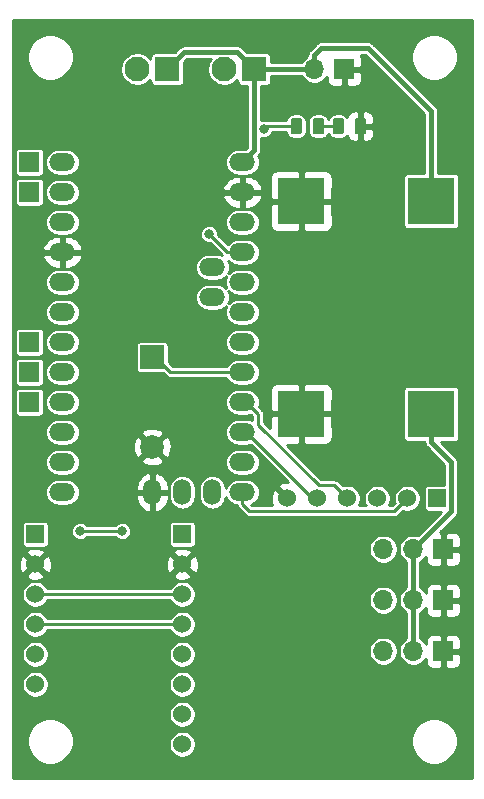
<source format=gbr>
G04 #@! TF.GenerationSoftware,KiCad,Pcbnew,5.1.5-52549c5~84~ubuntu19.04.1*
G04 #@! TF.CreationDate,2019-12-06T19:41:43+01:00*
G04 #@! TF.ProjectId,Rocket_PCB,526f636b-6574-45f5-9043-422e6b696361,rev?*
G04 #@! TF.SameCoordinates,Original*
G04 #@! TF.FileFunction,Copper,L1,Top*
G04 #@! TF.FilePolarity,Positive*
%FSLAX46Y46*%
G04 Gerber Fmt 4.6, Leading zero omitted, Abs format (unit mm)*
G04 Created by KiCad (PCBNEW 5.1.5-52549c5~84~ubuntu19.04.1) date 2019-12-06 19:41:43*
%MOMM*%
%LPD*%
G04 APERTURE LIST*
%ADD10O,2.199640X1.501140*%
%ADD11O,1.501140X2.199640*%
%ADD12R,1.700000X1.700000*%
%ADD13C,2.100000*%
%ADD14R,2.100000X2.100000*%
%ADD15C,1.524000*%
%ADD16R,1.524000X1.524000*%
%ADD17C,0.100000*%
%ADD18C,2.000000*%
%ADD19R,2.000000X2.000000*%
%ADD20O,1.700000X1.700000*%
%ADD21R,4.000000X4.000000*%
%ADD22C,0.800000*%
%ADD23C,0.250000*%
%ADD24C,0.400000*%
%ADD25C,0.254000*%
G04 APERTURE END LIST*
D10*
X129032000Y-49022000D03*
X129032000Y-51562000D03*
X129032000Y-54102000D03*
X129032000Y-56642000D03*
X129032000Y-59182000D03*
X129032000Y-61722000D03*
X129032000Y-64262000D03*
X129032000Y-66802000D03*
X129032000Y-69342000D03*
X129032000Y-71882000D03*
X129032000Y-74422000D03*
X129032000Y-76962000D03*
X144272000Y-76962000D03*
X144272000Y-74422000D03*
X144272000Y-71882000D03*
X144272000Y-69342000D03*
X144272000Y-66802000D03*
X144272000Y-64262000D03*
X144272000Y-61722000D03*
X144272000Y-59182000D03*
X144272000Y-56642000D03*
X144272000Y-54102000D03*
X144272000Y-51562000D03*
X144272000Y-49022000D03*
X141732000Y-60452000D03*
X141732000Y-57912000D03*
D11*
X141732000Y-76962000D03*
X139192000Y-76962000D03*
X136652000Y-76962000D03*
D12*
X126238000Y-69342000D03*
D13*
X142748000Y-41148000D03*
D14*
X145288000Y-41148000D03*
D15*
X148082000Y-77470000D03*
X150622000Y-77470000D03*
X153162000Y-77470000D03*
X155702000Y-77470000D03*
X158242000Y-77470000D03*
D16*
X160782000Y-77470000D03*
D12*
X126238000Y-66802000D03*
X126238000Y-64262000D03*
X126238000Y-49022000D03*
X126238000Y-51562000D03*
G04 #@! TA.AperFunction,SMDPad,CuDef*
D17*
G36*
X149111642Y-45275174D02*
G01*
X149135303Y-45278684D01*
X149158507Y-45284496D01*
X149181029Y-45292554D01*
X149202653Y-45302782D01*
X149223170Y-45315079D01*
X149242383Y-45329329D01*
X149260107Y-45345393D01*
X149276171Y-45363117D01*
X149290421Y-45382330D01*
X149302718Y-45402847D01*
X149312946Y-45424471D01*
X149321004Y-45446993D01*
X149326816Y-45470197D01*
X149330326Y-45493858D01*
X149331500Y-45517750D01*
X149331500Y-46430250D01*
X149330326Y-46454142D01*
X149326816Y-46477803D01*
X149321004Y-46501007D01*
X149312946Y-46523529D01*
X149302718Y-46545153D01*
X149290421Y-46565670D01*
X149276171Y-46584883D01*
X149260107Y-46602607D01*
X149242383Y-46618671D01*
X149223170Y-46632921D01*
X149202653Y-46645218D01*
X149181029Y-46655446D01*
X149158507Y-46663504D01*
X149135303Y-46669316D01*
X149111642Y-46672826D01*
X149087750Y-46674000D01*
X148600250Y-46674000D01*
X148576358Y-46672826D01*
X148552697Y-46669316D01*
X148529493Y-46663504D01*
X148506971Y-46655446D01*
X148485347Y-46645218D01*
X148464830Y-46632921D01*
X148445617Y-46618671D01*
X148427893Y-46602607D01*
X148411829Y-46584883D01*
X148397579Y-46565670D01*
X148385282Y-46545153D01*
X148375054Y-46523529D01*
X148366996Y-46501007D01*
X148361184Y-46477803D01*
X148357674Y-46454142D01*
X148356500Y-46430250D01*
X148356500Y-45517750D01*
X148357674Y-45493858D01*
X148361184Y-45470197D01*
X148366996Y-45446993D01*
X148375054Y-45424471D01*
X148385282Y-45402847D01*
X148397579Y-45382330D01*
X148411829Y-45363117D01*
X148427893Y-45345393D01*
X148445617Y-45329329D01*
X148464830Y-45315079D01*
X148485347Y-45302782D01*
X148506971Y-45292554D01*
X148529493Y-45284496D01*
X148552697Y-45278684D01*
X148576358Y-45275174D01*
X148600250Y-45274000D01*
X149087750Y-45274000D01*
X149111642Y-45275174D01*
G37*
G04 #@! TD.AperFunction*
G04 #@! TA.AperFunction,SMDPad,CuDef*
G36*
X150986642Y-45275174D02*
G01*
X151010303Y-45278684D01*
X151033507Y-45284496D01*
X151056029Y-45292554D01*
X151077653Y-45302782D01*
X151098170Y-45315079D01*
X151117383Y-45329329D01*
X151135107Y-45345393D01*
X151151171Y-45363117D01*
X151165421Y-45382330D01*
X151177718Y-45402847D01*
X151187946Y-45424471D01*
X151196004Y-45446993D01*
X151201816Y-45470197D01*
X151205326Y-45493858D01*
X151206500Y-45517750D01*
X151206500Y-46430250D01*
X151205326Y-46454142D01*
X151201816Y-46477803D01*
X151196004Y-46501007D01*
X151187946Y-46523529D01*
X151177718Y-46545153D01*
X151165421Y-46565670D01*
X151151171Y-46584883D01*
X151135107Y-46602607D01*
X151117383Y-46618671D01*
X151098170Y-46632921D01*
X151077653Y-46645218D01*
X151056029Y-46655446D01*
X151033507Y-46663504D01*
X151010303Y-46669316D01*
X150986642Y-46672826D01*
X150962750Y-46674000D01*
X150475250Y-46674000D01*
X150451358Y-46672826D01*
X150427697Y-46669316D01*
X150404493Y-46663504D01*
X150381971Y-46655446D01*
X150360347Y-46645218D01*
X150339830Y-46632921D01*
X150320617Y-46618671D01*
X150302893Y-46602607D01*
X150286829Y-46584883D01*
X150272579Y-46565670D01*
X150260282Y-46545153D01*
X150250054Y-46523529D01*
X150241996Y-46501007D01*
X150236184Y-46477803D01*
X150232674Y-46454142D01*
X150231500Y-46430250D01*
X150231500Y-45517750D01*
X150232674Y-45493858D01*
X150236184Y-45470197D01*
X150241996Y-45446993D01*
X150250054Y-45424471D01*
X150260282Y-45402847D01*
X150272579Y-45382330D01*
X150286829Y-45363117D01*
X150302893Y-45345393D01*
X150320617Y-45329329D01*
X150339830Y-45315079D01*
X150360347Y-45302782D01*
X150381971Y-45292554D01*
X150404493Y-45284496D01*
X150427697Y-45278684D01*
X150451358Y-45275174D01*
X150475250Y-45274000D01*
X150962750Y-45274000D01*
X150986642Y-45275174D01*
G37*
G04 #@! TD.AperFunction*
G04 #@! TA.AperFunction,SMDPad,CuDef*
G36*
X152667642Y-45275174D02*
G01*
X152691303Y-45278684D01*
X152714507Y-45284496D01*
X152737029Y-45292554D01*
X152758653Y-45302782D01*
X152779170Y-45315079D01*
X152798383Y-45329329D01*
X152816107Y-45345393D01*
X152832171Y-45363117D01*
X152846421Y-45382330D01*
X152858718Y-45402847D01*
X152868946Y-45424471D01*
X152877004Y-45446993D01*
X152882816Y-45470197D01*
X152886326Y-45493858D01*
X152887500Y-45517750D01*
X152887500Y-46430250D01*
X152886326Y-46454142D01*
X152882816Y-46477803D01*
X152877004Y-46501007D01*
X152868946Y-46523529D01*
X152858718Y-46545153D01*
X152846421Y-46565670D01*
X152832171Y-46584883D01*
X152816107Y-46602607D01*
X152798383Y-46618671D01*
X152779170Y-46632921D01*
X152758653Y-46645218D01*
X152737029Y-46655446D01*
X152714507Y-46663504D01*
X152691303Y-46669316D01*
X152667642Y-46672826D01*
X152643750Y-46674000D01*
X152156250Y-46674000D01*
X152132358Y-46672826D01*
X152108697Y-46669316D01*
X152085493Y-46663504D01*
X152062971Y-46655446D01*
X152041347Y-46645218D01*
X152020830Y-46632921D01*
X152001617Y-46618671D01*
X151983893Y-46602607D01*
X151967829Y-46584883D01*
X151953579Y-46565670D01*
X151941282Y-46545153D01*
X151931054Y-46523529D01*
X151922996Y-46501007D01*
X151917184Y-46477803D01*
X151913674Y-46454142D01*
X151912500Y-46430250D01*
X151912500Y-45517750D01*
X151913674Y-45493858D01*
X151917184Y-45470197D01*
X151922996Y-45446993D01*
X151931054Y-45424471D01*
X151941282Y-45402847D01*
X151953579Y-45382330D01*
X151967829Y-45363117D01*
X151983893Y-45345393D01*
X152001617Y-45329329D01*
X152020830Y-45315079D01*
X152041347Y-45302782D01*
X152062971Y-45292554D01*
X152085493Y-45284496D01*
X152108697Y-45278684D01*
X152132358Y-45275174D01*
X152156250Y-45274000D01*
X152643750Y-45274000D01*
X152667642Y-45275174D01*
G37*
G04 #@! TD.AperFunction*
G04 #@! TA.AperFunction,SMDPad,CuDef*
G36*
X154542642Y-45275174D02*
G01*
X154566303Y-45278684D01*
X154589507Y-45284496D01*
X154612029Y-45292554D01*
X154633653Y-45302782D01*
X154654170Y-45315079D01*
X154673383Y-45329329D01*
X154691107Y-45345393D01*
X154707171Y-45363117D01*
X154721421Y-45382330D01*
X154733718Y-45402847D01*
X154743946Y-45424471D01*
X154752004Y-45446993D01*
X154757816Y-45470197D01*
X154761326Y-45493858D01*
X154762500Y-45517750D01*
X154762500Y-46430250D01*
X154761326Y-46454142D01*
X154757816Y-46477803D01*
X154752004Y-46501007D01*
X154743946Y-46523529D01*
X154733718Y-46545153D01*
X154721421Y-46565670D01*
X154707171Y-46584883D01*
X154691107Y-46602607D01*
X154673383Y-46618671D01*
X154654170Y-46632921D01*
X154633653Y-46645218D01*
X154612029Y-46655446D01*
X154589507Y-46663504D01*
X154566303Y-46669316D01*
X154542642Y-46672826D01*
X154518750Y-46674000D01*
X154031250Y-46674000D01*
X154007358Y-46672826D01*
X153983697Y-46669316D01*
X153960493Y-46663504D01*
X153937971Y-46655446D01*
X153916347Y-46645218D01*
X153895830Y-46632921D01*
X153876617Y-46618671D01*
X153858893Y-46602607D01*
X153842829Y-46584883D01*
X153828579Y-46565670D01*
X153816282Y-46545153D01*
X153806054Y-46523529D01*
X153797996Y-46501007D01*
X153792184Y-46477803D01*
X153788674Y-46454142D01*
X153787500Y-46430250D01*
X153787500Y-45517750D01*
X153788674Y-45493858D01*
X153792184Y-45470197D01*
X153797996Y-45446993D01*
X153806054Y-45424471D01*
X153816282Y-45402847D01*
X153828579Y-45382330D01*
X153842829Y-45363117D01*
X153858893Y-45345393D01*
X153876617Y-45329329D01*
X153895830Y-45315079D01*
X153916347Y-45302782D01*
X153937971Y-45292554D01*
X153960493Y-45284496D01*
X153983697Y-45278684D01*
X154007358Y-45275174D01*
X154031250Y-45274000D01*
X154518750Y-45274000D01*
X154542642Y-45275174D01*
G37*
G04 #@! TD.AperFunction*
D18*
X136652000Y-73132000D03*
D19*
X136652000Y-65532000D03*
D20*
X150368000Y-41148000D03*
D12*
X152908000Y-41148000D03*
D13*
X135382000Y-41148000D03*
D14*
X137922000Y-41148000D03*
D20*
X156210000Y-90424000D03*
X158750000Y-90424000D03*
D12*
X161290000Y-90424000D03*
D20*
X156210000Y-86106000D03*
X158750000Y-86106000D03*
D12*
X161290000Y-86106000D03*
D20*
X156210000Y-81788000D03*
X158750000Y-81788000D03*
D12*
X161290000Y-81788000D03*
D15*
X126746000Y-93218000D03*
X126746000Y-90678000D03*
X126746000Y-88138000D03*
X126746000Y-85598000D03*
X126746000Y-83058000D03*
D16*
X126746000Y-80518000D03*
D15*
X139192000Y-98298000D03*
X139192000Y-95758000D03*
X139192000Y-93218000D03*
X139192000Y-90678000D03*
X139192000Y-88138000D03*
X139192000Y-85598000D03*
X139192000Y-83058000D03*
D16*
X139192000Y-80518000D03*
D21*
X149274000Y-70324000D03*
X160274000Y-70324000D03*
X149274000Y-52324000D03*
X160274000Y-52324000D03*
D22*
X138303000Y-49403000D03*
X134493000Y-49403000D03*
X130556000Y-80264000D03*
X134112000Y-80264000D03*
X141478000Y-55118000D03*
X146088000Y-46228000D03*
D23*
X126746000Y-85598000D02*
X139192000Y-85598000D01*
X139192000Y-88138000D02*
X126746000Y-88138000D01*
D24*
X143837999Y-39697999D02*
X145288000Y-41148000D01*
X137922000Y-41148000D02*
X139372001Y-39697999D01*
X139372001Y-39697999D02*
X143837999Y-39697999D01*
X146738000Y-41148000D02*
X150368000Y-41148000D01*
X145288000Y-41148000D02*
X146738000Y-41148000D01*
X144272000Y-49022000D02*
X145288000Y-48006000D01*
X145288000Y-48006000D02*
X145288000Y-41148000D01*
X150368000Y-39945919D02*
X150943919Y-39370000D01*
X150368000Y-41148000D02*
X150368000Y-39945919D01*
X150943919Y-39370000D02*
X154940000Y-39370000D01*
X154940000Y-39370000D02*
X160274000Y-44704000D01*
X160274000Y-44704000D02*
X160274000Y-52324000D01*
D23*
X134112000Y-80264000D02*
X130556000Y-80264000D01*
X143002000Y-56642000D02*
X144272000Y-56642000D01*
X141478000Y-55118000D02*
X143002000Y-56642000D01*
X152400001Y-76708001D02*
X153162000Y-77470000D01*
X152074999Y-76382999D02*
X152400001Y-76708001D01*
X145621820Y-71256822D02*
X150747997Y-76382999D01*
X145621820Y-70342570D02*
X145621820Y-71256822D01*
X150747997Y-76382999D02*
X152074999Y-76382999D01*
X144621250Y-69342000D02*
X145621820Y-70342570D01*
X144272000Y-69342000D02*
X144621250Y-69342000D01*
X150209250Y-77470000D02*
X150622000Y-77470000D01*
X144621250Y-71882000D02*
X150209250Y-77470000D01*
X144272000Y-71882000D02*
X144621250Y-71882000D01*
X144272000Y-77962570D02*
X144272000Y-76962000D01*
X144866431Y-78557001D02*
X144272000Y-77962570D01*
X157154999Y-78557001D02*
X144866431Y-78557001D01*
X158242000Y-77470000D02*
X157154999Y-78557001D01*
D24*
X159599999Y-80938001D02*
X158750000Y-81788000D01*
X161944001Y-78593999D02*
X159599999Y-80938001D01*
X161944001Y-74394001D02*
X161944001Y-78593999D01*
X160274000Y-72724000D02*
X161944001Y-74394001D01*
X160274000Y-70324000D02*
X160274000Y-72724000D01*
X158750000Y-82990081D02*
X158750000Y-86106000D01*
X158750000Y-81788000D02*
X158750000Y-82990081D01*
X158750000Y-87308081D02*
X158750000Y-90424000D01*
X158750000Y-86106000D02*
X158750000Y-87308081D01*
D23*
X144272000Y-66802000D02*
X138176000Y-66802000D01*
X136906000Y-65532000D02*
X136652000Y-65532000D01*
X138176000Y-66802000D02*
X136906000Y-65532000D01*
X152400000Y-45974000D02*
X150719000Y-45974000D01*
X146342000Y-45974000D02*
X146088000Y-46228000D01*
X148844000Y-45974000D02*
X146342000Y-45974000D01*
D25*
G36*
X163682000Y-101198000D02*
G01*
X124862000Y-101198000D01*
X124862000Y-97849282D01*
X126039000Y-97849282D01*
X126039000Y-98238718D01*
X126114975Y-98620670D01*
X126264005Y-98980461D01*
X126480364Y-99304264D01*
X126755736Y-99579636D01*
X127079539Y-99795995D01*
X127439330Y-99945025D01*
X127821282Y-100021000D01*
X128210718Y-100021000D01*
X128592670Y-99945025D01*
X128952461Y-99795995D01*
X129276264Y-99579636D01*
X129551636Y-99304264D01*
X129767995Y-98980461D01*
X129917025Y-98620670D01*
X129993000Y-98238718D01*
X129993000Y-98185818D01*
X138053000Y-98185818D01*
X138053000Y-98410182D01*
X138096771Y-98630234D01*
X138182631Y-98837519D01*
X138307281Y-99024070D01*
X138465930Y-99182719D01*
X138652481Y-99307369D01*
X138859766Y-99393229D01*
X139079818Y-99437000D01*
X139304182Y-99437000D01*
X139524234Y-99393229D01*
X139731519Y-99307369D01*
X139918070Y-99182719D01*
X140076719Y-99024070D01*
X140201369Y-98837519D01*
X140287229Y-98630234D01*
X140331000Y-98410182D01*
X140331000Y-98185818D01*
X140287229Y-97965766D01*
X140238980Y-97849282D01*
X158551000Y-97849282D01*
X158551000Y-98238718D01*
X158626975Y-98620670D01*
X158776005Y-98980461D01*
X158992364Y-99304264D01*
X159267736Y-99579636D01*
X159591539Y-99795995D01*
X159951330Y-99945025D01*
X160333282Y-100021000D01*
X160722718Y-100021000D01*
X161104670Y-99945025D01*
X161464461Y-99795995D01*
X161788264Y-99579636D01*
X162063636Y-99304264D01*
X162279995Y-98980461D01*
X162429025Y-98620670D01*
X162505000Y-98238718D01*
X162505000Y-97849282D01*
X162429025Y-97467330D01*
X162279995Y-97107539D01*
X162063636Y-96783736D01*
X161788264Y-96508364D01*
X161464461Y-96292005D01*
X161104670Y-96142975D01*
X160722718Y-96067000D01*
X160333282Y-96067000D01*
X159951330Y-96142975D01*
X159591539Y-96292005D01*
X159267736Y-96508364D01*
X158992364Y-96783736D01*
X158776005Y-97107539D01*
X158626975Y-97467330D01*
X158551000Y-97849282D01*
X140238980Y-97849282D01*
X140201369Y-97758481D01*
X140076719Y-97571930D01*
X139918070Y-97413281D01*
X139731519Y-97288631D01*
X139524234Y-97202771D01*
X139304182Y-97159000D01*
X139079818Y-97159000D01*
X138859766Y-97202771D01*
X138652481Y-97288631D01*
X138465930Y-97413281D01*
X138307281Y-97571930D01*
X138182631Y-97758481D01*
X138096771Y-97965766D01*
X138053000Y-98185818D01*
X129993000Y-98185818D01*
X129993000Y-97849282D01*
X129917025Y-97467330D01*
X129767995Y-97107539D01*
X129551636Y-96783736D01*
X129276264Y-96508364D01*
X128952461Y-96292005D01*
X128592670Y-96142975D01*
X128210718Y-96067000D01*
X127821282Y-96067000D01*
X127439330Y-96142975D01*
X127079539Y-96292005D01*
X126755736Y-96508364D01*
X126480364Y-96783736D01*
X126264005Y-97107539D01*
X126114975Y-97467330D01*
X126039000Y-97849282D01*
X124862000Y-97849282D01*
X124862000Y-95645818D01*
X138053000Y-95645818D01*
X138053000Y-95870182D01*
X138096771Y-96090234D01*
X138182631Y-96297519D01*
X138307281Y-96484070D01*
X138465930Y-96642719D01*
X138652481Y-96767369D01*
X138859766Y-96853229D01*
X139079818Y-96897000D01*
X139304182Y-96897000D01*
X139524234Y-96853229D01*
X139731519Y-96767369D01*
X139918070Y-96642719D01*
X140076719Y-96484070D01*
X140201369Y-96297519D01*
X140287229Y-96090234D01*
X140331000Y-95870182D01*
X140331000Y-95645818D01*
X140287229Y-95425766D01*
X140201369Y-95218481D01*
X140076719Y-95031930D01*
X139918070Y-94873281D01*
X139731519Y-94748631D01*
X139524234Y-94662771D01*
X139304182Y-94619000D01*
X139079818Y-94619000D01*
X138859766Y-94662771D01*
X138652481Y-94748631D01*
X138465930Y-94873281D01*
X138307281Y-95031930D01*
X138182631Y-95218481D01*
X138096771Y-95425766D01*
X138053000Y-95645818D01*
X124862000Y-95645818D01*
X124862000Y-93105818D01*
X125607000Y-93105818D01*
X125607000Y-93330182D01*
X125650771Y-93550234D01*
X125736631Y-93757519D01*
X125861281Y-93944070D01*
X126019930Y-94102719D01*
X126206481Y-94227369D01*
X126413766Y-94313229D01*
X126633818Y-94357000D01*
X126858182Y-94357000D01*
X127078234Y-94313229D01*
X127285519Y-94227369D01*
X127472070Y-94102719D01*
X127630719Y-93944070D01*
X127755369Y-93757519D01*
X127841229Y-93550234D01*
X127885000Y-93330182D01*
X127885000Y-93105818D01*
X138053000Y-93105818D01*
X138053000Y-93330182D01*
X138096771Y-93550234D01*
X138182631Y-93757519D01*
X138307281Y-93944070D01*
X138465930Y-94102719D01*
X138652481Y-94227369D01*
X138859766Y-94313229D01*
X139079818Y-94357000D01*
X139304182Y-94357000D01*
X139524234Y-94313229D01*
X139731519Y-94227369D01*
X139918070Y-94102719D01*
X140076719Y-93944070D01*
X140201369Y-93757519D01*
X140287229Y-93550234D01*
X140331000Y-93330182D01*
X140331000Y-93105818D01*
X140287229Y-92885766D01*
X140201369Y-92678481D01*
X140076719Y-92491930D01*
X139918070Y-92333281D01*
X139731519Y-92208631D01*
X139524234Y-92122771D01*
X139304182Y-92079000D01*
X139079818Y-92079000D01*
X138859766Y-92122771D01*
X138652481Y-92208631D01*
X138465930Y-92333281D01*
X138307281Y-92491930D01*
X138182631Y-92678481D01*
X138096771Y-92885766D01*
X138053000Y-93105818D01*
X127885000Y-93105818D01*
X127841229Y-92885766D01*
X127755369Y-92678481D01*
X127630719Y-92491930D01*
X127472070Y-92333281D01*
X127285519Y-92208631D01*
X127078234Y-92122771D01*
X126858182Y-92079000D01*
X126633818Y-92079000D01*
X126413766Y-92122771D01*
X126206481Y-92208631D01*
X126019930Y-92333281D01*
X125861281Y-92491930D01*
X125736631Y-92678481D01*
X125650771Y-92885766D01*
X125607000Y-93105818D01*
X124862000Y-93105818D01*
X124862000Y-90565818D01*
X125607000Y-90565818D01*
X125607000Y-90790182D01*
X125650771Y-91010234D01*
X125736631Y-91217519D01*
X125861281Y-91404070D01*
X126019930Y-91562719D01*
X126206481Y-91687369D01*
X126413766Y-91773229D01*
X126633818Y-91817000D01*
X126858182Y-91817000D01*
X127078234Y-91773229D01*
X127285519Y-91687369D01*
X127472070Y-91562719D01*
X127630719Y-91404070D01*
X127755369Y-91217519D01*
X127841229Y-91010234D01*
X127885000Y-90790182D01*
X127885000Y-90565818D01*
X138053000Y-90565818D01*
X138053000Y-90790182D01*
X138096771Y-91010234D01*
X138182631Y-91217519D01*
X138307281Y-91404070D01*
X138465930Y-91562719D01*
X138652481Y-91687369D01*
X138859766Y-91773229D01*
X139079818Y-91817000D01*
X139304182Y-91817000D01*
X139524234Y-91773229D01*
X139731519Y-91687369D01*
X139918070Y-91562719D01*
X140076719Y-91404070D01*
X140201369Y-91217519D01*
X140287229Y-91010234D01*
X140331000Y-90790182D01*
X140331000Y-90565818D01*
X140287229Y-90345766D01*
X140269578Y-90303151D01*
X154983000Y-90303151D01*
X154983000Y-90544849D01*
X155030153Y-90781903D01*
X155122647Y-91005202D01*
X155256927Y-91206167D01*
X155427833Y-91377073D01*
X155628798Y-91511353D01*
X155852097Y-91603847D01*
X156089151Y-91651000D01*
X156330849Y-91651000D01*
X156567903Y-91603847D01*
X156791202Y-91511353D01*
X156992167Y-91377073D01*
X157163073Y-91206167D01*
X157297353Y-91005202D01*
X157389847Y-90781903D01*
X157437000Y-90544849D01*
X157437000Y-90303151D01*
X157389847Y-90066097D01*
X157297353Y-89842798D01*
X157163073Y-89641833D01*
X156992167Y-89470927D01*
X156791202Y-89336647D01*
X156567903Y-89244153D01*
X156330849Y-89197000D01*
X156089151Y-89197000D01*
X155852097Y-89244153D01*
X155628798Y-89336647D01*
X155427833Y-89470927D01*
X155256927Y-89641833D01*
X155122647Y-89842798D01*
X155030153Y-90066097D01*
X154983000Y-90303151D01*
X140269578Y-90303151D01*
X140201369Y-90138481D01*
X140076719Y-89951930D01*
X139918070Y-89793281D01*
X139731519Y-89668631D01*
X139524234Y-89582771D01*
X139304182Y-89539000D01*
X139079818Y-89539000D01*
X138859766Y-89582771D01*
X138652481Y-89668631D01*
X138465930Y-89793281D01*
X138307281Y-89951930D01*
X138182631Y-90138481D01*
X138096771Y-90345766D01*
X138053000Y-90565818D01*
X127885000Y-90565818D01*
X127841229Y-90345766D01*
X127755369Y-90138481D01*
X127630719Y-89951930D01*
X127472070Y-89793281D01*
X127285519Y-89668631D01*
X127078234Y-89582771D01*
X126858182Y-89539000D01*
X126633818Y-89539000D01*
X126413766Y-89582771D01*
X126206481Y-89668631D01*
X126019930Y-89793281D01*
X125861281Y-89951930D01*
X125736631Y-90138481D01*
X125650771Y-90345766D01*
X125607000Y-90565818D01*
X124862000Y-90565818D01*
X124862000Y-88025818D01*
X125607000Y-88025818D01*
X125607000Y-88250182D01*
X125650771Y-88470234D01*
X125736631Y-88677519D01*
X125861281Y-88864070D01*
X126019930Y-89022719D01*
X126206481Y-89147369D01*
X126413766Y-89233229D01*
X126633818Y-89277000D01*
X126858182Y-89277000D01*
X127078234Y-89233229D01*
X127285519Y-89147369D01*
X127472070Y-89022719D01*
X127630719Y-88864070D01*
X127755369Y-88677519D01*
X127770910Y-88640000D01*
X138167090Y-88640000D01*
X138182631Y-88677519D01*
X138307281Y-88864070D01*
X138465930Y-89022719D01*
X138652481Y-89147369D01*
X138859766Y-89233229D01*
X139079818Y-89277000D01*
X139304182Y-89277000D01*
X139524234Y-89233229D01*
X139731519Y-89147369D01*
X139918070Y-89022719D01*
X140076719Y-88864070D01*
X140201369Y-88677519D01*
X140287229Y-88470234D01*
X140331000Y-88250182D01*
X140331000Y-88025818D01*
X140287229Y-87805766D01*
X140201369Y-87598481D01*
X140076719Y-87411930D01*
X139918070Y-87253281D01*
X139731519Y-87128631D01*
X139524234Y-87042771D01*
X139304182Y-86999000D01*
X139079818Y-86999000D01*
X138859766Y-87042771D01*
X138652481Y-87128631D01*
X138465930Y-87253281D01*
X138307281Y-87411930D01*
X138182631Y-87598481D01*
X138167090Y-87636000D01*
X127770910Y-87636000D01*
X127755369Y-87598481D01*
X127630719Y-87411930D01*
X127472070Y-87253281D01*
X127285519Y-87128631D01*
X127078234Y-87042771D01*
X126858182Y-86999000D01*
X126633818Y-86999000D01*
X126413766Y-87042771D01*
X126206481Y-87128631D01*
X126019930Y-87253281D01*
X125861281Y-87411930D01*
X125736631Y-87598481D01*
X125650771Y-87805766D01*
X125607000Y-88025818D01*
X124862000Y-88025818D01*
X124862000Y-85485818D01*
X125607000Y-85485818D01*
X125607000Y-85710182D01*
X125650771Y-85930234D01*
X125736631Y-86137519D01*
X125861281Y-86324070D01*
X126019930Y-86482719D01*
X126206481Y-86607369D01*
X126413766Y-86693229D01*
X126633818Y-86737000D01*
X126858182Y-86737000D01*
X127078234Y-86693229D01*
X127285519Y-86607369D01*
X127472070Y-86482719D01*
X127630719Y-86324070D01*
X127755369Y-86137519D01*
X127770910Y-86100000D01*
X138167090Y-86100000D01*
X138182631Y-86137519D01*
X138307281Y-86324070D01*
X138465930Y-86482719D01*
X138652481Y-86607369D01*
X138859766Y-86693229D01*
X139079818Y-86737000D01*
X139304182Y-86737000D01*
X139524234Y-86693229D01*
X139731519Y-86607369D01*
X139918070Y-86482719D01*
X140076719Y-86324070D01*
X140201369Y-86137519D01*
X140264481Y-85985151D01*
X154983000Y-85985151D01*
X154983000Y-86226849D01*
X155030153Y-86463903D01*
X155122647Y-86687202D01*
X155256927Y-86888167D01*
X155427833Y-87059073D01*
X155628798Y-87193353D01*
X155852097Y-87285847D01*
X156089151Y-87333000D01*
X156330849Y-87333000D01*
X156567903Y-87285847D01*
X156791202Y-87193353D01*
X156992167Y-87059073D01*
X157163073Y-86888167D01*
X157297353Y-86687202D01*
X157389847Y-86463903D01*
X157437000Y-86226849D01*
X157437000Y-85985151D01*
X157389847Y-85748097D01*
X157297353Y-85524798D01*
X157163073Y-85323833D01*
X156992167Y-85152927D01*
X156791202Y-85018647D01*
X156567903Y-84926153D01*
X156330849Y-84879000D01*
X156089151Y-84879000D01*
X155852097Y-84926153D01*
X155628798Y-85018647D01*
X155427833Y-85152927D01*
X155256927Y-85323833D01*
X155122647Y-85524798D01*
X155030153Y-85748097D01*
X154983000Y-85985151D01*
X140264481Y-85985151D01*
X140287229Y-85930234D01*
X140331000Y-85710182D01*
X140331000Y-85485818D01*
X140287229Y-85265766D01*
X140201369Y-85058481D01*
X140076719Y-84871930D01*
X139918070Y-84713281D01*
X139731519Y-84588631D01*
X139524234Y-84502771D01*
X139304182Y-84459000D01*
X139270058Y-84459000D01*
X139536133Y-84418922D01*
X139795023Y-84325636D01*
X139910980Y-84263656D01*
X139977960Y-84023565D01*
X139192000Y-83237605D01*
X138406040Y-84023565D01*
X138473020Y-84263656D01*
X138722048Y-84380756D01*
X138989135Y-84447023D01*
X139244607Y-84459000D01*
X139079818Y-84459000D01*
X138859766Y-84502771D01*
X138652481Y-84588631D01*
X138465930Y-84713281D01*
X138307281Y-84871930D01*
X138182631Y-85058481D01*
X138167090Y-85096000D01*
X127770910Y-85096000D01*
X127755369Y-85058481D01*
X127630719Y-84871930D01*
X127472070Y-84713281D01*
X127285519Y-84588631D01*
X127078234Y-84502771D01*
X126858182Y-84459000D01*
X126824058Y-84459000D01*
X127090133Y-84418922D01*
X127349023Y-84325636D01*
X127464980Y-84263656D01*
X127531960Y-84023565D01*
X126746000Y-83237605D01*
X125960040Y-84023565D01*
X126027020Y-84263656D01*
X126276048Y-84380756D01*
X126543135Y-84447023D01*
X126798607Y-84459000D01*
X126633818Y-84459000D01*
X126413766Y-84502771D01*
X126206481Y-84588631D01*
X126019930Y-84713281D01*
X125861281Y-84871930D01*
X125736631Y-85058481D01*
X125650771Y-85265766D01*
X125607000Y-85485818D01*
X124862000Y-85485818D01*
X124862000Y-83130017D01*
X125344090Y-83130017D01*
X125385078Y-83402133D01*
X125478364Y-83661023D01*
X125540344Y-83776980D01*
X125780435Y-83843960D01*
X126566395Y-83058000D01*
X126925605Y-83058000D01*
X127711565Y-83843960D01*
X127951656Y-83776980D01*
X128068756Y-83527952D01*
X128135023Y-83260865D01*
X128141157Y-83130017D01*
X137790090Y-83130017D01*
X137831078Y-83402133D01*
X137924364Y-83661023D01*
X137986344Y-83776980D01*
X138226435Y-83843960D01*
X139012395Y-83058000D01*
X139371605Y-83058000D01*
X140157565Y-83843960D01*
X140397656Y-83776980D01*
X140514756Y-83527952D01*
X140581023Y-83260865D01*
X140593910Y-82985983D01*
X140552922Y-82713867D01*
X140459636Y-82454977D01*
X140397656Y-82339020D01*
X140157565Y-82272040D01*
X139371605Y-83058000D01*
X139012395Y-83058000D01*
X138226435Y-82272040D01*
X137986344Y-82339020D01*
X137869244Y-82588048D01*
X137802977Y-82855135D01*
X137790090Y-83130017D01*
X128141157Y-83130017D01*
X128147910Y-82985983D01*
X128106922Y-82713867D01*
X128013636Y-82454977D01*
X127951656Y-82339020D01*
X127711565Y-82272040D01*
X126925605Y-83058000D01*
X126566395Y-83058000D01*
X125780435Y-82272040D01*
X125540344Y-82339020D01*
X125423244Y-82588048D01*
X125356977Y-82855135D01*
X125344090Y-83130017D01*
X124862000Y-83130017D01*
X124862000Y-79756000D01*
X125605176Y-79756000D01*
X125605176Y-81280000D01*
X125612455Y-81353905D01*
X125634012Y-81424970D01*
X125669019Y-81490463D01*
X125716131Y-81547869D01*
X125773537Y-81594981D01*
X125839030Y-81629988D01*
X125910095Y-81651545D01*
X125984000Y-81658824D01*
X126655832Y-81658824D01*
X126401867Y-81697078D01*
X126142977Y-81790364D01*
X126027020Y-81852344D01*
X125960040Y-82092435D01*
X126746000Y-82878395D01*
X127531960Y-82092435D01*
X127464980Y-81852344D01*
X127215952Y-81735244D01*
X126948865Y-81668977D01*
X126732300Y-81658824D01*
X127508000Y-81658824D01*
X127581905Y-81651545D01*
X127652970Y-81629988D01*
X127718463Y-81594981D01*
X127775869Y-81547869D01*
X127822981Y-81490463D01*
X127857988Y-81424970D01*
X127879545Y-81353905D01*
X127886824Y-81280000D01*
X127886824Y-80187472D01*
X129779000Y-80187472D01*
X129779000Y-80340528D01*
X129808859Y-80490643D01*
X129867431Y-80632048D01*
X129952464Y-80759309D01*
X130060691Y-80867536D01*
X130187952Y-80952569D01*
X130329357Y-81011141D01*
X130479472Y-81041000D01*
X130632528Y-81041000D01*
X130782643Y-81011141D01*
X130924048Y-80952569D01*
X131051309Y-80867536D01*
X131152845Y-80766000D01*
X133515155Y-80766000D01*
X133616691Y-80867536D01*
X133743952Y-80952569D01*
X133885357Y-81011141D01*
X134035472Y-81041000D01*
X134188528Y-81041000D01*
X134338643Y-81011141D01*
X134480048Y-80952569D01*
X134607309Y-80867536D01*
X134715536Y-80759309D01*
X134800569Y-80632048D01*
X134859141Y-80490643D01*
X134889000Y-80340528D01*
X134889000Y-80187472D01*
X134859141Y-80037357D01*
X134800569Y-79895952D01*
X134715536Y-79768691D01*
X134702845Y-79756000D01*
X138051176Y-79756000D01*
X138051176Y-81280000D01*
X138058455Y-81353905D01*
X138080012Y-81424970D01*
X138115019Y-81490463D01*
X138162131Y-81547869D01*
X138219537Y-81594981D01*
X138285030Y-81629988D01*
X138356095Y-81651545D01*
X138430000Y-81658824D01*
X139101832Y-81658824D01*
X138847867Y-81697078D01*
X138588977Y-81790364D01*
X138473020Y-81852344D01*
X138406040Y-82092435D01*
X139192000Y-82878395D01*
X139977960Y-82092435D01*
X139910980Y-81852344D01*
X139661952Y-81735244D01*
X139394865Y-81668977D01*
X139355917Y-81667151D01*
X154983000Y-81667151D01*
X154983000Y-81908849D01*
X155030153Y-82145903D01*
X155122647Y-82369202D01*
X155256927Y-82570167D01*
X155427833Y-82741073D01*
X155628798Y-82875353D01*
X155852097Y-82967847D01*
X156089151Y-83015000D01*
X156330849Y-83015000D01*
X156567903Y-82967847D01*
X156791202Y-82875353D01*
X156992167Y-82741073D01*
X157163073Y-82570167D01*
X157297353Y-82369202D01*
X157389847Y-82145903D01*
X157437000Y-81908849D01*
X157437000Y-81667151D01*
X157523000Y-81667151D01*
X157523000Y-81908849D01*
X157570153Y-82145903D01*
X157662647Y-82369202D01*
X157796927Y-82570167D01*
X157967833Y-82741073D01*
X158168798Y-82875353D01*
X158173001Y-82877094D01*
X158173001Y-82961736D01*
X158173000Y-82961746D01*
X158173001Y-85016906D01*
X158168798Y-85018647D01*
X157967833Y-85152927D01*
X157796927Y-85323833D01*
X157662647Y-85524798D01*
X157570153Y-85748097D01*
X157523000Y-85985151D01*
X157523000Y-86226849D01*
X157570153Y-86463903D01*
X157662647Y-86687202D01*
X157796927Y-86888167D01*
X157967833Y-87059073D01*
X158168798Y-87193353D01*
X158173001Y-87195094D01*
X158173001Y-87279736D01*
X158173000Y-87279746D01*
X158173001Y-89334906D01*
X158168798Y-89336647D01*
X157967833Y-89470927D01*
X157796927Y-89641833D01*
X157662647Y-89842798D01*
X157570153Y-90066097D01*
X157523000Y-90303151D01*
X157523000Y-90544849D01*
X157570153Y-90781903D01*
X157662647Y-91005202D01*
X157796927Y-91206167D01*
X157967833Y-91377073D01*
X158168798Y-91511353D01*
X158392097Y-91603847D01*
X158629151Y-91651000D01*
X158870849Y-91651000D01*
X159107903Y-91603847D01*
X159331202Y-91511353D01*
X159532167Y-91377073D01*
X159703073Y-91206167D01*
X159803112Y-91056447D01*
X159801928Y-91274000D01*
X159814188Y-91398482D01*
X159850498Y-91518180D01*
X159909463Y-91628494D01*
X159988815Y-91725185D01*
X160085506Y-91804537D01*
X160195820Y-91863502D01*
X160315518Y-91899812D01*
X160440000Y-91912072D01*
X161004250Y-91909000D01*
X161163000Y-91750250D01*
X161163000Y-90551000D01*
X161417000Y-90551000D01*
X161417000Y-91750250D01*
X161575750Y-91909000D01*
X162140000Y-91912072D01*
X162264482Y-91899812D01*
X162384180Y-91863502D01*
X162494494Y-91804537D01*
X162591185Y-91725185D01*
X162670537Y-91628494D01*
X162729502Y-91518180D01*
X162765812Y-91398482D01*
X162778072Y-91274000D01*
X162775000Y-90709750D01*
X162616250Y-90551000D01*
X161417000Y-90551000D01*
X161163000Y-90551000D01*
X161143000Y-90551000D01*
X161143000Y-90297000D01*
X161163000Y-90297000D01*
X161163000Y-89097750D01*
X161417000Y-89097750D01*
X161417000Y-90297000D01*
X162616250Y-90297000D01*
X162775000Y-90138250D01*
X162778072Y-89574000D01*
X162765812Y-89449518D01*
X162729502Y-89329820D01*
X162670537Y-89219506D01*
X162591185Y-89122815D01*
X162494494Y-89043463D01*
X162384180Y-88984498D01*
X162264482Y-88948188D01*
X162140000Y-88935928D01*
X161575750Y-88939000D01*
X161417000Y-89097750D01*
X161163000Y-89097750D01*
X161004250Y-88939000D01*
X160440000Y-88935928D01*
X160315518Y-88948188D01*
X160195820Y-88984498D01*
X160085506Y-89043463D01*
X159988815Y-89122815D01*
X159909463Y-89219506D01*
X159850498Y-89329820D01*
X159814188Y-89449518D01*
X159801928Y-89574000D01*
X159803112Y-89791553D01*
X159703073Y-89641833D01*
X159532167Y-89470927D01*
X159331202Y-89336647D01*
X159327000Y-89334906D01*
X159327000Y-87195094D01*
X159331202Y-87193353D01*
X159532167Y-87059073D01*
X159703073Y-86888167D01*
X159803112Y-86738447D01*
X159801928Y-86956000D01*
X159814188Y-87080482D01*
X159850498Y-87200180D01*
X159909463Y-87310494D01*
X159988815Y-87407185D01*
X160085506Y-87486537D01*
X160195820Y-87545502D01*
X160315518Y-87581812D01*
X160440000Y-87594072D01*
X161004250Y-87591000D01*
X161163000Y-87432250D01*
X161163000Y-86233000D01*
X161417000Y-86233000D01*
X161417000Y-87432250D01*
X161575750Y-87591000D01*
X162140000Y-87594072D01*
X162264482Y-87581812D01*
X162384180Y-87545502D01*
X162494494Y-87486537D01*
X162591185Y-87407185D01*
X162670537Y-87310494D01*
X162729502Y-87200180D01*
X162765812Y-87080482D01*
X162778072Y-86956000D01*
X162775000Y-86391750D01*
X162616250Y-86233000D01*
X161417000Y-86233000D01*
X161163000Y-86233000D01*
X161143000Y-86233000D01*
X161143000Y-85979000D01*
X161163000Y-85979000D01*
X161163000Y-84779750D01*
X161417000Y-84779750D01*
X161417000Y-85979000D01*
X162616250Y-85979000D01*
X162775000Y-85820250D01*
X162778072Y-85256000D01*
X162765812Y-85131518D01*
X162729502Y-85011820D01*
X162670537Y-84901506D01*
X162591185Y-84804815D01*
X162494494Y-84725463D01*
X162384180Y-84666498D01*
X162264482Y-84630188D01*
X162140000Y-84617928D01*
X161575750Y-84621000D01*
X161417000Y-84779750D01*
X161163000Y-84779750D01*
X161004250Y-84621000D01*
X160440000Y-84617928D01*
X160315518Y-84630188D01*
X160195820Y-84666498D01*
X160085506Y-84725463D01*
X159988815Y-84804815D01*
X159909463Y-84901506D01*
X159850498Y-85011820D01*
X159814188Y-85131518D01*
X159801928Y-85256000D01*
X159803112Y-85473553D01*
X159703073Y-85323833D01*
X159532167Y-85152927D01*
X159331202Y-85018647D01*
X159327000Y-85016906D01*
X159327000Y-82877094D01*
X159331202Y-82875353D01*
X159532167Y-82741073D01*
X159703073Y-82570167D01*
X159803112Y-82420447D01*
X159801928Y-82638000D01*
X159814188Y-82762482D01*
X159850498Y-82882180D01*
X159909463Y-82992494D01*
X159988815Y-83089185D01*
X160085506Y-83168537D01*
X160195820Y-83227502D01*
X160315518Y-83263812D01*
X160440000Y-83276072D01*
X161004250Y-83273000D01*
X161163000Y-83114250D01*
X161163000Y-81915000D01*
X161417000Y-81915000D01*
X161417000Y-83114250D01*
X161575750Y-83273000D01*
X162140000Y-83276072D01*
X162264482Y-83263812D01*
X162384180Y-83227502D01*
X162494494Y-83168537D01*
X162591185Y-83089185D01*
X162670537Y-82992494D01*
X162729502Y-82882180D01*
X162765812Y-82762482D01*
X162778072Y-82638000D01*
X162775000Y-82073750D01*
X162616250Y-81915000D01*
X161417000Y-81915000D01*
X161163000Y-81915000D01*
X161143000Y-81915000D01*
X161143000Y-81661000D01*
X161163000Y-81661000D01*
X161163000Y-80461750D01*
X161417000Y-80461750D01*
X161417000Y-81661000D01*
X162616250Y-81661000D01*
X162775000Y-81502250D01*
X162778072Y-80938000D01*
X162765812Y-80813518D01*
X162729502Y-80693820D01*
X162670537Y-80583506D01*
X162591185Y-80486815D01*
X162494494Y-80407463D01*
X162384180Y-80348498D01*
X162264482Y-80312188D01*
X162140000Y-80299928D01*
X161575750Y-80303000D01*
X161417000Y-80461750D01*
X161163000Y-80461750D01*
X161027626Y-80326376D01*
X162331963Y-79022038D01*
X162353975Y-79003973D01*
X162426080Y-78916114D01*
X162479658Y-78815875D01*
X162512651Y-78707111D01*
X162521001Y-78622335D01*
X162521001Y-78622329D01*
X162523791Y-78594000D01*
X162521001Y-78565671D01*
X162521001Y-74422329D01*
X162523791Y-74394000D01*
X162521001Y-74365671D01*
X162521001Y-74365665D01*
X162512651Y-74280889D01*
X162479658Y-74172125D01*
X162426080Y-74071886D01*
X162353975Y-73984027D01*
X162331969Y-73965967D01*
X161068825Y-72702824D01*
X162274000Y-72702824D01*
X162347905Y-72695545D01*
X162418970Y-72673988D01*
X162484463Y-72638981D01*
X162541869Y-72591869D01*
X162588981Y-72534463D01*
X162623988Y-72468970D01*
X162645545Y-72397905D01*
X162652824Y-72324000D01*
X162652824Y-68324000D01*
X162645545Y-68250095D01*
X162623988Y-68179030D01*
X162588981Y-68113537D01*
X162541869Y-68056131D01*
X162484463Y-68009019D01*
X162418970Y-67974012D01*
X162347905Y-67952455D01*
X162274000Y-67945176D01*
X158274000Y-67945176D01*
X158200095Y-67952455D01*
X158129030Y-67974012D01*
X158063537Y-68009019D01*
X158006131Y-68056131D01*
X157959019Y-68113537D01*
X157924012Y-68179030D01*
X157902455Y-68250095D01*
X157895176Y-68324000D01*
X157895176Y-72324000D01*
X157902455Y-72397905D01*
X157924012Y-72468970D01*
X157959019Y-72534463D01*
X158006131Y-72591869D01*
X158063537Y-72638981D01*
X158129030Y-72673988D01*
X158200095Y-72695545D01*
X158274000Y-72702824D01*
X159696295Y-72702824D01*
X159694210Y-72724000D01*
X159705349Y-72837111D01*
X159738344Y-72945876D01*
X159791922Y-73046115D01*
X159811036Y-73069405D01*
X159845963Y-73111964D01*
X159845966Y-73111967D01*
X159864027Y-73133974D01*
X159886033Y-73152034D01*
X161367001Y-74633003D01*
X161367001Y-76329176D01*
X160020000Y-76329176D01*
X159946095Y-76336455D01*
X159875030Y-76358012D01*
X159809537Y-76393019D01*
X159752131Y-76440131D01*
X159705019Y-76497537D01*
X159670012Y-76563030D01*
X159648455Y-76634095D01*
X159641176Y-76708000D01*
X159641176Y-78232000D01*
X159648455Y-78305905D01*
X159670012Y-78376970D01*
X159705019Y-78442463D01*
X159752131Y-78499869D01*
X159809537Y-78546981D01*
X159875030Y-78581988D01*
X159946095Y-78603545D01*
X160020000Y-78610824D01*
X161111175Y-78610824D01*
X159212040Y-80509959D01*
X159212034Y-80509964D01*
X159112105Y-80609893D01*
X159107903Y-80608153D01*
X158870849Y-80561000D01*
X158629151Y-80561000D01*
X158392097Y-80608153D01*
X158168798Y-80700647D01*
X157967833Y-80834927D01*
X157796927Y-81005833D01*
X157662647Y-81206798D01*
X157570153Y-81430097D01*
X157523000Y-81667151D01*
X157437000Y-81667151D01*
X157389847Y-81430097D01*
X157297353Y-81206798D01*
X157163073Y-81005833D01*
X156992167Y-80834927D01*
X156791202Y-80700647D01*
X156567903Y-80608153D01*
X156330849Y-80561000D01*
X156089151Y-80561000D01*
X155852097Y-80608153D01*
X155628798Y-80700647D01*
X155427833Y-80834927D01*
X155256927Y-81005833D01*
X155122647Y-81206798D01*
X155030153Y-81430097D01*
X154983000Y-81667151D01*
X139355917Y-81667151D01*
X139178300Y-81658824D01*
X139954000Y-81658824D01*
X140027905Y-81651545D01*
X140098970Y-81629988D01*
X140164463Y-81594981D01*
X140221869Y-81547869D01*
X140268981Y-81490463D01*
X140303988Y-81424970D01*
X140325545Y-81353905D01*
X140332824Y-81280000D01*
X140332824Y-79756000D01*
X140325545Y-79682095D01*
X140303988Y-79611030D01*
X140268981Y-79545537D01*
X140221869Y-79488131D01*
X140164463Y-79441019D01*
X140098970Y-79406012D01*
X140027905Y-79384455D01*
X139954000Y-79377176D01*
X138430000Y-79377176D01*
X138356095Y-79384455D01*
X138285030Y-79406012D01*
X138219537Y-79441019D01*
X138162131Y-79488131D01*
X138115019Y-79545537D01*
X138080012Y-79611030D01*
X138058455Y-79682095D01*
X138051176Y-79756000D01*
X134702845Y-79756000D01*
X134607309Y-79660464D01*
X134480048Y-79575431D01*
X134338643Y-79516859D01*
X134188528Y-79487000D01*
X134035472Y-79487000D01*
X133885357Y-79516859D01*
X133743952Y-79575431D01*
X133616691Y-79660464D01*
X133515155Y-79762000D01*
X131152845Y-79762000D01*
X131051309Y-79660464D01*
X130924048Y-79575431D01*
X130782643Y-79516859D01*
X130632528Y-79487000D01*
X130479472Y-79487000D01*
X130329357Y-79516859D01*
X130187952Y-79575431D01*
X130060691Y-79660464D01*
X129952464Y-79768691D01*
X129867431Y-79895952D01*
X129808859Y-80037357D01*
X129779000Y-80187472D01*
X127886824Y-80187472D01*
X127886824Y-79756000D01*
X127879545Y-79682095D01*
X127857988Y-79611030D01*
X127822981Y-79545537D01*
X127775869Y-79488131D01*
X127718463Y-79441019D01*
X127652970Y-79406012D01*
X127581905Y-79384455D01*
X127508000Y-79377176D01*
X125984000Y-79377176D01*
X125910095Y-79384455D01*
X125839030Y-79406012D01*
X125773537Y-79441019D01*
X125716131Y-79488131D01*
X125669019Y-79545537D01*
X125634012Y-79611030D01*
X125612455Y-79682095D01*
X125605176Y-79756000D01*
X124862000Y-79756000D01*
X124862000Y-76962000D01*
X127549725Y-76962000D01*
X127571496Y-77183042D01*
X127635971Y-77395590D01*
X127740674Y-77591475D01*
X127881580Y-77763170D01*
X128053275Y-77904076D01*
X128249160Y-78008779D01*
X128461708Y-78073254D01*
X128627365Y-78089570D01*
X129436635Y-78089570D01*
X129602292Y-78073254D01*
X129814840Y-78008779D01*
X130010725Y-77904076D01*
X130182420Y-77763170D01*
X130323326Y-77591475D01*
X130428029Y-77395590D01*
X130492504Y-77183042D01*
X130501766Y-77089000D01*
X135266430Y-77089000D01*
X135266430Y-77438250D01*
X135317830Y-77706121D01*
X135420501Y-77958817D01*
X135570498Y-78186628D01*
X135762057Y-78380798D01*
X135987815Y-78533866D01*
X136239098Y-78639950D01*
X136310725Y-78654133D01*
X136525000Y-78531479D01*
X136525000Y-77089000D01*
X136779000Y-77089000D01*
X136779000Y-78531479D01*
X136993275Y-78654133D01*
X137064902Y-78639950D01*
X137316185Y-78533866D01*
X137541943Y-78380798D01*
X137733502Y-78186628D01*
X137883499Y-77958817D01*
X137986170Y-77706121D01*
X138037570Y-77438250D01*
X138037570Y-77089000D01*
X136779000Y-77089000D01*
X136525000Y-77089000D01*
X135266430Y-77089000D01*
X130501766Y-77089000D01*
X130514275Y-76962000D01*
X130492504Y-76740958D01*
X130428029Y-76528410D01*
X130405227Y-76485750D01*
X135266430Y-76485750D01*
X135266430Y-76835000D01*
X136525000Y-76835000D01*
X136525000Y-75392521D01*
X136779000Y-75392521D01*
X136779000Y-76835000D01*
X138037570Y-76835000D01*
X138037570Y-76557365D01*
X138064430Y-76557365D01*
X138064430Y-77366634D01*
X138080746Y-77532291D01*
X138145221Y-77744839D01*
X138249924Y-77940725D01*
X138390830Y-78112420D01*
X138562525Y-78253326D01*
X138758410Y-78358029D01*
X138970958Y-78422504D01*
X139192000Y-78444275D01*
X139413041Y-78422504D01*
X139625589Y-78358029D01*
X139821475Y-78253326D01*
X139993170Y-78112420D01*
X140134076Y-77940725D01*
X140238779Y-77744840D01*
X140303254Y-77532292D01*
X140319570Y-77366635D01*
X140319570Y-76557366D01*
X140319570Y-76557365D01*
X140604430Y-76557365D01*
X140604430Y-77366634D01*
X140620746Y-77532291D01*
X140685221Y-77744839D01*
X140789924Y-77940725D01*
X140930830Y-78112420D01*
X141102525Y-78253326D01*
X141298410Y-78358029D01*
X141510958Y-78422504D01*
X141732000Y-78444275D01*
X141953041Y-78422504D01*
X142165589Y-78358029D01*
X142361475Y-78253326D01*
X142533170Y-78112420D01*
X142674076Y-77940725D01*
X142778779Y-77744840D01*
X142843254Y-77532292D01*
X142859570Y-77366635D01*
X142859570Y-77341523D01*
X142875971Y-77395590D01*
X142980674Y-77591475D01*
X143121580Y-77763170D01*
X143293275Y-77904076D01*
X143489160Y-78008779D01*
X143701708Y-78073254D01*
X143783430Y-78081303D01*
X143805969Y-78155605D01*
X143852583Y-78242815D01*
X143915316Y-78319254D01*
X143934467Y-78334971D01*
X144494034Y-78894539D01*
X144509747Y-78913685D01*
X144586186Y-78976418D01*
X144673395Y-79023032D01*
X144768022Y-79051737D01*
X144841778Y-79059001D01*
X144841787Y-79059001D01*
X144866430Y-79061428D01*
X144891073Y-79059001D01*
X157130356Y-79059001D01*
X157154999Y-79061428D01*
X157179642Y-79059001D01*
X157179652Y-79059001D01*
X157253408Y-79051737D01*
X157348035Y-79023032D01*
X157435244Y-78976418D01*
X157511683Y-78913685D01*
X157527400Y-78894534D01*
X157872246Y-78549688D01*
X157909766Y-78565229D01*
X158129818Y-78609000D01*
X158354182Y-78609000D01*
X158574234Y-78565229D01*
X158781519Y-78479369D01*
X158968070Y-78354719D01*
X159126719Y-78196070D01*
X159251369Y-78009519D01*
X159337229Y-77802234D01*
X159381000Y-77582182D01*
X159381000Y-77357818D01*
X159337229Y-77137766D01*
X159251369Y-76930481D01*
X159126719Y-76743930D01*
X158968070Y-76585281D01*
X158781519Y-76460631D01*
X158574234Y-76374771D01*
X158354182Y-76331000D01*
X158129818Y-76331000D01*
X157909766Y-76374771D01*
X157702481Y-76460631D01*
X157515930Y-76585281D01*
X157357281Y-76743930D01*
X157232631Y-76930481D01*
X157146771Y-77137766D01*
X157103000Y-77357818D01*
X157103000Y-77582182D01*
X157146771Y-77802234D01*
X157162312Y-77839754D01*
X156947065Y-78055001D01*
X156680979Y-78055001D01*
X156711369Y-78009519D01*
X156797229Y-77802234D01*
X156841000Y-77582182D01*
X156841000Y-77357818D01*
X156797229Y-77137766D01*
X156711369Y-76930481D01*
X156586719Y-76743930D01*
X156428070Y-76585281D01*
X156241519Y-76460631D01*
X156034234Y-76374771D01*
X155814182Y-76331000D01*
X155589818Y-76331000D01*
X155369766Y-76374771D01*
X155162481Y-76460631D01*
X154975930Y-76585281D01*
X154817281Y-76743930D01*
X154692631Y-76930481D01*
X154606771Y-77137766D01*
X154563000Y-77357818D01*
X154563000Y-77582182D01*
X154606771Y-77802234D01*
X154692631Y-78009519D01*
X154723021Y-78055001D01*
X154140979Y-78055001D01*
X154171369Y-78009519D01*
X154257229Y-77802234D01*
X154301000Y-77582182D01*
X154301000Y-77357818D01*
X154257229Y-77137766D01*
X154171369Y-76930481D01*
X154046719Y-76743930D01*
X153888070Y-76585281D01*
X153701519Y-76460631D01*
X153494234Y-76374771D01*
X153274182Y-76331000D01*
X153049818Y-76331000D01*
X152829766Y-76374771D01*
X152792246Y-76390312D01*
X152447401Y-76045467D01*
X152431683Y-76026315D01*
X152355244Y-75963582D01*
X152268035Y-75916968D01*
X152173408Y-75888263D01*
X152099652Y-75880999D01*
X152099642Y-75880999D01*
X152074999Y-75878572D01*
X152050356Y-75880999D01*
X150955932Y-75880999D01*
X148035640Y-72960707D01*
X148988250Y-72959000D01*
X149147000Y-72800250D01*
X149147000Y-70451000D01*
X149401000Y-70451000D01*
X149401000Y-72800250D01*
X149559750Y-72959000D01*
X151274000Y-72962072D01*
X151398482Y-72949812D01*
X151518180Y-72913502D01*
X151628494Y-72854537D01*
X151725185Y-72775185D01*
X151804537Y-72678494D01*
X151863502Y-72568180D01*
X151899812Y-72448482D01*
X151912072Y-72324000D01*
X151909000Y-70609750D01*
X151750250Y-70451000D01*
X149401000Y-70451000D01*
X149147000Y-70451000D01*
X146797750Y-70451000D01*
X146639000Y-70609750D01*
X146637293Y-71562361D01*
X146123820Y-71048888D01*
X146123820Y-70367213D01*
X146126247Y-70342570D01*
X146123820Y-70317927D01*
X146123820Y-70317917D01*
X146116556Y-70244161D01*
X146087851Y-70149534D01*
X146066152Y-70108938D01*
X146041237Y-70062324D01*
X145994220Y-70005034D01*
X145994212Y-70005026D01*
X145978504Y-69985886D01*
X145959363Y-69970177D01*
X145690546Y-69701361D01*
X145732504Y-69563042D01*
X145754275Y-69342000D01*
X145732504Y-69120958D01*
X145668029Y-68908410D01*
X145563326Y-68712525D01*
X145422420Y-68540830D01*
X145250725Y-68399924D01*
X145108682Y-68324000D01*
X146635928Y-68324000D01*
X146639000Y-70038250D01*
X146797750Y-70197000D01*
X149147000Y-70197000D01*
X149147000Y-67847750D01*
X149401000Y-67847750D01*
X149401000Y-70197000D01*
X151750250Y-70197000D01*
X151909000Y-70038250D01*
X151912072Y-68324000D01*
X151899812Y-68199518D01*
X151863502Y-68079820D01*
X151804537Y-67969506D01*
X151725185Y-67872815D01*
X151628494Y-67793463D01*
X151518180Y-67734498D01*
X151398482Y-67698188D01*
X151274000Y-67685928D01*
X149559750Y-67689000D01*
X149401000Y-67847750D01*
X149147000Y-67847750D01*
X148988250Y-67689000D01*
X147274000Y-67685928D01*
X147149518Y-67698188D01*
X147029820Y-67734498D01*
X146919506Y-67793463D01*
X146822815Y-67872815D01*
X146743463Y-67969506D01*
X146684498Y-68079820D01*
X146648188Y-68199518D01*
X146635928Y-68324000D01*
X145108682Y-68324000D01*
X145054840Y-68295221D01*
X144842292Y-68230746D01*
X144676635Y-68214430D01*
X143867365Y-68214430D01*
X143701708Y-68230746D01*
X143489160Y-68295221D01*
X143293275Y-68399924D01*
X143121580Y-68540830D01*
X142980674Y-68712525D01*
X142875971Y-68908410D01*
X142811496Y-69120958D01*
X142789725Y-69342000D01*
X142811496Y-69563042D01*
X142875971Y-69775590D01*
X142980674Y-69971475D01*
X143121580Y-70143170D01*
X143293275Y-70284076D01*
X143489160Y-70388779D01*
X143701708Y-70453254D01*
X143867365Y-70469570D01*
X144676635Y-70469570D01*
X144842292Y-70453254D01*
X144980611Y-70411296D01*
X145119820Y-70550506D01*
X145119821Y-70869954D01*
X145054840Y-70835221D01*
X144842292Y-70770746D01*
X144676635Y-70754430D01*
X143867365Y-70754430D01*
X143701708Y-70770746D01*
X143489160Y-70835221D01*
X143293275Y-70939924D01*
X143121580Y-71080830D01*
X142980674Y-71252525D01*
X142875971Y-71448410D01*
X142811496Y-71660958D01*
X142789725Y-71882000D01*
X142811496Y-72103042D01*
X142875971Y-72315590D01*
X142980674Y-72511475D01*
X143121580Y-72683170D01*
X143293275Y-72824076D01*
X143489160Y-72928779D01*
X143701708Y-72993254D01*
X143867365Y-73009570D01*
X144676635Y-73009570D01*
X144842292Y-72993254D01*
X144980612Y-72951296D01*
X148101705Y-76072390D01*
X148009983Y-76068090D01*
X147737867Y-76109078D01*
X147478977Y-76202364D01*
X147363020Y-76264344D01*
X147296040Y-76504435D01*
X148082000Y-77290395D01*
X148096143Y-77276253D01*
X148275748Y-77455858D01*
X148261605Y-77470000D01*
X148275748Y-77484143D01*
X148096143Y-77663748D01*
X148082000Y-77649605D01*
X148067858Y-77663748D01*
X147888253Y-77484143D01*
X147902395Y-77470000D01*
X147116435Y-76684040D01*
X146876344Y-76751020D01*
X146759244Y-77000048D01*
X146692977Y-77267135D01*
X146680090Y-77542017D01*
X146721078Y-77814133D01*
X146807870Y-78055001D01*
X145074366Y-78055001D01*
X145034357Y-78014992D01*
X145054840Y-78008779D01*
X145250725Y-77904076D01*
X145422420Y-77763170D01*
X145563326Y-77591475D01*
X145668029Y-77395590D01*
X145732504Y-77183042D01*
X145754275Y-76962000D01*
X145732504Y-76740958D01*
X145668029Y-76528410D01*
X145563326Y-76332525D01*
X145422420Y-76160830D01*
X145250725Y-76019924D01*
X145054840Y-75915221D01*
X144842292Y-75850746D01*
X144676635Y-75834430D01*
X143867365Y-75834430D01*
X143701708Y-75850746D01*
X143489160Y-75915221D01*
X143293275Y-76019924D01*
X143121580Y-76160830D01*
X142980674Y-76332525D01*
X142875971Y-76528410D01*
X142859570Y-76582477D01*
X142859570Y-76557366D01*
X142843254Y-76391709D01*
X142778779Y-76179160D01*
X142674076Y-75983275D01*
X142533170Y-75811580D01*
X142361475Y-75670674D01*
X142165590Y-75565971D01*
X141953042Y-75501496D01*
X141732000Y-75479725D01*
X141510959Y-75501496D01*
X141298411Y-75565971D01*
X141102526Y-75670674D01*
X140930831Y-75811580D01*
X140789925Y-75983275D01*
X140685222Y-76179160D01*
X140620746Y-76391708D01*
X140604430Y-76557365D01*
X140319570Y-76557365D01*
X140303254Y-76391709D01*
X140238779Y-76179160D01*
X140134076Y-75983275D01*
X139993170Y-75811580D01*
X139821475Y-75670674D01*
X139625590Y-75565971D01*
X139413042Y-75501496D01*
X139192000Y-75479725D01*
X138970959Y-75501496D01*
X138758411Y-75565971D01*
X138562526Y-75670674D01*
X138390831Y-75811580D01*
X138249925Y-75983275D01*
X138145222Y-76179160D01*
X138080746Y-76391708D01*
X138064430Y-76557365D01*
X138037570Y-76557365D01*
X138037570Y-76485750D01*
X137986170Y-76217879D01*
X137883499Y-75965183D01*
X137733502Y-75737372D01*
X137541943Y-75543202D01*
X137316185Y-75390134D01*
X137064902Y-75284050D01*
X136993275Y-75269867D01*
X136779000Y-75392521D01*
X136525000Y-75392521D01*
X136310725Y-75269867D01*
X136239098Y-75284050D01*
X135987815Y-75390134D01*
X135762057Y-75543202D01*
X135570498Y-75737372D01*
X135420501Y-75965183D01*
X135317830Y-76217879D01*
X135266430Y-76485750D01*
X130405227Y-76485750D01*
X130323326Y-76332525D01*
X130182420Y-76160830D01*
X130010725Y-76019924D01*
X129814840Y-75915221D01*
X129602292Y-75850746D01*
X129436635Y-75834430D01*
X128627365Y-75834430D01*
X128461708Y-75850746D01*
X128249160Y-75915221D01*
X128053275Y-76019924D01*
X127881580Y-76160830D01*
X127740674Y-76332525D01*
X127635971Y-76528410D01*
X127571496Y-76740958D01*
X127549725Y-76962000D01*
X124862000Y-76962000D01*
X124862000Y-74422000D01*
X127549725Y-74422000D01*
X127571496Y-74643042D01*
X127635971Y-74855590D01*
X127740674Y-75051475D01*
X127881580Y-75223170D01*
X128053275Y-75364076D01*
X128249160Y-75468779D01*
X128461708Y-75533254D01*
X128627365Y-75549570D01*
X129436635Y-75549570D01*
X129602292Y-75533254D01*
X129814840Y-75468779D01*
X130010725Y-75364076D01*
X130182420Y-75223170D01*
X130323326Y-75051475D01*
X130428029Y-74855590D01*
X130492504Y-74643042D01*
X130514275Y-74422000D01*
X130499050Y-74267413D01*
X135696192Y-74267413D01*
X135791956Y-74531814D01*
X136081571Y-74672704D01*
X136393108Y-74754384D01*
X136714595Y-74773718D01*
X137033675Y-74729961D01*
X137338088Y-74624795D01*
X137512044Y-74531814D01*
X137551817Y-74422000D01*
X142789725Y-74422000D01*
X142811496Y-74643042D01*
X142875971Y-74855590D01*
X142980674Y-75051475D01*
X143121580Y-75223170D01*
X143293275Y-75364076D01*
X143489160Y-75468779D01*
X143701708Y-75533254D01*
X143867365Y-75549570D01*
X144676635Y-75549570D01*
X144842292Y-75533254D01*
X145054840Y-75468779D01*
X145250725Y-75364076D01*
X145422420Y-75223170D01*
X145563326Y-75051475D01*
X145668029Y-74855590D01*
X145732504Y-74643042D01*
X145754275Y-74422000D01*
X145732504Y-74200958D01*
X145668029Y-73988410D01*
X145563326Y-73792525D01*
X145422420Y-73620830D01*
X145250725Y-73479924D01*
X145054840Y-73375221D01*
X144842292Y-73310746D01*
X144676635Y-73294430D01*
X143867365Y-73294430D01*
X143701708Y-73310746D01*
X143489160Y-73375221D01*
X143293275Y-73479924D01*
X143121580Y-73620830D01*
X142980674Y-73792525D01*
X142875971Y-73988410D01*
X142811496Y-74200958D01*
X142789725Y-74422000D01*
X137551817Y-74422000D01*
X137607808Y-74267413D01*
X136652000Y-73311605D01*
X135696192Y-74267413D01*
X130499050Y-74267413D01*
X130492504Y-74200958D01*
X130428029Y-73988410D01*
X130323326Y-73792525D01*
X130182420Y-73620830D01*
X130010725Y-73479924D01*
X129814840Y-73375221D01*
X129602292Y-73310746D01*
X129436635Y-73294430D01*
X128627365Y-73294430D01*
X128461708Y-73310746D01*
X128249160Y-73375221D01*
X128053275Y-73479924D01*
X127881580Y-73620830D01*
X127740674Y-73792525D01*
X127635971Y-73988410D01*
X127571496Y-74200958D01*
X127549725Y-74422000D01*
X124862000Y-74422000D01*
X124862000Y-73194595D01*
X135010282Y-73194595D01*
X135054039Y-73513675D01*
X135159205Y-73818088D01*
X135252186Y-73992044D01*
X135516587Y-74087808D01*
X136472395Y-73132000D01*
X136831605Y-73132000D01*
X137787413Y-74087808D01*
X138051814Y-73992044D01*
X138192704Y-73702429D01*
X138274384Y-73390892D01*
X138293718Y-73069405D01*
X138249961Y-72750325D01*
X138144795Y-72445912D01*
X138051814Y-72271956D01*
X137787413Y-72176192D01*
X136831605Y-73132000D01*
X136472395Y-73132000D01*
X135516587Y-72176192D01*
X135252186Y-72271956D01*
X135111296Y-72561571D01*
X135029616Y-72873108D01*
X135010282Y-73194595D01*
X124862000Y-73194595D01*
X124862000Y-71882000D01*
X127549725Y-71882000D01*
X127571496Y-72103042D01*
X127635971Y-72315590D01*
X127740674Y-72511475D01*
X127881580Y-72683170D01*
X128053275Y-72824076D01*
X128249160Y-72928779D01*
X128461708Y-72993254D01*
X128627365Y-73009570D01*
X129436635Y-73009570D01*
X129602292Y-72993254D01*
X129814840Y-72928779D01*
X130010725Y-72824076D01*
X130182420Y-72683170D01*
X130323326Y-72511475D01*
X130428029Y-72315590D01*
X130492504Y-72103042D01*
X130502989Y-71996587D01*
X135696192Y-71996587D01*
X136652000Y-72952395D01*
X137607808Y-71996587D01*
X137512044Y-71732186D01*
X137222429Y-71591296D01*
X136910892Y-71509616D01*
X136589405Y-71490282D01*
X136270325Y-71534039D01*
X135965912Y-71639205D01*
X135791956Y-71732186D01*
X135696192Y-71996587D01*
X130502989Y-71996587D01*
X130514275Y-71882000D01*
X130492504Y-71660958D01*
X130428029Y-71448410D01*
X130323326Y-71252525D01*
X130182420Y-71080830D01*
X130010725Y-70939924D01*
X129814840Y-70835221D01*
X129602292Y-70770746D01*
X129436635Y-70754430D01*
X128627365Y-70754430D01*
X128461708Y-70770746D01*
X128249160Y-70835221D01*
X128053275Y-70939924D01*
X127881580Y-71080830D01*
X127740674Y-71252525D01*
X127635971Y-71448410D01*
X127571496Y-71660958D01*
X127549725Y-71882000D01*
X124862000Y-71882000D01*
X124862000Y-68492000D01*
X125009176Y-68492000D01*
X125009176Y-70192000D01*
X125016455Y-70265905D01*
X125038012Y-70336970D01*
X125073019Y-70402463D01*
X125120131Y-70459869D01*
X125177537Y-70506981D01*
X125243030Y-70541988D01*
X125314095Y-70563545D01*
X125388000Y-70570824D01*
X127088000Y-70570824D01*
X127161905Y-70563545D01*
X127232970Y-70541988D01*
X127298463Y-70506981D01*
X127355869Y-70459869D01*
X127402981Y-70402463D01*
X127437988Y-70336970D01*
X127459545Y-70265905D01*
X127466824Y-70192000D01*
X127466824Y-69342000D01*
X127549725Y-69342000D01*
X127571496Y-69563042D01*
X127635971Y-69775590D01*
X127740674Y-69971475D01*
X127881580Y-70143170D01*
X128053275Y-70284076D01*
X128249160Y-70388779D01*
X128461708Y-70453254D01*
X128627365Y-70469570D01*
X129436635Y-70469570D01*
X129602292Y-70453254D01*
X129814840Y-70388779D01*
X130010725Y-70284076D01*
X130182420Y-70143170D01*
X130323326Y-69971475D01*
X130428029Y-69775590D01*
X130492504Y-69563042D01*
X130514275Y-69342000D01*
X130492504Y-69120958D01*
X130428029Y-68908410D01*
X130323326Y-68712525D01*
X130182420Y-68540830D01*
X130010725Y-68399924D01*
X129814840Y-68295221D01*
X129602292Y-68230746D01*
X129436635Y-68214430D01*
X128627365Y-68214430D01*
X128461708Y-68230746D01*
X128249160Y-68295221D01*
X128053275Y-68399924D01*
X127881580Y-68540830D01*
X127740674Y-68712525D01*
X127635971Y-68908410D01*
X127571496Y-69120958D01*
X127549725Y-69342000D01*
X127466824Y-69342000D01*
X127466824Y-68492000D01*
X127459545Y-68418095D01*
X127437988Y-68347030D01*
X127402981Y-68281537D01*
X127355869Y-68224131D01*
X127298463Y-68177019D01*
X127232970Y-68142012D01*
X127161905Y-68120455D01*
X127088000Y-68113176D01*
X125388000Y-68113176D01*
X125314095Y-68120455D01*
X125243030Y-68142012D01*
X125177537Y-68177019D01*
X125120131Y-68224131D01*
X125073019Y-68281537D01*
X125038012Y-68347030D01*
X125016455Y-68418095D01*
X125009176Y-68492000D01*
X124862000Y-68492000D01*
X124862000Y-65952000D01*
X125009176Y-65952000D01*
X125009176Y-67652000D01*
X125016455Y-67725905D01*
X125038012Y-67796970D01*
X125073019Y-67862463D01*
X125120131Y-67919869D01*
X125177537Y-67966981D01*
X125243030Y-68001988D01*
X125314095Y-68023545D01*
X125388000Y-68030824D01*
X127088000Y-68030824D01*
X127161905Y-68023545D01*
X127232970Y-68001988D01*
X127298463Y-67966981D01*
X127355869Y-67919869D01*
X127402981Y-67862463D01*
X127437988Y-67796970D01*
X127459545Y-67725905D01*
X127466824Y-67652000D01*
X127466824Y-66802000D01*
X127549725Y-66802000D01*
X127571496Y-67023042D01*
X127635971Y-67235590D01*
X127740674Y-67431475D01*
X127881580Y-67603170D01*
X128053275Y-67744076D01*
X128249160Y-67848779D01*
X128461708Y-67913254D01*
X128627365Y-67929570D01*
X129436635Y-67929570D01*
X129602292Y-67913254D01*
X129814840Y-67848779D01*
X130010725Y-67744076D01*
X130182420Y-67603170D01*
X130323326Y-67431475D01*
X130428029Y-67235590D01*
X130492504Y-67023042D01*
X130514275Y-66802000D01*
X130492504Y-66580958D01*
X130428029Y-66368410D01*
X130323326Y-66172525D01*
X130182420Y-66000830D01*
X130010725Y-65859924D01*
X129814840Y-65755221D01*
X129602292Y-65690746D01*
X129436635Y-65674430D01*
X128627365Y-65674430D01*
X128461708Y-65690746D01*
X128249160Y-65755221D01*
X128053275Y-65859924D01*
X127881580Y-66000830D01*
X127740674Y-66172525D01*
X127635971Y-66368410D01*
X127571496Y-66580958D01*
X127549725Y-66802000D01*
X127466824Y-66802000D01*
X127466824Y-65952000D01*
X127459545Y-65878095D01*
X127437988Y-65807030D01*
X127402981Y-65741537D01*
X127355869Y-65684131D01*
X127298463Y-65637019D01*
X127232970Y-65602012D01*
X127161905Y-65580455D01*
X127088000Y-65573176D01*
X125388000Y-65573176D01*
X125314095Y-65580455D01*
X125243030Y-65602012D01*
X125177537Y-65637019D01*
X125120131Y-65684131D01*
X125073019Y-65741537D01*
X125038012Y-65807030D01*
X125016455Y-65878095D01*
X125009176Y-65952000D01*
X124862000Y-65952000D01*
X124862000Y-63412000D01*
X125009176Y-63412000D01*
X125009176Y-65112000D01*
X125016455Y-65185905D01*
X125038012Y-65256970D01*
X125073019Y-65322463D01*
X125120131Y-65379869D01*
X125177537Y-65426981D01*
X125243030Y-65461988D01*
X125314095Y-65483545D01*
X125388000Y-65490824D01*
X127088000Y-65490824D01*
X127161905Y-65483545D01*
X127232970Y-65461988D01*
X127298463Y-65426981D01*
X127355869Y-65379869D01*
X127402981Y-65322463D01*
X127437988Y-65256970D01*
X127459545Y-65185905D01*
X127466824Y-65112000D01*
X127466824Y-64262000D01*
X127549725Y-64262000D01*
X127571496Y-64483042D01*
X127635971Y-64695590D01*
X127740674Y-64891475D01*
X127881580Y-65063170D01*
X128053275Y-65204076D01*
X128249160Y-65308779D01*
X128461708Y-65373254D01*
X128627365Y-65389570D01*
X129436635Y-65389570D01*
X129602292Y-65373254D01*
X129814840Y-65308779D01*
X130010725Y-65204076D01*
X130182420Y-65063170D01*
X130323326Y-64891475D01*
X130428029Y-64695590D01*
X130477652Y-64532000D01*
X135273176Y-64532000D01*
X135273176Y-66532000D01*
X135280455Y-66605905D01*
X135302012Y-66676970D01*
X135337019Y-66742463D01*
X135384131Y-66799869D01*
X135441537Y-66846981D01*
X135507030Y-66881988D01*
X135578095Y-66903545D01*
X135652000Y-66910824D01*
X137574889Y-66910824D01*
X137803603Y-67139538D01*
X137819316Y-67158684D01*
X137895755Y-67221417D01*
X137982964Y-67268031D01*
X138077591Y-67296736D01*
X138151347Y-67304000D01*
X138151356Y-67304000D01*
X138175999Y-67306427D01*
X138200642Y-67304000D01*
X142912537Y-67304000D01*
X142980674Y-67431475D01*
X143121580Y-67603170D01*
X143293275Y-67744076D01*
X143489160Y-67848779D01*
X143701708Y-67913254D01*
X143867365Y-67929570D01*
X144676635Y-67929570D01*
X144842292Y-67913254D01*
X145054840Y-67848779D01*
X145250725Y-67744076D01*
X145422420Y-67603170D01*
X145563326Y-67431475D01*
X145668029Y-67235590D01*
X145732504Y-67023042D01*
X145754275Y-66802000D01*
X145732504Y-66580958D01*
X145668029Y-66368410D01*
X145563326Y-66172525D01*
X145422420Y-66000830D01*
X145250725Y-65859924D01*
X145054840Y-65755221D01*
X144842292Y-65690746D01*
X144676635Y-65674430D01*
X143867365Y-65674430D01*
X143701708Y-65690746D01*
X143489160Y-65755221D01*
X143293275Y-65859924D01*
X143121580Y-66000830D01*
X142980674Y-66172525D01*
X142912537Y-66300000D01*
X138383935Y-66300000D01*
X138030824Y-65946889D01*
X138030824Y-64532000D01*
X138023545Y-64458095D01*
X138001988Y-64387030D01*
X137966981Y-64321537D01*
X137919869Y-64264131D01*
X137917273Y-64262000D01*
X142789725Y-64262000D01*
X142811496Y-64483042D01*
X142875971Y-64695590D01*
X142980674Y-64891475D01*
X143121580Y-65063170D01*
X143293275Y-65204076D01*
X143489160Y-65308779D01*
X143701708Y-65373254D01*
X143867365Y-65389570D01*
X144676635Y-65389570D01*
X144842292Y-65373254D01*
X145054840Y-65308779D01*
X145250725Y-65204076D01*
X145422420Y-65063170D01*
X145563326Y-64891475D01*
X145668029Y-64695590D01*
X145732504Y-64483042D01*
X145754275Y-64262000D01*
X145732504Y-64040958D01*
X145668029Y-63828410D01*
X145563326Y-63632525D01*
X145422420Y-63460830D01*
X145250725Y-63319924D01*
X145054840Y-63215221D01*
X144842292Y-63150746D01*
X144676635Y-63134430D01*
X143867365Y-63134430D01*
X143701708Y-63150746D01*
X143489160Y-63215221D01*
X143293275Y-63319924D01*
X143121580Y-63460830D01*
X142980674Y-63632525D01*
X142875971Y-63828410D01*
X142811496Y-64040958D01*
X142789725Y-64262000D01*
X137917273Y-64262000D01*
X137862463Y-64217019D01*
X137796970Y-64182012D01*
X137725905Y-64160455D01*
X137652000Y-64153176D01*
X135652000Y-64153176D01*
X135578095Y-64160455D01*
X135507030Y-64182012D01*
X135441537Y-64217019D01*
X135384131Y-64264131D01*
X135337019Y-64321537D01*
X135302012Y-64387030D01*
X135280455Y-64458095D01*
X135273176Y-64532000D01*
X130477652Y-64532000D01*
X130492504Y-64483042D01*
X130514275Y-64262000D01*
X130492504Y-64040958D01*
X130428029Y-63828410D01*
X130323326Y-63632525D01*
X130182420Y-63460830D01*
X130010725Y-63319924D01*
X129814840Y-63215221D01*
X129602292Y-63150746D01*
X129436635Y-63134430D01*
X128627365Y-63134430D01*
X128461708Y-63150746D01*
X128249160Y-63215221D01*
X128053275Y-63319924D01*
X127881580Y-63460830D01*
X127740674Y-63632525D01*
X127635971Y-63828410D01*
X127571496Y-64040958D01*
X127549725Y-64262000D01*
X127466824Y-64262000D01*
X127466824Y-63412000D01*
X127459545Y-63338095D01*
X127437988Y-63267030D01*
X127402981Y-63201537D01*
X127355869Y-63144131D01*
X127298463Y-63097019D01*
X127232970Y-63062012D01*
X127161905Y-63040455D01*
X127088000Y-63033176D01*
X125388000Y-63033176D01*
X125314095Y-63040455D01*
X125243030Y-63062012D01*
X125177537Y-63097019D01*
X125120131Y-63144131D01*
X125073019Y-63201537D01*
X125038012Y-63267030D01*
X125016455Y-63338095D01*
X125009176Y-63412000D01*
X124862000Y-63412000D01*
X124862000Y-61722000D01*
X127549725Y-61722000D01*
X127571496Y-61943042D01*
X127635971Y-62155590D01*
X127740674Y-62351475D01*
X127881580Y-62523170D01*
X128053275Y-62664076D01*
X128249160Y-62768779D01*
X128461708Y-62833254D01*
X128627365Y-62849570D01*
X129436635Y-62849570D01*
X129602292Y-62833254D01*
X129814840Y-62768779D01*
X130010725Y-62664076D01*
X130182420Y-62523170D01*
X130323326Y-62351475D01*
X130428029Y-62155590D01*
X130492504Y-61943042D01*
X130514275Y-61722000D01*
X130492504Y-61500958D01*
X130428029Y-61288410D01*
X130323326Y-61092525D01*
X130182420Y-60920830D01*
X130010725Y-60779924D01*
X129814840Y-60675221D01*
X129602292Y-60610746D01*
X129436635Y-60594430D01*
X128627365Y-60594430D01*
X128461708Y-60610746D01*
X128249160Y-60675221D01*
X128053275Y-60779924D01*
X127881580Y-60920830D01*
X127740674Y-61092525D01*
X127635971Y-61288410D01*
X127571496Y-61500958D01*
X127549725Y-61722000D01*
X124862000Y-61722000D01*
X124862000Y-59182000D01*
X127549725Y-59182000D01*
X127571496Y-59403042D01*
X127635971Y-59615590D01*
X127740674Y-59811475D01*
X127881580Y-59983170D01*
X128053275Y-60124076D01*
X128249160Y-60228779D01*
X128461708Y-60293254D01*
X128627365Y-60309570D01*
X129436635Y-60309570D01*
X129602292Y-60293254D01*
X129814840Y-60228779D01*
X130010725Y-60124076D01*
X130182420Y-59983170D01*
X130323326Y-59811475D01*
X130428029Y-59615590D01*
X130492504Y-59403042D01*
X130514275Y-59182000D01*
X130492504Y-58960958D01*
X130428029Y-58748410D01*
X130323326Y-58552525D01*
X130182420Y-58380830D01*
X130010725Y-58239924D01*
X129814840Y-58135221D01*
X129602292Y-58070746D01*
X129436635Y-58054430D01*
X128627365Y-58054430D01*
X128461708Y-58070746D01*
X128249160Y-58135221D01*
X128053275Y-58239924D01*
X127881580Y-58380830D01*
X127740674Y-58552525D01*
X127635971Y-58748410D01*
X127571496Y-58960958D01*
X127549725Y-59182000D01*
X124862000Y-59182000D01*
X124862000Y-56983275D01*
X127339867Y-56983275D01*
X127354050Y-57054902D01*
X127460134Y-57306185D01*
X127613202Y-57531943D01*
X127807372Y-57723502D01*
X128035183Y-57873499D01*
X128287879Y-57976170D01*
X128555750Y-58027570D01*
X128905000Y-58027570D01*
X128905000Y-56769000D01*
X129159000Y-56769000D01*
X129159000Y-58027570D01*
X129508250Y-58027570D01*
X129776121Y-57976170D01*
X129934057Y-57912000D01*
X140249725Y-57912000D01*
X140271496Y-58133042D01*
X140335971Y-58345590D01*
X140440674Y-58541475D01*
X140581580Y-58713170D01*
X140753275Y-58854076D01*
X140949160Y-58958779D01*
X141161708Y-59023254D01*
X141327365Y-59039570D01*
X142136635Y-59039570D01*
X142302292Y-59023254D01*
X142514840Y-58958779D01*
X142710725Y-58854076D01*
X142882420Y-58713170D01*
X142917945Y-58669883D01*
X142875971Y-58748410D01*
X142811496Y-58960958D01*
X142789725Y-59182000D01*
X142811496Y-59403042D01*
X142875971Y-59615590D01*
X142917945Y-59694117D01*
X142882420Y-59650830D01*
X142710725Y-59509924D01*
X142514840Y-59405221D01*
X142302292Y-59340746D01*
X142136635Y-59324430D01*
X141327365Y-59324430D01*
X141161708Y-59340746D01*
X140949160Y-59405221D01*
X140753275Y-59509924D01*
X140581580Y-59650830D01*
X140440674Y-59822525D01*
X140335971Y-60018410D01*
X140271496Y-60230958D01*
X140249725Y-60452000D01*
X140271496Y-60673042D01*
X140335971Y-60885590D01*
X140440674Y-61081475D01*
X140581580Y-61253170D01*
X140753275Y-61394076D01*
X140949160Y-61498779D01*
X141161708Y-61563254D01*
X141327365Y-61579570D01*
X142136635Y-61579570D01*
X142302292Y-61563254D01*
X142514840Y-61498779D01*
X142710725Y-61394076D01*
X142882420Y-61253170D01*
X142917945Y-61209883D01*
X142875971Y-61288410D01*
X142811496Y-61500958D01*
X142789725Y-61722000D01*
X142811496Y-61943042D01*
X142875971Y-62155590D01*
X142980674Y-62351475D01*
X143121580Y-62523170D01*
X143293275Y-62664076D01*
X143489160Y-62768779D01*
X143701708Y-62833254D01*
X143867365Y-62849570D01*
X144676635Y-62849570D01*
X144842292Y-62833254D01*
X145054840Y-62768779D01*
X145250725Y-62664076D01*
X145422420Y-62523170D01*
X145563326Y-62351475D01*
X145668029Y-62155590D01*
X145732504Y-61943042D01*
X145754275Y-61722000D01*
X145732504Y-61500958D01*
X145668029Y-61288410D01*
X145563326Y-61092525D01*
X145422420Y-60920830D01*
X145250725Y-60779924D01*
X145054840Y-60675221D01*
X144842292Y-60610746D01*
X144676635Y-60594430D01*
X143867365Y-60594430D01*
X143701708Y-60610746D01*
X143489160Y-60675221D01*
X143293275Y-60779924D01*
X143121580Y-60920830D01*
X143086055Y-60964117D01*
X143128029Y-60885590D01*
X143192504Y-60673042D01*
X143214275Y-60452000D01*
X143192504Y-60230958D01*
X143128029Y-60018410D01*
X143086055Y-59939883D01*
X143121580Y-59983170D01*
X143293275Y-60124076D01*
X143489160Y-60228779D01*
X143701708Y-60293254D01*
X143867365Y-60309570D01*
X144676635Y-60309570D01*
X144842292Y-60293254D01*
X145054840Y-60228779D01*
X145250725Y-60124076D01*
X145422420Y-59983170D01*
X145563326Y-59811475D01*
X145668029Y-59615590D01*
X145732504Y-59403042D01*
X145754275Y-59182000D01*
X145732504Y-58960958D01*
X145668029Y-58748410D01*
X145563326Y-58552525D01*
X145422420Y-58380830D01*
X145250725Y-58239924D01*
X145054840Y-58135221D01*
X144842292Y-58070746D01*
X144676635Y-58054430D01*
X143867365Y-58054430D01*
X143701708Y-58070746D01*
X143489160Y-58135221D01*
X143293275Y-58239924D01*
X143121580Y-58380830D01*
X143086055Y-58424117D01*
X143128029Y-58345590D01*
X143192504Y-58133042D01*
X143214275Y-57912000D01*
X143192504Y-57690958D01*
X143128029Y-57478410D01*
X143086055Y-57399883D01*
X143121580Y-57443170D01*
X143293275Y-57584076D01*
X143489160Y-57688779D01*
X143701708Y-57753254D01*
X143867365Y-57769570D01*
X144676635Y-57769570D01*
X144842292Y-57753254D01*
X145054840Y-57688779D01*
X145250725Y-57584076D01*
X145422420Y-57443170D01*
X145563326Y-57271475D01*
X145668029Y-57075590D01*
X145732504Y-56863042D01*
X145754275Y-56642000D01*
X145732504Y-56420958D01*
X145668029Y-56208410D01*
X145563326Y-56012525D01*
X145422420Y-55840830D01*
X145250725Y-55699924D01*
X145054840Y-55595221D01*
X144842292Y-55530746D01*
X144676635Y-55514430D01*
X143867365Y-55514430D01*
X143701708Y-55530746D01*
X143489160Y-55595221D01*
X143293275Y-55699924D01*
X143121580Y-55840830D01*
X143026554Y-55956620D01*
X142255000Y-55185066D01*
X142255000Y-55041472D01*
X142225141Y-54891357D01*
X142166569Y-54749952D01*
X142081536Y-54622691D01*
X141973309Y-54514464D01*
X141846048Y-54429431D01*
X141704643Y-54370859D01*
X141554528Y-54341000D01*
X141401472Y-54341000D01*
X141251357Y-54370859D01*
X141109952Y-54429431D01*
X140982691Y-54514464D01*
X140874464Y-54622691D01*
X140789431Y-54749952D01*
X140730859Y-54891357D01*
X140701000Y-55041472D01*
X140701000Y-55194528D01*
X140730859Y-55344643D01*
X140789431Y-55486048D01*
X140874464Y-55613309D01*
X140982691Y-55721536D01*
X141109952Y-55806569D01*
X141251357Y-55865141D01*
X141401472Y-55895000D01*
X141545066Y-55895000D01*
X142515798Y-56865733D01*
X142514840Y-56865221D01*
X142302292Y-56800746D01*
X142136635Y-56784430D01*
X141327365Y-56784430D01*
X141161708Y-56800746D01*
X140949160Y-56865221D01*
X140753275Y-56969924D01*
X140581580Y-57110830D01*
X140440674Y-57282525D01*
X140335971Y-57478410D01*
X140271496Y-57690958D01*
X140249725Y-57912000D01*
X129934057Y-57912000D01*
X130028817Y-57873499D01*
X130256628Y-57723502D01*
X130450798Y-57531943D01*
X130603866Y-57306185D01*
X130709950Y-57054902D01*
X130724133Y-56983275D01*
X130601479Y-56769000D01*
X129159000Y-56769000D01*
X128905000Y-56769000D01*
X127462521Y-56769000D01*
X127339867Y-56983275D01*
X124862000Y-56983275D01*
X124862000Y-56300725D01*
X127339867Y-56300725D01*
X127462521Y-56515000D01*
X128905000Y-56515000D01*
X128905000Y-55256430D01*
X129159000Y-55256430D01*
X129159000Y-56515000D01*
X130601479Y-56515000D01*
X130724133Y-56300725D01*
X130709950Y-56229098D01*
X130603866Y-55977815D01*
X130450798Y-55752057D01*
X130256628Y-55560498D01*
X130028817Y-55410501D01*
X129776121Y-55307830D01*
X129508250Y-55256430D01*
X129159000Y-55256430D01*
X128905000Y-55256430D01*
X128555750Y-55256430D01*
X128287879Y-55307830D01*
X128035183Y-55410501D01*
X127807372Y-55560498D01*
X127613202Y-55752057D01*
X127460134Y-55977815D01*
X127354050Y-56229098D01*
X127339867Y-56300725D01*
X124862000Y-56300725D01*
X124862000Y-54102000D01*
X127549725Y-54102000D01*
X127571496Y-54323042D01*
X127635971Y-54535590D01*
X127740674Y-54731475D01*
X127881580Y-54903170D01*
X128053275Y-55044076D01*
X128249160Y-55148779D01*
X128461708Y-55213254D01*
X128627365Y-55229570D01*
X129436635Y-55229570D01*
X129602292Y-55213254D01*
X129814840Y-55148779D01*
X130010725Y-55044076D01*
X130182420Y-54903170D01*
X130323326Y-54731475D01*
X130428029Y-54535590D01*
X130492504Y-54323042D01*
X130514275Y-54102000D01*
X142789725Y-54102000D01*
X142811496Y-54323042D01*
X142875971Y-54535590D01*
X142980674Y-54731475D01*
X143121580Y-54903170D01*
X143293275Y-55044076D01*
X143489160Y-55148779D01*
X143701708Y-55213254D01*
X143867365Y-55229570D01*
X144676635Y-55229570D01*
X144842292Y-55213254D01*
X145054840Y-55148779D01*
X145250725Y-55044076D01*
X145422420Y-54903170D01*
X145563326Y-54731475D01*
X145668029Y-54535590D01*
X145732213Y-54324000D01*
X146635928Y-54324000D01*
X146648188Y-54448482D01*
X146684498Y-54568180D01*
X146743463Y-54678494D01*
X146822815Y-54775185D01*
X146919506Y-54854537D01*
X147029820Y-54913502D01*
X147149518Y-54949812D01*
X147274000Y-54962072D01*
X148988250Y-54959000D01*
X149147000Y-54800250D01*
X149147000Y-52451000D01*
X149401000Y-52451000D01*
X149401000Y-54800250D01*
X149559750Y-54959000D01*
X151274000Y-54962072D01*
X151398482Y-54949812D01*
X151518180Y-54913502D01*
X151628494Y-54854537D01*
X151725185Y-54775185D01*
X151804537Y-54678494D01*
X151863502Y-54568180D01*
X151899812Y-54448482D01*
X151912072Y-54324000D01*
X151909000Y-52609750D01*
X151750250Y-52451000D01*
X149401000Y-52451000D01*
X149147000Y-52451000D01*
X146797750Y-52451000D01*
X146639000Y-52609750D01*
X146635928Y-54324000D01*
X145732213Y-54324000D01*
X145732504Y-54323042D01*
X145754275Y-54102000D01*
X145732504Y-53880958D01*
X145668029Y-53668410D01*
X145563326Y-53472525D01*
X145422420Y-53300830D01*
X145250725Y-53159924D01*
X145054840Y-53055221D01*
X144842292Y-52990746D01*
X144676635Y-52974430D01*
X143867365Y-52974430D01*
X143701708Y-52990746D01*
X143489160Y-53055221D01*
X143293275Y-53159924D01*
X143121580Y-53300830D01*
X142980674Y-53472525D01*
X142875971Y-53668410D01*
X142811496Y-53880958D01*
X142789725Y-54102000D01*
X130514275Y-54102000D01*
X130492504Y-53880958D01*
X130428029Y-53668410D01*
X130323326Y-53472525D01*
X130182420Y-53300830D01*
X130010725Y-53159924D01*
X129814840Y-53055221D01*
X129602292Y-52990746D01*
X129436635Y-52974430D01*
X128627365Y-52974430D01*
X128461708Y-52990746D01*
X128249160Y-53055221D01*
X128053275Y-53159924D01*
X127881580Y-53300830D01*
X127740674Y-53472525D01*
X127635971Y-53668410D01*
X127571496Y-53880958D01*
X127549725Y-54102000D01*
X124862000Y-54102000D01*
X124862000Y-50712000D01*
X125009176Y-50712000D01*
X125009176Y-52412000D01*
X125016455Y-52485905D01*
X125038012Y-52556970D01*
X125073019Y-52622463D01*
X125120131Y-52679869D01*
X125177537Y-52726981D01*
X125243030Y-52761988D01*
X125314095Y-52783545D01*
X125388000Y-52790824D01*
X127088000Y-52790824D01*
X127161905Y-52783545D01*
X127232970Y-52761988D01*
X127298463Y-52726981D01*
X127355869Y-52679869D01*
X127402981Y-52622463D01*
X127437988Y-52556970D01*
X127459545Y-52485905D01*
X127466824Y-52412000D01*
X127466824Y-51562000D01*
X127549725Y-51562000D01*
X127571496Y-51783042D01*
X127635971Y-51995590D01*
X127740674Y-52191475D01*
X127881580Y-52363170D01*
X128053275Y-52504076D01*
X128249160Y-52608779D01*
X128461708Y-52673254D01*
X128627365Y-52689570D01*
X129436635Y-52689570D01*
X129602292Y-52673254D01*
X129814840Y-52608779D01*
X130010725Y-52504076D01*
X130182420Y-52363170D01*
X130323326Y-52191475D01*
X130428029Y-51995590D01*
X130456032Y-51903275D01*
X142579867Y-51903275D01*
X142594050Y-51974902D01*
X142700134Y-52226185D01*
X142853202Y-52451943D01*
X143047372Y-52643502D01*
X143275183Y-52793499D01*
X143527879Y-52896170D01*
X143795750Y-52947570D01*
X144145000Y-52947570D01*
X144145000Y-51689000D01*
X144399000Y-51689000D01*
X144399000Y-52947570D01*
X144748250Y-52947570D01*
X145016121Y-52896170D01*
X145268817Y-52793499D01*
X145496628Y-52643502D01*
X145690798Y-52451943D01*
X145843866Y-52226185D01*
X145949950Y-51974902D01*
X145964133Y-51903275D01*
X145841479Y-51689000D01*
X144399000Y-51689000D01*
X144145000Y-51689000D01*
X142702521Y-51689000D01*
X142579867Y-51903275D01*
X130456032Y-51903275D01*
X130492504Y-51783042D01*
X130514275Y-51562000D01*
X130492504Y-51340958D01*
X130456033Y-51220725D01*
X142579867Y-51220725D01*
X142702521Y-51435000D01*
X144145000Y-51435000D01*
X144145000Y-50176430D01*
X144399000Y-50176430D01*
X144399000Y-51435000D01*
X145841479Y-51435000D01*
X145964133Y-51220725D01*
X145949950Y-51149098D01*
X145843866Y-50897815D01*
X145690798Y-50672057D01*
X145496628Y-50480498D01*
X145268817Y-50330501D01*
X145252817Y-50324000D01*
X146635928Y-50324000D01*
X146639000Y-52038250D01*
X146797750Y-52197000D01*
X149147000Y-52197000D01*
X149147000Y-49847750D01*
X149401000Y-49847750D01*
X149401000Y-52197000D01*
X151750250Y-52197000D01*
X151909000Y-52038250D01*
X151912072Y-50324000D01*
X151899812Y-50199518D01*
X151863502Y-50079820D01*
X151804537Y-49969506D01*
X151725185Y-49872815D01*
X151628494Y-49793463D01*
X151518180Y-49734498D01*
X151398482Y-49698188D01*
X151274000Y-49685928D01*
X149559750Y-49689000D01*
X149401000Y-49847750D01*
X149147000Y-49847750D01*
X148988250Y-49689000D01*
X147274000Y-49685928D01*
X147149518Y-49698188D01*
X147029820Y-49734498D01*
X146919506Y-49793463D01*
X146822815Y-49872815D01*
X146743463Y-49969506D01*
X146684498Y-50079820D01*
X146648188Y-50199518D01*
X146635928Y-50324000D01*
X145252817Y-50324000D01*
X145016121Y-50227830D01*
X144748250Y-50176430D01*
X144399000Y-50176430D01*
X144145000Y-50176430D01*
X143795750Y-50176430D01*
X143527879Y-50227830D01*
X143275183Y-50330501D01*
X143047372Y-50480498D01*
X142853202Y-50672057D01*
X142700134Y-50897815D01*
X142594050Y-51149098D01*
X142579867Y-51220725D01*
X130456033Y-51220725D01*
X130428029Y-51128410D01*
X130323326Y-50932525D01*
X130182420Y-50760830D01*
X130010725Y-50619924D01*
X129814840Y-50515221D01*
X129602292Y-50450746D01*
X129436635Y-50434430D01*
X128627365Y-50434430D01*
X128461708Y-50450746D01*
X128249160Y-50515221D01*
X128053275Y-50619924D01*
X127881580Y-50760830D01*
X127740674Y-50932525D01*
X127635971Y-51128410D01*
X127571496Y-51340958D01*
X127549725Y-51562000D01*
X127466824Y-51562000D01*
X127466824Y-50712000D01*
X127459545Y-50638095D01*
X127437988Y-50567030D01*
X127402981Y-50501537D01*
X127355869Y-50444131D01*
X127298463Y-50397019D01*
X127232970Y-50362012D01*
X127161905Y-50340455D01*
X127088000Y-50333176D01*
X125388000Y-50333176D01*
X125314095Y-50340455D01*
X125243030Y-50362012D01*
X125177537Y-50397019D01*
X125120131Y-50444131D01*
X125073019Y-50501537D01*
X125038012Y-50567030D01*
X125016455Y-50638095D01*
X125009176Y-50712000D01*
X124862000Y-50712000D01*
X124862000Y-48172000D01*
X125009176Y-48172000D01*
X125009176Y-49872000D01*
X125016455Y-49945905D01*
X125038012Y-50016970D01*
X125073019Y-50082463D01*
X125120131Y-50139869D01*
X125177537Y-50186981D01*
X125243030Y-50221988D01*
X125314095Y-50243545D01*
X125388000Y-50250824D01*
X127088000Y-50250824D01*
X127161905Y-50243545D01*
X127232970Y-50221988D01*
X127298463Y-50186981D01*
X127355869Y-50139869D01*
X127402981Y-50082463D01*
X127437988Y-50016970D01*
X127459545Y-49945905D01*
X127466824Y-49872000D01*
X127466824Y-49022000D01*
X127549725Y-49022000D01*
X127571496Y-49243042D01*
X127635971Y-49455590D01*
X127740674Y-49651475D01*
X127881580Y-49823170D01*
X128053275Y-49964076D01*
X128249160Y-50068779D01*
X128461708Y-50133254D01*
X128627365Y-50149570D01*
X129436635Y-50149570D01*
X129602292Y-50133254D01*
X129814840Y-50068779D01*
X130010725Y-49964076D01*
X130182420Y-49823170D01*
X130323326Y-49651475D01*
X130428029Y-49455590D01*
X130492504Y-49243042D01*
X130514275Y-49022000D01*
X130492504Y-48800958D01*
X130428029Y-48588410D01*
X130323326Y-48392525D01*
X130182420Y-48220830D01*
X130010725Y-48079924D01*
X129814840Y-47975221D01*
X129602292Y-47910746D01*
X129436635Y-47894430D01*
X128627365Y-47894430D01*
X128461708Y-47910746D01*
X128249160Y-47975221D01*
X128053275Y-48079924D01*
X127881580Y-48220830D01*
X127740674Y-48392525D01*
X127635971Y-48588410D01*
X127571496Y-48800958D01*
X127549725Y-49022000D01*
X127466824Y-49022000D01*
X127466824Y-48172000D01*
X127459545Y-48098095D01*
X127437988Y-48027030D01*
X127402981Y-47961537D01*
X127355869Y-47904131D01*
X127298463Y-47857019D01*
X127232970Y-47822012D01*
X127161905Y-47800455D01*
X127088000Y-47793176D01*
X125388000Y-47793176D01*
X125314095Y-47800455D01*
X125243030Y-47822012D01*
X125177537Y-47857019D01*
X125120131Y-47904131D01*
X125073019Y-47961537D01*
X125038012Y-48027030D01*
X125016455Y-48098095D01*
X125009176Y-48172000D01*
X124862000Y-48172000D01*
X124862000Y-39937282D01*
X126039000Y-39937282D01*
X126039000Y-40326718D01*
X126114975Y-40708670D01*
X126264005Y-41068461D01*
X126480364Y-41392264D01*
X126755736Y-41667636D01*
X127079539Y-41883995D01*
X127439330Y-42033025D01*
X127821282Y-42109000D01*
X128210718Y-42109000D01*
X128592670Y-42033025D01*
X128952461Y-41883995D01*
X129276264Y-41667636D01*
X129551636Y-41392264D01*
X129767995Y-41068461D01*
X129793265Y-41007453D01*
X133955000Y-41007453D01*
X133955000Y-41288547D01*
X134009838Y-41564241D01*
X134117409Y-41823938D01*
X134273576Y-42057660D01*
X134472340Y-42256424D01*
X134706062Y-42412591D01*
X134965759Y-42520162D01*
X135241453Y-42575000D01*
X135522547Y-42575000D01*
X135798241Y-42520162D01*
X136057938Y-42412591D01*
X136291660Y-42256424D01*
X136490424Y-42057660D01*
X136493176Y-42053541D01*
X136493176Y-42198000D01*
X136500455Y-42271905D01*
X136522012Y-42342970D01*
X136557019Y-42408463D01*
X136604131Y-42465869D01*
X136661537Y-42512981D01*
X136727030Y-42547988D01*
X136798095Y-42569545D01*
X136872000Y-42576824D01*
X138972000Y-42576824D01*
X139045905Y-42569545D01*
X139116970Y-42547988D01*
X139182463Y-42512981D01*
X139239869Y-42465869D01*
X139286981Y-42408463D01*
X139321988Y-42342970D01*
X139343545Y-42271905D01*
X139350824Y-42198000D01*
X139350824Y-40535178D01*
X139611003Y-40274999D01*
X141615081Y-40274999D01*
X141483409Y-40472062D01*
X141375838Y-40731759D01*
X141321000Y-41007453D01*
X141321000Y-41288547D01*
X141375838Y-41564241D01*
X141483409Y-41823938D01*
X141639576Y-42057660D01*
X141838340Y-42256424D01*
X142072062Y-42412591D01*
X142331759Y-42520162D01*
X142607453Y-42575000D01*
X142888547Y-42575000D01*
X143164241Y-42520162D01*
X143423938Y-42412591D01*
X143657660Y-42256424D01*
X143856424Y-42057660D01*
X143859176Y-42053541D01*
X143859176Y-42198000D01*
X143866455Y-42271905D01*
X143888012Y-42342970D01*
X143923019Y-42408463D01*
X143970131Y-42465869D01*
X144027537Y-42512981D01*
X144093030Y-42547988D01*
X144164095Y-42569545D01*
X144238000Y-42576824D01*
X144711001Y-42576824D01*
X144711000Y-47766998D01*
X144583568Y-47894430D01*
X143867365Y-47894430D01*
X143701708Y-47910746D01*
X143489160Y-47975221D01*
X143293275Y-48079924D01*
X143121580Y-48220830D01*
X142980674Y-48392525D01*
X142875971Y-48588410D01*
X142811496Y-48800958D01*
X142789725Y-49022000D01*
X142811496Y-49243042D01*
X142875971Y-49455590D01*
X142980674Y-49651475D01*
X143121580Y-49823170D01*
X143293275Y-49964076D01*
X143489160Y-50068779D01*
X143701708Y-50133254D01*
X143867365Y-50149570D01*
X144676635Y-50149570D01*
X144842292Y-50133254D01*
X145054840Y-50068779D01*
X145250725Y-49964076D01*
X145422420Y-49823170D01*
X145563326Y-49651475D01*
X145668029Y-49455590D01*
X145732504Y-49243042D01*
X145754275Y-49022000D01*
X145732504Y-48800958D01*
X145668029Y-48588410D01*
X145617021Y-48492981D01*
X145675968Y-48434034D01*
X145697974Y-48415974D01*
X145717219Y-48392525D01*
X145726448Y-48381278D01*
X145770079Y-48328115D01*
X145823657Y-48227876D01*
X145840607Y-48172000D01*
X145856651Y-48119112D01*
X145867790Y-48006000D01*
X145865000Y-47977669D01*
X145865000Y-46975866D01*
X146011472Y-47005000D01*
X146164528Y-47005000D01*
X146314643Y-46975141D01*
X146456048Y-46916569D01*
X146583309Y-46831536D01*
X146691536Y-46723309D01*
X146776569Y-46596048D01*
X146826295Y-46476000D01*
X147982182Y-46476000D01*
X147989639Y-46551708D01*
X148025067Y-46668499D01*
X148082599Y-46776134D01*
X148160024Y-46870476D01*
X148254366Y-46947901D01*
X148362001Y-47005433D01*
X148478792Y-47040861D01*
X148600250Y-47052824D01*
X149087750Y-47052824D01*
X149209208Y-47040861D01*
X149325999Y-47005433D01*
X149433634Y-46947901D01*
X149527976Y-46870476D01*
X149605401Y-46776134D01*
X149662933Y-46668499D01*
X149698361Y-46551708D01*
X149710324Y-46430250D01*
X149710324Y-45517750D01*
X149852676Y-45517750D01*
X149852676Y-46430250D01*
X149864639Y-46551708D01*
X149900067Y-46668499D01*
X149957599Y-46776134D01*
X150035024Y-46870476D01*
X150129366Y-46947901D01*
X150237001Y-47005433D01*
X150353792Y-47040861D01*
X150475250Y-47052824D01*
X150962750Y-47052824D01*
X151084208Y-47040861D01*
X151200999Y-47005433D01*
X151308634Y-46947901D01*
X151402976Y-46870476D01*
X151480401Y-46776134D01*
X151537933Y-46668499D01*
X151559500Y-46597402D01*
X151581067Y-46668499D01*
X151638599Y-46776134D01*
X151716024Y-46870476D01*
X151810366Y-46947901D01*
X151918001Y-47005433D01*
X152034792Y-47040861D01*
X152156250Y-47052824D01*
X152643750Y-47052824D01*
X152765208Y-47040861D01*
X152881999Y-47005433D01*
X152989634Y-46947901D01*
X153083976Y-46870476D01*
X153159692Y-46778216D01*
X153161688Y-46798482D01*
X153197998Y-46918180D01*
X153256963Y-47028494D01*
X153336315Y-47125185D01*
X153433006Y-47204537D01*
X153543320Y-47263502D01*
X153663018Y-47299812D01*
X153787500Y-47312072D01*
X153989250Y-47309000D01*
X154148000Y-47150250D01*
X154148000Y-46101000D01*
X154402000Y-46101000D01*
X154402000Y-47150250D01*
X154560750Y-47309000D01*
X154762500Y-47312072D01*
X154886982Y-47299812D01*
X155006680Y-47263502D01*
X155116994Y-47204537D01*
X155213685Y-47125185D01*
X155293037Y-47028494D01*
X155352002Y-46918180D01*
X155388312Y-46798482D01*
X155400572Y-46674000D01*
X155397500Y-46259750D01*
X155238750Y-46101000D01*
X154402000Y-46101000D01*
X154148000Y-46101000D01*
X154128000Y-46101000D01*
X154128000Y-45847000D01*
X154148000Y-45847000D01*
X154148000Y-44797750D01*
X154402000Y-44797750D01*
X154402000Y-45847000D01*
X155238750Y-45847000D01*
X155397500Y-45688250D01*
X155400572Y-45274000D01*
X155388312Y-45149518D01*
X155352002Y-45029820D01*
X155293037Y-44919506D01*
X155213685Y-44822815D01*
X155116994Y-44743463D01*
X155006680Y-44684498D01*
X154886982Y-44648188D01*
X154762500Y-44635928D01*
X154560750Y-44639000D01*
X154402000Y-44797750D01*
X154148000Y-44797750D01*
X153989250Y-44639000D01*
X153787500Y-44635928D01*
X153663018Y-44648188D01*
X153543320Y-44684498D01*
X153433006Y-44743463D01*
X153336315Y-44822815D01*
X153256963Y-44919506D01*
X153197998Y-45029820D01*
X153161688Y-45149518D01*
X153159692Y-45169784D01*
X153083976Y-45077524D01*
X152989634Y-45000099D01*
X152881999Y-44942567D01*
X152765208Y-44907139D01*
X152643750Y-44895176D01*
X152156250Y-44895176D01*
X152034792Y-44907139D01*
X151918001Y-44942567D01*
X151810366Y-45000099D01*
X151716024Y-45077524D01*
X151638599Y-45171866D01*
X151581067Y-45279501D01*
X151559500Y-45350598D01*
X151537933Y-45279501D01*
X151480401Y-45171866D01*
X151402976Y-45077524D01*
X151308634Y-45000099D01*
X151200999Y-44942567D01*
X151084208Y-44907139D01*
X150962750Y-44895176D01*
X150475250Y-44895176D01*
X150353792Y-44907139D01*
X150237001Y-44942567D01*
X150129366Y-45000099D01*
X150035024Y-45077524D01*
X149957599Y-45171866D01*
X149900067Y-45279501D01*
X149864639Y-45396292D01*
X149852676Y-45517750D01*
X149710324Y-45517750D01*
X149698361Y-45396292D01*
X149662933Y-45279501D01*
X149605401Y-45171866D01*
X149527976Y-45077524D01*
X149433634Y-45000099D01*
X149325999Y-44942567D01*
X149209208Y-44907139D01*
X149087750Y-44895176D01*
X148600250Y-44895176D01*
X148478792Y-44907139D01*
X148362001Y-44942567D01*
X148254366Y-45000099D01*
X148160024Y-45077524D01*
X148082599Y-45171866D01*
X148025067Y-45279501D01*
X147989639Y-45396292D01*
X147982182Y-45472000D01*
X146366642Y-45472000D01*
X146341999Y-45469573D01*
X146317356Y-45472000D01*
X146317347Y-45472000D01*
X146285750Y-45475112D01*
X146164528Y-45451000D01*
X146011472Y-45451000D01*
X145865000Y-45480134D01*
X145865000Y-42576824D01*
X146338000Y-42576824D01*
X146411905Y-42569545D01*
X146482970Y-42547988D01*
X146548463Y-42512981D01*
X146605869Y-42465869D01*
X146652981Y-42408463D01*
X146687988Y-42342970D01*
X146709545Y-42271905D01*
X146716824Y-42198000D01*
X146716824Y-41725000D01*
X149278906Y-41725000D01*
X149280647Y-41729202D01*
X149414927Y-41930167D01*
X149585833Y-42101073D01*
X149786798Y-42235353D01*
X150010097Y-42327847D01*
X150247151Y-42375000D01*
X150488849Y-42375000D01*
X150725903Y-42327847D01*
X150949202Y-42235353D01*
X151150167Y-42101073D01*
X151321073Y-41930167D01*
X151421112Y-41780447D01*
X151419928Y-41998000D01*
X151432188Y-42122482D01*
X151468498Y-42242180D01*
X151527463Y-42352494D01*
X151606815Y-42449185D01*
X151703506Y-42528537D01*
X151813820Y-42587502D01*
X151933518Y-42623812D01*
X152058000Y-42636072D01*
X152622250Y-42633000D01*
X152781000Y-42474250D01*
X152781000Y-41275000D01*
X153035000Y-41275000D01*
X153035000Y-42474250D01*
X153193750Y-42633000D01*
X153758000Y-42636072D01*
X153882482Y-42623812D01*
X154002180Y-42587502D01*
X154112494Y-42528537D01*
X154209185Y-42449185D01*
X154288537Y-42352494D01*
X154347502Y-42242180D01*
X154383812Y-42122482D01*
X154396072Y-41998000D01*
X154393000Y-41433750D01*
X154234250Y-41275000D01*
X153035000Y-41275000D01*
X152781000Y-41275000D01*
X152761000Y-41275000D01*
X152761000Y-41021000D01*
X152781000Y-41021000D01*
X152781000Y-41001000D01*
X153035000Y-41001000D01*
X153035000Y-41021000D01*
X154234250Y-41021000D01*
X154393000Y-40862250D01*
X154396072Y-40298000D01*
X154383812Y-40173518D01*
X154347502Y-40053820D01*
X154290405Y-39947000D01*
X154700999Y-39947000D01*
X159697000Y-44943002D01*
X159697001Y-49945176D01*
X158274000Y-49945176D01*
X158200095Y-49952455D01*
X158129030Y-49974012D01*
X158063537Y-50009019D01*
X158006131Y-50056131D01*
X157959019Y-50113537D01*
X157924012Y-50179030D01*
X157902455Y-50250095D01*
X157895176Y-50324000D01*
X157895176Y-54324000D01*
X157902455Y-54397905D01*
X157924012Y-54468970D01*
X157959019Y-54534463D01*
X158006131Y-54591869D01*
X158063537Y-54638981D01*
X158129030Y-54673988D01*
X158200095Y-54695545D01*
X158274000Y-54702824D01*
X162274000Y-54702824D01*
X162347905Y-54695545D01*
X162418970Y-54673988D01*
X162484463Y-54638981D01*
X162541869Y-54591869D01*
X162588981Y-54534463D01*
X162623988Y-54468970D01*
X162645545Y-54397905D01*
X162652824Y-54324000D01*
X162652824Y-50324000D01*
X162645545Y-50250095D01*
X162623988Y-50179030D01*
X162588981Y-50113537D01*
X162541869Y-50056131D01*
X162484463Y-50009019D01*
X162418970Y-49974012D01*
X162347905Y-49952455D01*
X162274000Y-49945176D01*
X160851000Y-49945176D01*
X160851000Y-44732328D01*
X160853790Y-44703999D01*
X160851000Y-44675670D01*
X160851000Y-44675664D01*
X160842650Y-44590888D01*
X160809657Y-44482124D01*
X160756079Y-44381885D01*
X160683974Y-44294026D01*
X160661969Y-44275967D01*
X156323284Y-39937282D01*
X158551000Y-39937282D01*
X158551000Y-40326718D01*
X158626975Y-40708670D01*
X158776005Y-41068461D01*
X158992364Y-41392264D01*
X159267736Y-41667636D01*
X159591539Y-41883995D01*
X159951330Y-42033025D01*
X160333282Y-42109000D01*
X160722718Y-42109000D01*
X161104670Y-42033025D01*
X161464461Y-41883995D01*
X161788264Y-41667636D01*
X162063636Y-41392264D01*
X162279995Y-41068461D01*
X162429025Y-40708670D01*
X162505000Y-40326718D01*
X162505000Y-39937282D01*
X162429025Y-39555330D01*
X162279995Y-39195539D01*
X162063636Y-38871736D01*
X161788264Y-38596364D01*
X161464461Y-38380005D01*
X161104670Y-38230975D01*
X160722718Y-38155000D01*
X160333282Y-38155000D01*
X159951330Y-38230975D01*
X159591539Y-38380005D01*
X159267736Y-38596364D01*
X158992364Y-38871736D01*
X158776005Y-39195539D01*
X158626975Y-39555330D01*
X158551000Y-39937282D01*
X156323284Y-39937282D01*
X155368039Y-38982038D01*
X155349974Y-38960026D01*
X155262115Y-38887921D01*
X155161876Y-38834343D01*
X155097770Y-38814897D01*
X155053111Y-38801349D01*
X154998045Y-38795926D01*
X154968336Y-38793000D01*
X154968331Y-38793000D01*
X154940000Y-38790210D01*
X154911669Y-38793000D01*
X150972247Y-38793000D01*
X150943918Y-38790210D01*
X150915589Y-38793000D01*
X150915583Y-38793000D01*
X150830807Y-38801350D01*
X150722043Y-38834343D01*
X150621804Y-38887921D01*
X150533945Y-38960026D01*
X150515880Y-38982038D01*
X149980034Y-39517884D01*
X149958027Y-39535945D01*
X149939966Y-39557952D01*
X149939963Y-39557955D01*
X149917861Y-39584887D01*
X149885922Y-39623804D01*
X149832344Y-39724043D01*
X149799349Y-39832808D01*
X149788210Y-39945919D01*
X149791001Y-39974260D01*
X149791001Y-40058906D01*
X149786798Y-40060647D01*
X149585833Y-40194927D01*
X149414927Y-40365833D01*
X149280647Y-40566798D01*
X149278906Y-40571000D01*
X146716824Y-40571000D01*
X146716824Y-40098000D01*
X146709545Y-40024095D01*
X146687988Y-39953030D01*
X146652981Y-39887537D01*
X146605869Y-39830131D01*
X146548463Y-39783019D01*
X146482970Y-39748012D01*
X146411905Y-39726455D01*
X146338000Y-39719176D01*
X144675177Y-39719176D01*
X144266038Y-39310037D01*
X144247973Y-39288025D01*
X144160114Y-39215920D01*
X144059875Y-39162342D01*
X143995769Y-39142896D01*
X143951110Y-39129348D01*
X143896044Y-39123925D01*
X143866335Y-39120999D01*
X143866330Y-39120999D01*
X143837999Y-39118209D01*
X143809668Y-39120999D01*
X139400329Y-39120999D01*
X139372000Y-39118209D01*
X139343671Y-39120999D01*
X139343665Y-39120999D01*
X139258889Y-39129349D01*
X139150125Y-39162342D01*
X139049886Y-39215920D01*
X139003981Y-39253594D01*
X138984036Y-39269962D01*
X138984034Y-39269964D01*
X138962027Y-39288025D01*
X138943966Y-39310032D01*
X138534822Y-39719176D01*
X136872000Y-39719176D01*
X136798095Y-39726455D01*
X136727030Y-39748012D01*
X136661537Y-39783019D01*
X136604131Y-39830131D01*
X136557019Y-39887537D01*
X136522012Y-39953030D01*
X136500455Y-40024095D01*
X136493176Y-40098000D01*
X136493176Y-40242459D01*
X136490424Y-40238340D01*
X136291660Y-40039576D01*
X136057938Y-39883409D01*
X135798241Y-39775838D01*
X135522547Y-39721000D01*
X135241453Y-39721000D01*
X134965759Y-39775838D01*
X134706062Y-39883409D01*
X134472340Y-40039576D01*
X134273576Y-40238340D01*
X134117409Y-40472062D01*
X134009838Y-40731759D01*
X133955000Y-41007453D01*
X129793265Y-41007453D01*
X129917025Y-40708670D01*
X129993000Y-40326718D01*
X129993000Y-39937282D01*
X129917025Y-39555330D01*
X129767995Y-39195539D01*
X129551636Y-38871736D01*
X129276264Y-38596364D01*
X128952461Y-38380005D01*
X128592670Y-38230975D01*
X128210718Y-38155000D01*
X127821282Y-38155000D01*
X127439330Y-38230975D01*
X127079539Y-38380005D01*
X126755736Y-38596364D01*
X126480364Y-38871736D01*
X126264005Y-39195539D01*
X126114975Y-39555330D01*
X126039000Y-39937282D01*
X124862000Y-39937282D01*
X124862000Y-36978000D01*
X163682001Y-36978000D01*
X163682000Y-101198000D01*
G37*
X163682000Y-101198000D02*
X124862000Y-101198000D01*
X124862000Y-97849282D01*
X126039000Y-97849282D01*
X126039000Y-98238718D01*
X126114975Y-98620670D01*
X126264005Y-98980461D01*
X126480364Y-99304264D01*
X126755736Y-99579636D01*
X127079539Y-99795995D01*
X127439330Y-99945025D01*
X127821282Y-100021000D01*
X128210718Y-100021000D01*
X128592670Y-99945025D01*
X128952461Y-99795995D01*
X129276264Y-99579636D01*
X129551636Y-99304264D01*
X129767995Y-98980461D01*
X129917025Y-98620670D01*
X129993000Y-98238718D01*
X129993000Y-98185818D01*
X138053000Y-98185818D01*
X138053000Y-98410182D01*
X138096771Y-98630234D01*
X138182631Y-98837519D01*
X138307281Y-99024070D01*
X138465930Y-99182719D01*
X138652481Y-99307369D01*
X138859766Y-99393229D01*
X139079818Y-99437000D01*
X139304182Y-99437000D01*
X139524234Y-99393229D01*
X139731519Y-99307369D01*
X139918070Y-99182719D01*
X140076719Y-99024070D01*
X140201369Y-98837519D01*
X140287229Y-98630234D01*
X140331000Y-98410182D01*
X140331000Y-98185818D01*
X140287229Y-97965766D01*
X140238980Y-97849282D01*
X158551000Y-97849282D01*
X158551000Y-98238718D01*
X158626975Y-98620670D01*
X158776005Y-98980461D01*
X158992364Y-99304264D01*
X159267736Y-99579636D01*
X159591539Y-99795995D01*
X159951330Y-99945025D01*
X160333282Y-100021000D01*
X160722718Y-100021000D01*
X161104670Y-99945025D01*
X161464461Y-99795995D01*
X161788264Y-99579636D01*
X162063636Y-99304264D01*
X162279995Y-98980461D01*
X162429025Y-98620670D01*
X162505000Y-98238718D01*
X162505000Y-97849282D01*
X162429025Y-97467330D01*
X162279995Y-97107539D01*
X162063636Y-96783736D01*
X161788264Y-96508364D01*
X161464461Y-96292005D01*
X161104670Y-96142975D01*
X160722718Y-96067000D01*
X160333282Y-96067000D01*
X159951330Y-96142975D01*
X159591539Y-96292005D01*
X159267736Y-96508364D01*
X158992364Y-96783736D01*
X158776005Y-97107539D01*
X158626975Y-97467330D01*
X158551000Y-97849282D01*
X140238980Y-97849282D01*
X140201369Y-97758481D01*
X140076719Y-97571930D01*
X139918070Y-97413281D01*
X139731519Y-97288631D01*
X139524234Y-97202771D01*
X139304182Y-97159000D01*
X139079818Y-97159000D01*
X138859766Y-97202771D01*
X138652481Y-97288631D01*
X138465930Y-97413281D01*
X138307281Y-97571930D01*
X138182631Y-97758481D01*
X138096771Y-97965766D01*
X138053000Y-98185818D01*
X129993000Y-98185818D01*
X129993000Y-97849282D01*
X129917025Y-97467330D01*
X129767995Y-97107539D01*
X129551636Y-96783736D01*
X129276264Y-96508364D01*
X128952461Y-96292005D01*
X128592670Y-96142975D01*
X128210718Y-96067000D01*
X127821282Y-96067000D01*
X127439330Y-96142975D01*
X127079539Y-96292005D01*
X126755736Y-96508364D01*
X126480364Y-96783736D01*
X126264005Y-97107539D01*
X126114975Y-97467330D01*
X126039000Y-97849282D01*
X124862000Y-97849282D01*
X124862000Y-95645818D01*
X138053000Y-95645818D01*
X138053000Y-95870182D01*
X138096771Y-96090234D01*
X138182631Y-96297519D01*
X138307281Y-96484070D01*
X138465930Y-96642719D01*
X138652481Y-96767369D01*
X138859766Y-96853229D01*
X139079818Y-96897000D01*
X139304182Y-96897000D01*
X139524234Y-96853229D01*
X139731519Y-96767369D01*
X139918070Y-96642719D01*
X140076719Y-96484070D01*
X140201369Y-96297519D01*
X140287229Y-96090234D01*
X140331000Y-95870182D01*
X140331000Y-95645818D01*
X140287229Y-95425766D01*
X140201369Y-95218481D01*
X140076719Y-95031930D01*
X139918070Y-94873281D01*
X139731519Y-94748631D01*
X139524234Y-94662771D01*
X139304182Y-94619000D01*
X139079818Y-94619000D01*
X138859766Y-94662771D01*
X138652481Y-94748631D01*
X138465930Y-94873281D01*
X138307281Y-95031930D01*
X138182631Y-95218481D01*
X138096771Y-95425766D01*
X138053000Y-95645818D01*
X124862000Y-95645818D01*
X124862000Y-93105818D01*
X125607000Y-93105818D01*
X125607000Y-93330182D01*
X125650771Y-93550234D01*
X125736631Y-93757519D01*
X125861281Y-93944070D01*
X126019930Y-94102719D01*
X126206481Y-94227369D01*
X126413766Y-94313229D01*
X126633818Y-94357000D01*
X126858182Y-94357000D01*
X127078234Y-94313229D01*
X127285519Y-94227369D01*
X127472070Y-94102719D01*
X127630719Y-93944070D01*
X127755369Y-93757519D01*
X127841229Y-93550234D01*
X127885000Y-93330182D01*
X127885000Y-93105818D01*
X138053000Y-93105818D01*
X138053000Y-93330182D01*
X138096771Y-93550234D01*
X138182631Y-93757519D01*
X138307281Y-93944070D01*
X138465930Y-94102719D01*
X138652481Y-94227369D01*
X138859766Y-94313229D01*
X139079818Y-94357000D01*
X139304182Y-94357000D01*
X139524234Y-94313229D01*
X139731519Y-94227369D01*
X139918070Y-94102719D01*
X140076719Y-93944070D01*
X140201369Y-93757519D01*
X140287229Y-93550234D01*
X140331000Y-93330182D01*
X140331000Y-93105818D01*
X140287229Y-92885766D01*
X140201369Y-92678481D01*
X140076719Y-92491930D01*
X139918070Y-92333281D01*
X139731519Y-92208631D01*
X139524234Y-92122771D01*
X139304182Y-92079000D01*
X139079818Y-92079000D01*
X138859766Y-92122771D01*
X138652481Y-92208631D01*
X138465930Y-92333281D01*
X138307281Y-92491930D01*
X138182631Y-92678481D01*
X138096771Y-92885766D01*
X138053000Y-93105818D01*
X127885000Y-93105818D01*
X127841229Y-92885766D01*
X127755369Y-92678481D01*
X127630719Y-92491930D01*
X127472070Y-92333281D01*
X127285519Y-92208631D01*
X127078234Y-92122771D01*
X126858182Y-92079000D01*
X126633818Y-92079000D01*
X126413766Y-92122771D01*
X126206481Y-92208631D01*
X126019930Y-92333281D01*
X125861281Y-92491930D01*
X125736631Y-92678481D01*
X125650771Y-92885766D01*
X125607000Y-93105818D01*
X124862000Y-93105818D01*
X124862000Y-90565818D01*
X125607000Y-90565818D01*
X125607000Y-90790182D01*
X125650771Y-91010234D01*
X125736631Y-91217519D01*
X125861281Y-91404070D01*
X126019930Y-91562719D01*
X126206481Y-91687369D01*
X126413766Y-91773229D01*
X126633818Y-91817000D01*
X126858182Y-91817000D01*
X127078234Y-91773229D01*
X127285519Y-91687369D01*
X127472070Y-91562719D01*
X127630719Y-91404070D01*
X127755369Y-91217519D01*
X127841229Y-91010234D01*
X127885000Y-90790182D01*
X127885000Y-90565818D01*
X138053000Y-90565818D01*
X138053000Y-90790182D01*
X138096771Y-91010234D01*
X138182631Y-91217519D01*
X138307281Y-91404070D01*
X138465930Y-91562719D01*
X138652481Y-91687369D01*
X138859766Y-91773229D01*
X139079818Y-91817000D01*
X139304182Y-91817000D01*
X139524234Y-91773229D01*
X139731519Y-91687369D01*
X139918070Y-91562719D01*
X140076719Y-91404070D01*
X140201369Y-91217519D01*
X140287229Y-91010234D01*
X140331000Y-90790182D01*
X140331000Y-90565818D01*
X140287229Y-90345766D01*
X140269578Y-90303151D01*
X154983000Y-90303151D01*
X154983000Y-90544849D01*
X155030153Y-90781903D01*
X155122647Y-91005202D01*
X155256927Y-91206167D01*
X155427833Y-91377073D01*
X155628798Y-91511353D01*
X155852097Y-91603847D01*
X156089151Y-91651000D01*
X156330849Y-91651000D01*
X156567903Y-91603847D01*
X156791202Y-91511353D01*
X156992167Y-91377073D01*
X157163073Y-91206167D01*
X157297353Y-91005202D01*
X157389847Y-90781903D01*
X157437000Y-90544849D01*
X157437000Y-90303151D01*
X157389847Y-90066097D01*
X157297353Y-89842798D01*
X157163073Y-89641833D01*
X156992167Y-89470927D01*
X156791202Y-89336647D01*
X156567903Y-89244153D01*
X156330849Y-89197000D01*
X156089151Y-89197000D01*
X155852097Y-89244153D01*
X155628798Y-89336647D01*
X155427833Y-89470927D01*
X155256927Y-89641833D01*
X155122647Y-89842798D01*
X155030153Y-90066097D01*
X154983000Y-90303151D01*
X140269578Y-90303151D01*
X140201369Y-90138481D01*
X140076719Y-89951930D01*
X139918070Y-89793281D01*
X139731519Y-89668631D01*
X139524234Y-89582771D01*
X139304182Y-89539000D01*
X139079818Y-89539000D01*
X138859766Y-89582771D01*
X138652481Y-89668631D01*
X138465930Y-89793281D01*
X138307281Y-89951930D01*
X138182631Y-90138481D01*
X138096771Y-90345766D01*
X138053000Y-90565818D01*
X127885000Y-90565818D01*
X127841229Y-90345766D01*
X127755369Y-90138481D01*
X127630719Y-89951930D01*
X127472070Y-89793281D01*
X127285519Y-89668631D01*
X127078234Y-89582771D01*
X126858182Y-89539000D01*
X126633818Y-89539000D01*
X126413766Y-89582771D01*
X126206481Y-89668631D01*
X126019930Y-89793281D01*
X125861281Y-89951930D01*
X125736631Y-90138481D01*
X125650771Y-90345766D01*
X125607000Y-90565818D01*
X124862000Y-90565818D01*
X124862000Y-88025818D01*
X125607000Y-88025818D01*
X125607000Y-88250182D01*
X125650771Y-88470234D01*
X125736631Y-88677519D01*
X125861281Y-88864070D01*
X126019930Y-89022719D01*
X126206481Y-89147369D01*
X126413766Y-89233229D01*
X126633818Y-89277000D01*
X126858182Y-89277000D01*
X127078234Y-89233229D01*
X127285519Y-89147369D01*
X127472070Y-89022719D01*
X127630719Y-88864070D01*
X127755369Y-88677519D01*
X127770910Y-88640000D01*
X138167090Y-88640000D01*
X138182631Y-88677519D01*
X138307281Y-88864070D01*
X138465930Y-89022719D01*
X138652481Y-89147369D01*
X138859766Y-89233229D01*
X139079818Y-89277000D01*
X139304182Y-89277000D01*
X139524234Y-89233229D01*
X139731519Y-89147369D01*
X139918070Y-89022719D01*
X140076719Y-88864070D01*
X140201369Y-88677519D01*
X140287229Y-88470234D01*
X140331000Y-88250182D01*
X140331000Y-88025818D01*
X140287229Y-87805766D01*
X140201369Y-87598481D01*
X140076719Y-87411930D01*
X139918070Y-87253281D01*
X139731519Y-87128631D01*
X139524234Y-87042771D01*
X139304182Y-86999000D01*
X139079818Y-86999000D01*
X138859766Y-87042771D01*
X138652481Y-87128631D01*
X138465930Y-87253281D01*
X138307281Y-87411930D01*
X138182631Y-87598481D01*
X138167090Y-87636000D01*
X127770910Y-87636000D01*
X127755369Y-87598481D01*
X127630719Y-87411930D01*
X127472070Y-87253281D01*
X127285519Y-87128631D01*
X127078234Y-87042771D01*
X126858182Y-86999000D01*
X126633818Y-86999000D01*
X126413766Y-87042771D01*
X126206481Y-87128631D01*
X126019930Y-87253281D01*
X125861281Y-87411930D01*
X125736631Y-87598481D01*
X125650771Y-87805766D01*
X125607000Y-88025818D01*
X124862000Y-88025818D01*
X124862000Y-85485818D01*
X125607000Y-85485818D01*
X125607000Y-85710182D01*
X125650771Y-85930234D01*
X125736631Y-86137519D01*
X125861281Y-86324070D01*
X126019930Y-86482719D01*
X126206481Y-86607369D01*
X126413766Y-86693229D01*
X126633818Y-86737000D01*
X126858182Y-86737000D01*
X127078234Y-86693229D01*
X127285519Y-86607369D01*
X127472070Y-86482719D01*
X127630719Y-86324070D01*
X127755369Y-86137519D01*
X127770910Y-86100000D01*
X138167090Y-86100000D01*
X138182631Y-86137519D01*
X138307281Y-86324070D01*
X138465930Y-86482719D01*
X138652481Y-86607369D01*
X138859766Y-86693229D01*
X139079818Y-86737000D01*
X139304182Y-86737000D01*
X139524234Y-86693229D01*
X139731519Y-86607369D01*
X139918070Y-86482719D01*
X140076719Y-86324070D01*
X140201369Y-86137519D01*
X140264481Y-85985151D01*
X154983000Y-85985151D01*
X154983000Y-86226849D01*
X155030153Y-86463903D01*
X155122647Y-86687202D01*
X155256927Y-86888167D01*
X155427833Y-87059073D01*
X155628798Y-87193353D01*
X155852097Y-87285847D01*
X156089151Y-87333000D01*
X156330849Y-87333000D01*
X156567903Y-87285847D01*
X156791202Y-87193353D01*
X156992167Y-87059073D01*
X157163073Y-86888167D01*
X157297353Y-86687202D01*
X157389847Y-86463903D01*
X157437000Y-86226849D01*
X157437000Y-85985151D01*
X157389847Y-85748097D01*
X157297353Y-85524798D01*
X157163073Y-85323833D01*
X156992167Y-85152927D01*
X156791202Y-85018647D01*
X156567903Y-84926153D01*
X156330849Y-84879000D01*
X156089151Y-84879000D01*
X155852097Y-84926153D01*
X155628798Y-85018647D01*
X155427833Y-85152927D01*
X155256927Y-85323833D01*
X155122647Y-85524798D01*
X155030153Y-85748097D01*
X154983000Y-85985151D01*
X140264481Y-85985151D01*
X140287229Y-85930234D01*
X140331000Y-85710182D01*
X140331000Y-85485818D01*
X140287229Y-85265766D01*
X140201369Y-85058481D01*
X140076719Y-84871930D01*
X139918070Y-84713281D01*
X139731519Y-84588631D01*
X139524234Y-84502771D01*
X139304182Y-84459000D01*
X139270058Y-84459000D01*
X139536133Y-84418922D01*
X139795023Y-84325636D01*
X139910980Y-84263656D01*
X139977960Y-84023565D01*
X139192000Y-83237605D01*
X138406040Y-84023565D01*
X138473020Y-84263656D01*
X138722048Y-84380756D01*
X138989135Y-84447023D01*
X139244607Y-84459000D01*
X139079818Y-84459000D01*
X138859766Y-84502771D01*
X138652481Y-84588631D01*
X138465930Y-84713281D01*
X138307281Y-84871930D01*
X138182631Y-85058481D01*
X138167090Y-85096000D01*
X127770910Y-85096000D01*
X127755369Y-85058481D01*
X127630719Y-84871930D01*
X127472070Y-84713281D01*
X127285519Y-84588631D01*
X127078234Y-84502771D01*
X126858182Y-84459000D01*
X126824058Y-84459000D01*
X127090133Y-84418922D01*
X127349023Y-84325636D01*
X127464980Y-84263656D01*
X127531960Y-84023565D01*
X126746000Y-83237605D01*
X125960040Y-84023565D01*
X126027020Y-84263656D01*
X126276048Y-84380756D01*
X126543135Y-84447023D01*
X126798607Y-84459000D01*
X126633818Y-84459000D01*
X126413766Y-84502771D01*
X126206481Y-84588631D01*
X126019930Y-84713281D01*
X125861281Y-84871930D01*
X125736631Y-85058481D01*
X125650771Y-85265766D01*
X125607000Y-85485818D01*
X124862000Y-85485818D01*
X124862000Y-83130017D01*
X125344090Y-83130017D01*
X125385078Y-83402133D01*
X125478364Y-83661023D01*
X125540344Y-83776980D01*
X125780435Y-83843960D01*
X126566395Y-83058000D01*
X126925605Y-83058000D01*
X127711565Y-83843960D01*
X127951656Y-83776980D01*
X128068756Y-83527952D01*
X128135023Y-83260865D01*
X128141157Y-83130017D01*
X137790090Y-83130017D01*
X137831078Y-83402133D01*
X137924364Y-83661023D01*
X137986344Y-83776980D01*
X138226435Y-83843960D01*
X139012395Y-83058000D01*
X139371605Y-83058000D01*
X140157565Y-83843960D01*
X140397656Y-83776980D01*
X140514756Y-83527952D01*
X140581023Y-83260865D01*
X140593910Y-82985983D01*
X140552922Y-82713867D01*
X140459636Y-82454977D01*
X140397656Y-82339020D01*
X140157565Y-82272040D01*
X139371605Y-83058000D01*
X139012395Y-83058000D01*
X138226435Y-82272040D01*
X137986344Y-82339020D01*
X137869244Y-82588048D01*
X137802977Y-82855135D01*
X137790090Y-83130017D01*
X128141157Y-83130017D01*
X128147910Y-82985983D01*
X128106922Y-82713867D01*
X128013636Y-82454977D01*
X127951656Y-82339020D01*
X127711565Y-82272040D01*
X126925605Y-83058000D01*
X126566395Y-83058000D01*
X125780435Y-82272040D01*
X125540344Y-82339020D01*
X125423244Y-82588048D01*
X125356977Y-82855135D01*
X125344090Y-83130017D01*
X124862000Y-83130017D01*
X124862000Y-79756000D01*
X125605176Y-79756000D01*
X125605176Y-81280000D01*
X125612455Y-81353905D01*
X125634012Y-81424970D01*
X125669019Y-81490463D01*
X125716131Y-81547869D01*
X125773537Y-81594981D01*
X125839030Y-81629988D01*
X125910095Y-81651545D01*
X125984000Y-81658824D01*
X126655832Y-81658824D01*
X126401867Y-81697078D01*
X126142977Y-81790364D01*
X126027020Y-81852344D01*
X125960040Y-82092435D01*
X126746000Y-82878395D01*
X127531960Y-82092435D01*
X127464980Y-81852344D01*
X127215952Y-81735244D01*
X126948865Y-81668977D01*
X126732300Y-81658824D01*
X127508000Y-81658824D01*
X127581905Y-81651545D01*
X127652970Y-81629988D01*
X127718463Y-81594981D01*
X127775869Y-81547869D01*
X127822981Y-81490463D01*
X127857988Y-81424970D01*
X127879545Y-81353905D01*
X127886824Y-81280000D01*
X127886824Y-80187472D01*
X129779000Y-80187472D01*
X129779000Y-80340528D01*
X129808859Y-80490643D01*
X129867431Y-80632048D01*
X129952464Y-80759309D01*
X130060691Y-80867536D01*
X130187952Y-80952569D01*
X130329357Y-81011141D01*
X130479472Y-81041000D01*
X130632528Y-81041000D01*
X130782643Y-81011141D01*
X130924048Y-80952569D01*
X131051309Y-80867536D01*
X131152845Y-80766000D01*
X133515155Y-80766000D01*
X133616691Y-80867536D01*
X133743952Y-80952569D01*
X133885357Y-81011141D01*
X134035472Y-81041000D01*
X134188528Y-81041000D01*
X134338643Y-81011141D01*
X134480048Y-80952569D01*
X134607309Y-80867536D01*
X134715536Y-80759309D01*
X134800569Y-80632048D01*
X134859141Y-80490643D01*
X134889000Y-80340528D01*
X134889000Y-80187472D01*
X134859141Y-80037357D01*
X134800569Y-79895952D01*
X134715536Y-79768691D01*
X134702845Y-79756000D01*
X138051176Y-79756000D01*
X138051176Y-81280000D01*
X138058455Y-81353905D01*
X138080012Y-81424970D01*
X138115019Y-81490463D01*
X138162131Y-81547869D01*
X138219537Y-81594981D01*
X138285030Y-81629988D01*
X138356095Y-81651545D01*
X138430000Y-81658824D01*
X139101832Y-81658824D01*
X138847867Y-81697078D01*
X138588977Y-81790364D01*
X138473020Y-81852344D01*
X138406040Y-82092435D01*
X139192000Y-82878395D01*
X139977960Y-82092435D01*
X139910980Y-81852344D01*
X139661952Y-81735244D01*
X139394865Y-81668977D01*
X139355917Y-81667151D01*
X154983000Y-81667151D01*
X154983000Y-81908849D01*
X155030153Y-82145903D01*
X155122647Y-82369202D01*
X155256927Y-82570167D01*
X155427833Y-82741073D01*
X155628798Y-82875353D01*
X155852097Y-82967847D01*
X156089151Y-83015000D01*
X156330849Y-83015000D01*
X156567903Y-82967847D01*
X156791202Y-82875353D01*
X156992167Y-82741073D01*
X157163073Y-82570167D01*
X157297353Y-82369202D01*
X157389847Y-82145903D01*
X157437000Y-81908849D01*
X157437000Y-81667151D01*
X157523000Y-81667151D01*
X157523000Y-81908849D01*
X157570153Y-82145903D01*
X157662647Y-82369202D01*
X157796927Y-82570167D01*
X157967833Y-82741073D01*
X158168798Y-82875353D01*
X158173001Y-82877094D01*
X158173001Y-82961736D01*
X158173000Y-82961746D01*
X158173001Y-85016906D01*
X158168798Y-85018647D01*
X157967833Y-85152927D01*
X157796927Y-85323833D01*
X157662647Y-85524798D01*
X157570153Y-85748097D01*
X157523000Y-85985151D01*
X157523000Y-86226849D01*
X157570153Y-86463903D01*
X157662647Y-86687202D01*
X157796927Y-86888167D01*
X157967833Y-87059073D01*
X158168798Y-87193353D01*
X158173001Y-87195094D01*
X158173001Y-87279736D01*
X158173000Y-87279746D01*
X158173001Y-89334906D01*
X158168798Y-89336647D01*
X157967833Y-89470927D01*
X157796927Y-89641833D01*
X157662647Y-89842798D01*
X157570153Y-90066097D01*
X157523000Y-90303151D01*
X157523000Y-90544849D01*
X157570153Y-90781903D01*
X157662647Y-91005202D01*
X157796927Y-91206167D01*
X157967833Y-91377073D01*
X158168798Y-91511353D01*
X158392097Y-91603847D01*
X158629151Y-91651000D01*
X158870849Y-91651000D01*
X159107903Y-91603847D01*
X159331202Y-91511353D01*
X159532167Y-91377073D01*
X159703073Y-91206167D01*
X159803112Y-91056447D01*
X159801928Y-91274000D01*
X159814188Y-91398482D01*
X159850498Y-91518180D01*
X159909463Y-91628494D01*
X159988815Y-91725185D01*
X160085506Y-91804537D01*
X160195820Y-91863502D01*
X160315518Y-91899812D01*
X160440000Y-91912072D01*
X161004250Y-91909000D01*
X161163000Y-91750250D01*
X161163000Y-90551000D01*
X161417000Y-90551000D01*
X161417000Y-91750250D01*
X161575750Y-91909000D01*
X162140000Y-91912072D01*
X162264482Y-91899812D01*
X162384180Y-91863502D01*
X162494494Y-91804537D01*
X162591185Y-91725185D01*
X162670537Y-91628494D01*
X162729502Y-91518180D01*
X162765812Y-91398482D01*
X162778072Y-91274000D01*
X162775000Y-90709750D01*
X162616250Y-90551000D01*
X161417000Y-90551000D01*
X161163000Y-90551000D01*
X161143000Y-90551000D01*
X161143000Y-90297000D01*
X161163000Y-90297000D01*
X161163000Y-89097750D01*
X161417000Y-89097750D01*
X161417000Y-90297000D01*
X162616250Y-90297000D01*
X162775000Y-90138250D01*
X162778072Y-89574000D01*
X162765812Y-89449518D01*
X162729502Y-89329820D01*
X162670537Y-89219506D01*
X162591185Y-89122815D01*
X162494494Y-89043463D01*
X162384180Y-88984498D01*
X162264482Y-88948188D01*
X162140000Y-88935928D01*
X161575750Y-88939000D01*
X161417000Y-89097750D01*
X161163000Y-89097750D01*
X161004250Y-88939000D01*
X160440000Y-88935928D01*
X160315518Y-88948188D01*
X160195820Y-88984498D01*
X160085506Y-89043463D01*
X159988815Y-89122815D01*
X159909463Y-89219506D01*
X159850498Y-89329820D01*
X159814188Y-89449518D01*
X159801928Y-89574000D01*
X159803112Y-89791553D01*
X159703073Y-89641833D01*
X159532167Y-89470927D01*
X159331202Y-89336647D01*
X159327000Y-89334906D01*
X159327000Y-87195094D01*
X159331202Y-87193353D01*
X159532167Y-87059073D01*
X159703073Y-86888167D01*
X159803112Y-86738447D01*
X159801928Y-86956000D01*
X159814188Y-87080482D01*
X159850498Y-87200180D01*
X159909463Y-87310494D01*
X159988815Y-87407185D01*
X160085506Y-87486537D01*
X160195820Y-87545502D01*
X160315518Y-87581812D01*
X160440000Y-87594072D01*
X161004250Y-87591000D01*
X161163000Y-87432250D01*
X161163000Y-86233000D01*
X161417000Y-86233000D01*
X161417000Y-87432250D01*
X161575750Y-87591000D01*
X162140000Y-87594072D01*
X162264482Y-87581812D01*
X162384180Y-87545502D01*
X162494494Y-87486537D01*
X162591185Y-87407185D01*
X162670537Y-87310494D01*
X162729502Y-87200180D01*
X162765812Y-87080482D01*
X162778072Y-86956000D01*
X162775000Y-86391750D01*
X162616250Y-86233000D01*
X161417000Y-86233000D01*
X161163000Y-86233000D01*
X161143000Y-86233000D01*
X161143000Y-85979000D01*
X161163000Y-85979000D01*
X161163000Y-84779750D01*
X161417000Y-84779750D01*
X161417000Y-85979000D01*
X162616250Y-85979000D01*
X162775000Y-85820250D01*
X162778072Y-85256000D01*
X162765812Y-85131518D01*
X162729502Y-85011820D01*
X162670537Y-84901506D01*
X162591185Y-84804815D01*
X162494494Y-84725463D01*
X162384180Y-84666498D01*
X162264482Y-84630188D01*
X162140000Y-84617928D01*
X161575750Y-84621000D01*
X161417000Y-84779750D01*
X161163000Y-84779750D01*
X161004250Y-84621000D01*
X160440000Y-84617928D01*
X160315518Y-84630188D01*
X160195820Y-84666498D01*
X160085506Y-84725463D01*
X159988815Y-84804815D01*
X159909463Y-84901506D01*
X159850498Y-85011820D01*
X159814188Y-85131518D01*
X159801928Y-85256000D01*
X159803112Y-85473553D01*
X159703073Y-85323833D01*
X159532167Y-85152927D01*
X159331202Y-85018647D01*
X159327000Y-85016906D01*
X159327000Y-82877094D01*
X159331202Y-82875353D01*
X159532167Y-82741073D01*
X159703073Y-82570167D01*
X159803112Y-82420447D01*
X159801928Y-82638000D01*
X159814188Y-82762482D01*
X159850498Y-82882180D01*
X159909463Y-82992494D01*
X159988815Y-83089185D01*
X160085506Y-83168537D01*
X160195820Y-83227502D01*
X160315518Y-83263812D01*
X160440000Y-83276072D01*
X161004250Y-83273000D01*
X161163000Y-83114250D01*
X161163000Y-81915000D01*
X161417000Y-81915000D01*
X161417000Y-83114250D01*
X161575750Y-83273000D01*
X162140000Y-83276072D01*
X162264482Y-83263812D01*
X162384180Y-83227502D01*
X162494494Y-83168537D01*
X162591185Y-83089185D01*
X162670537Y-82992494D01*
X162729502Y-82882180D01*
X162765812Y-82762482D01*
X162778072Y-82638000D01*
X162775000Y-82073750D01*
X162616250Y-81915000D01*
X161417000Y-81915000D01*
X161163000Y-81915000D01*
X161143000Y-81915000D01*
X161143000Y-81661000D01*
X161163000Y-81661000D01*
X161163000Y-80461750D01*
X161417000Y-80461750D01*
X161417000Y-81661000D01*
X162616250Y-81661000D01*
X162775000Y-81502250D01*
X162778072Y-80938000D01*
X162765812Y-80813518D01*
X162729502Y-80693820D01*
X162670537Y-80583506D01*
X162591185Y-80486815D01*
X162494494Y-80407463D01*
X162384180Y-80348498D01*
X162264482Y-80312188D01*
X162140000Y-80299928D01*
X161575750Y-80303000D01*
X161417000Y-80461750D01*
X161163000Y-80461750D01*
X161027626Y-80326376D01*
X162331963Y-79022038D01*
X162353975Y-79003973D01*
X162426080Y-78916114D01*
X162479658Y-78815875D01*
X162512651Y-78707111D01*
X162521001Y-78622335D01*
X162521001Y-78622329D01*
X162523791Y-78594000D01*
X162521001Y-78565671D01*
X162521001Y-74422329D01*
X162523791Y-74394000D01*
X162521001Y-74365671D01*
X162521001Y-74365665D01*
X162512651Y-74280889D01*
X162479658Y-74172125D01*
X162426080Y-74071886D01*
X162353975Y-73984027D01*
X162331969Y-73965967D01*
X161068825Y-72702824D01*
X162274000Y-72702824D01*
X162347905Y-72695545D01*
X162418970Y-72673988D01*
X162484463Y-72638981D01*
X162541869Y-72591869D01*
X162588981Y-72534463D01*
X162623988Y-72468970D01*
X162645545Y-72397905D01*
X162652824Y-72324000D01*
X162652824Y-68324000D01*
X162645545Y-68250095D01*
X162623988Y-68179030D01*
X162588981Y-68113537D01*
X162541869Y-68056131D01*
X162484463Y-68009019D01*
X162418970Y-67974012D01*
X162347905Y-67952455D01*
X162274000Y-67945176D01*
X158274000Y-67945176D01*
X158200095Y-67952455D01*
X158129030Y-67974012D01*
X158063537Y-68009019D01*
X158006131Y-68056131D01*
X157959019Y-68113537D01*
X157924012Y-68179030D01*
X157902455Y-68250095D01*
X157895176Y-68324000D01*
X157895176Y-72324000D01*
X157902455Y-72397905D01*
X157924012Y-72468970D01*
X157959019Y-72534463D01*
X158006131Y-72591869D01*
X158063537Y-72638981D01*
X158129030Y-72673988D01*
X158200095Y-72695545D01*
X158274000Y-72702824D01*
X159696295Y-72702824D01*
X159694210Y-72724000D01*
X159705349Y-72837111D01*
X159738344Y-72945876D01*
X159791922Y-73046115D01*
X159811036Y-73069405D01*
X159845963Y-73111964D01*
X159845966Y-73111967D01*
X159864027Y-73133974D01*
X159886033Y-73152034D01*
X161367001Y-74633003D01*
X161367001Y-76329176D01*
X160020000Y-76329176D01*
X159946095Y-76336455D01*
X159875030Y-76358012D01*
X159809537Y-76393019D01*
X159752131Y-76440131D01*
X159705019Y-76497537D01*
X159670012Y-76563030D01*
X159648455Y-76634095D01*
X159641176Y-76708000D01*
X159641176Y-78232000D01*
X159648455Y-78305905D01*
X159670012Y-78376970D01*
X159705019Y-78442463D01*
X159752131Y-78499869D01*
X159809537Y-78546981D01*
X159875030Y-78581988D01*
X159946095Y-78603545D01*
X160020000Y-78610824D01*
X161111175Y-78610824D01*
X159212040Y-80509959D01*
X159212034Y-80509964D01*
X159112105Y-80609893D01*
X159107903Y-80608153D01*
X158870849Y-80561000D01*
X158629151Y-80561000D01*
X158392097Y-80608153D01*
X158168798Y-80700647D01*
X157967833Y-80834927D01*
X157796927Y-81005833D01*
X157662647Y-81206798D01*
X157570153Y-81430097D01*
X157523000Y-81667151D01*
X157437000Y-81667151D01*
X157389847Y-81430097D01*
X157297353Y-81206798D01*
X157163073Y-81005833D01*
X156992167Y-80834927D01*
X156791202Y-80700647D01*
X156567903Y-80608153D01*
X156330849Y-80561000D01*
X156089151Y-80561000D01*
X155852097Y-80608153D01*
X155628798Y-80700647D01*
X155427833Y-80834927D01*
X155256927Y-81005833D01*
X155122647Y-81206798D01*
X155030153Y-81430097D01*
X154983000Y-81667151D01*
X139355917Y-81667151D01*
X139178300Y-81658824D01*
X139954000Y-81658824D01*
X140027905Y-81651545D01*
X140098970Y-81629988D01*
X140164463Y-81594981D01*
X140221869Y-81547869D01*
X140268981Y-81490463D01*
X140303988Y-81424970D01*
X140325545Y-81353905D01*
X140332824Y-81280000D01*
X140332824Y-79756000D01*
X140325545Y-79682095D01*
X140303988Y-79611030D01*
X140268981Y-79545537D01*
X140221869Y-79488131D01*
X140164463Y-79441019D01*
X140098970Y-79406012D01*
X140027905Y-79384455D01*
X139954000Y-79377176D01*
X138430000Y-79377176D01*
X138356095Y-79384455D01*
X138285030Y-79406012D01*
X138219537Y-79441019D01*
X138162131Y-79488131D01*
X138115019Y-79545537D01*
X138080012Y-79611030D01*
X138058455Y-79682095D01*
X138051176Y-79756000D01*
X134702845Y-79756000D01*
X134607309Y-79660464D01*
X134480048Y-79575431D01*
X134338643Y-79516859D01*
X134188528Y-79487000D01*
X134035472Y-79487000D01*
X133885357Y-79516859D01*
X133743952Y-79575431D01*
X133616691Y-79660464D01*
X133515155Y-79762000D01*
X131152845Y-79762000D01*
X131051309Y-79660464D01*
X130924048Y-79575431D01*
X130782643Y-79516859D01*
X130632528Y-79487000D01*
X130479472Y-79487000D01*
X130329357Y-79516859D01*
X130187952Y-79575431D01*
X130060691Y-79660464D01*
X129952464Y-79768691D01*
X129867431Y-79895952D01*
X129808859Y-80037357D01*
X129779000Y-80187472D01*
X127886824Y-80187472D01*
X127886824Y-79756000D01*
X127879545Y-79682095D01*
X127857988Y-79611030D01*
X127822981Y-79545537D01*
X127775869Y-79488131D01*
X127718463Y-79441019D01*
X127652970Y-79406012D01*
X127581905Y-79384455D01*
X127508000Y-79377176D01*
X125984000Y-79377176D01*
X125910095Y-79384455D01*
X125839030Y-79406012D01*
X125773537Y-79441019D01*
X125716131Y-79488131D01*
X125669019Y-79545537D01*
X125634012Y-79611030D01*
X125612455Y-79682095D01*
X125605176Y-79756000D01*
X124862000Y-79756000D01*
X124862000Y-76962000D01*
X127549725Y-76962000D01*
X127571496Y-77183042D01*
X127635971Y-77395590D01*
X127740674Y-77591475D01*
X127881580Y-77763170D01*
X128053275Y-77904076D01*
X128249160Y-78008779D01*
X128461708Y-78073254D01*
X128627365Y-78089570D01*
X129436635Y-78089570D01*
X129602292Y-78073254D01*
X129814840Y-78008779D01*
X130010725Y-77904076D01*
X130182420Y-77763170D01*
X130323326Y-77591475D01*
X130428029Y-77395590D01*
X130492504Y-77183042D01*
X130501766Y-77089000D01*
X135266430Y-77089000D01*
X135266430Y-77438250D01*
X135317830Y-77706121D01*
X135420501Y-77958817D01*
X135570498Y-78186628D01*
X135762057Y-78380798D01*
X135987815Y-78533866D01*
X136239098Y-78639950D01*
X136310725Y-78654133D01*
X136525000Y-78531479D01*
X136525000Y-77089000D01*
X136779000Y-77089000D01*
X136779000Y-78531479D01*
X136993275Y-78654133D01*
X137064902Y-78639950D01*
X137316185Y-78533866D01*
X137541943Y-78380798D01*
X137733502Y-78186628D01*
X137883499Y-77958817D01*
X137986170Y-77706121D01*
X138037570Y-77438250D01*
X138037570Y-77089000D01*
X136779000Y-77089000D01*
X136525000Y-77089000D01*
X135266430Y-77089000D01*
X130501766Y-77089000D01*
X130514275Y-76962000D01*
X130492504Y-76740958D01*
X130428029Y-76528410D01*
X130405227Y-76485750D01*
X135266430Y-76485750D01*
X135266430Y-76835000D01*
X136525000Y-76835000D01*
X136525000Y-75392521D01*
X136779000Y-75392521D01*
X136779000Y-76835000D01*
X138037570Y-76835000D01*
X138037570Y-76557365D01*
X138064430Y-76557365D01*
X138064430Y-77366634D01*
X138080746Y-77532291D01*
X138145221Y-77744839D01*
X138249924Y-77940725D01*
X138390830Y-78112420D01*
X138562525Y-78253326D01*
X138758410Y-78358029D01*
X138970958Y-78422504D01*
X139192000Y-78444275D01*
X139413041Y-78422504D01*
X139625589Y-78358029D01*
X139821475Y-78253326D01*
X139993170Y-78112420D01*
X140134076Y-77940725D01*
X140238779Y-77744840D01*
X140303254Y-77532292D01*
X140319570Y-77366635D01*
X140319570Y-76557366D01*
X140319570Y-76557365D01*
X140604430Y-76557365D01*
X140604430Y-77366634D01*
X140620746Y-77532291D01*
X140685221Y-77744839D01*
X140789924Y-77940725D01*
X140930830Y-78112420D01*
X141102525Y-78253326D01*
X141298410Y-78358029D01*
X141510958Y-78422504D01*
X141732000Y-78444275D01*
X141953041Y-78422504D01*
X142165589Y-78358029D01*
X142361475Y-78253326D01*
X142533170Y-78112420D01*
X142674076Y-77940725D01*
X142778779Y-77744840D01*
X142843254Y-77532292D01*
X142859570Y-77366635D01*
X142859570Y-77341523D01*
X142875971Y-77395590D01*
X142980674Y-77591475D01*
X143121580Y-77763170D01*
X143293275Y-77904076D01*
X143489160Y-78008779D01*
X143701708Y-78073254D01*
X143783430Y-78081303D01*
X143805969Y-78155605D01*
X143852583Y-78242815D01*
X143915316Y-78319254D01*
X143934467Y-78334971D01*
X144494034Y-78894539D01*
X144509747Y-78913685D01*
X144586186Y-78976418D01*
X144673395Y-79023032D01*
X144768022Y-79051737D01*
X144841778Y-79059001D01*
X144841787Y-79059001D01*
X144866430Y-79061428D01*
X144891073Y-79059001D01*
X157130356Y-79059001D01*
X157154999Y-79061428D01*
X157179642Y-79059001D01*
X157179652Y-79059001D01*
X157253408Y-79051737D01*
X157348035Y-79023032D01*
X157435244Y-78976418D01*
X157511683Y-78913685D01*
X157527400Y-78894534D01*
X157872246Y-78549688D01*
X157909766Y-78565229D01*
X158129818Y-78609000D01*
X158354182Y-78609000D01*
X158574234Y-78565229D01*
X158781519Y-78479369D01*
X158968070Y-78354719D01*
X159126719Y-78196070D01*
X159251369Y-78009519D01*
X159337229Y-77802234D01*
X159381000Y-77582182D01*
X159381000Y-77357818D01*
X159337229Y-77137766D01*
X159251369Y-76930481D01*
X159126719Y-76743930D01*
X158968070Y-76585281D01*
X158781519Y-76460631D01*
X158574234Y-76374771D01*
X158354182Y-76331000D01*
X158129818Y-76331000D01*
X157909766Y-76374771D01*
X157702481Y-76460631D01*
X157515930Y-76585281D01*
X157357281Y-76743930D01*
X157232631Y-76930481D01*
X157146771Y-77137766D01*
X157103000Y-77357818D01*
X157103000Y-77582182D01*
X157146771Y-77802234D01*
X157162312Y-77839754D01*
X156947065Y-78055001D01*
X156680979Y-78055001D01*
X156711369Y-78009519D01*
X156797229Y-77802234D01*
X156841000Y-77582182D01*
X156841000Y-77357818D01*
X156797229Y-77137766D01*
X156711369Y-76930481D01*
X156586719Y-76743930D01*
X156428070Y-76585281D01*
X156241519Y-76460631D01*
X156034234Y-76374771D01*
X155814182Y-76331000D01*
X155589818Y-76331000D01*
X155369766Y-76374771D01*
X155162481Y-76460631D01*
X154975930Y-76585281D01*
X154817281Y-76743930D01*
X154692631Y-76930481D01*
X154606771Y-77137766D01*
X154563000Y-77357818D01*
X154563000Y-77582182D01*
X154606771Y-77802234D01*
X154692631Y-78009519D01*
X154723021Y-78055001D01*
X154140979Y-78055001D01*
X154171369Y-78009519D01*
X154257229Y-77802234D01*
X154301000Y-77582182D01*
X154301000Y-77357818D01*
X154257229Y-77137766D01*
X154171369Y-76930481D01*
X154046719Y-76743930D01*
X153888070Y-76585281D01*
X153701519Y-76460631D01*
X153494234Y-76374771D01*
X153274182Y-76331000D01*
X153049818Y-76331000D01*
X152829766Y-76374771D01*
X152792246Y-76390312D01*
X152447401Y-76045467D01*
X152431683Y-76026315D01*
X152355244Y-75963582D01*
X152268035Y-75916968D01*
X152173408Y-75888263D01*
X152099652Y-75880999D01*
X152099642Y-75880999D01*
X152074999Y-75878572D01*
X152050356Y-75880999D01*
X150955932Y-75880999D01*
X148035640Y-72960707D01*
X148988250Y-72959000D01*
X149147000Y-72800250D01*
X149147000Y-70451000D01*
X149401000Y-70451000D01*
X149401000Y-72800250D01*
X149559750Y-72959000D01*
X151274000Y-72962072D01*
X151398482Y-72949812D01*
X151518180Y-72913502D01*
X151628494Y-72854537D01*
X151725185Y-72775185D01*
X151804537Y-72678494D01*
X151863502Y-72568180D01*
X151899812Y-72448482D01*
X151912072Y-72324000D01*
X151909000Y-70609750D01*
X151750250Y-70451000D01*
X149401000Y-70451000D01*
X149147000Y-70451000D01*
X146797750Y-70451000D01*
X146639000Y-70609750D01*
X146637293Y-71562361D01*
X146123820Y-71048888D01*
X146123820Y-70367213D01*
X146126247Y-70342570D01*
X146123820Y-70317927D01*
X146123820Y-70317917D01*
X146116556Y-70244161D01*
X146087851Y-70149534D01*
X146066152Y-70108938D01*
X146041237Y-70062324D01*
X145994220Y-70005034D01*
X145994212Y-70005026D01*
X145978504Y-69985886D01*
X145959363Y-69970177D01*
X145690546Y-69701361D01*
X145732504Y-69563042D01*
X145754275Y-69342000D01*
X145732504Y-69120958D01*
X145668029Y-68908410D01*
X145563326Y-68712525D01*
X145422420Y-68540830D01*
X145250725Y-68399924D01*
X145108682Y-68324000D01*
X146635928Y-68324000D01*
X146639000Y-70038250D01*
X146797750Y-70197000D01*
X149147000Y-70197000D01*
X149147000Y-67847750D01*
X149401000Y-67847750D01*
X149401000Y-70197000D01*
X151750250Y-70197000D01*
X151909000Y-70038250D01*
X151912072Y-68324000D01*
X151899812Y-68199518D01*
X151863502Y-68079820D01*
X151804537Y-67969506D01*
X151725185Y-67872815D01*
X151628494Y-67793463D01*
X151518180Y-67734498D01*
X151398482Y-67698188D01*
X151274000Y-67685928D01*
X149559750Y-67689000D01*
X149401000Y-67847750D01*
X149147000Y-67847750D01*
X148988250Y-67689000D01*
X147274000Y-67685928D01*
X147149518Y-67698188D01*
X147029820Y-67734498D01*
X146919506Y-67793463D01*
X146822815Y-67872815D01*
X146743463Y-67969506D01*
X146684498Y-68079820D01*
X146648188Y-68199518D01*
X146635928Y-68324000D01*
X145108682Y-68324000D01*
X145054840Y-68295221D01*
X144842292Y-68230746D01*
X144676635Y-68214430D01*
X143867365Y-68214430D01*
X143701708Y-68230746D01*
X143489160Y-68295221D01*
X143293275Y-68399924D01*
X143121580Y-68540830D01*
X142980674Y-68712525D01*
X142875971Y-68908410D01*
X142811496Y-69120958D01*
X142789725Y-69342000D01*
X142811496Y-69563042D01*
X142875971Y-69775590D01*
X142980674Y-69971475D01*
X143121580Y-70143170D01*
X143293275Y-70284076D01*
X143489160Y-70388779D01*
X143701708Y-70453254D01*
X143867365Y-70469570D01*
X144676635Y-70469570D01*
X144842292Y-70453254D01*
X144980611Y-70411296D01*
X145119820Y-70550506D01*
X145119821Y-70869954D01*
X145054840Y-70835221D01*
X144842292Y-70770746D01*
X144676635Y-70754430D01*
X143867365Y-70754430D01*
X143701708Y-70770746D01*
X143489160Y-70835221D01*
X143293275Y-70939924D01*
X143121580Y-71080830D01*
X142980674Y-71252525D01*
X142875971Y-71448410D01*
X142811496Y-71660958D01*
X142789725Y-71882000D01*
X142811496Y-72103042D01*
X142875971Y-72315590D01*
X142980674Y-72511475D01*
X143121580Y-72683170D01*
X143293275Y-72824076D01*
X143489160Y-72928779D01*
X143701708Y-72993254D01*
X143867365Y-73009570D01*
X144676635Y-73009570D01*
X144842292Y-72993254D01*
X144980612Y-72951296D01*
X148101705Y-76072390D01*
X148009983Y-76068090D01*
X147737867Y-76109078D01*
X147478977Y-76202364D01*
X147363020Y-76264344D01*
X147296040Y-76504435D01*
X148082000Y-77290395D01*
X148096143Y-77276253D01*
X148275748Y-77455858D01*
X148261605Y-77470000D01*
X148275748Y-77484143D01*
X148096143Y-77663748D01*
X148082000Y-77649605D01*
X148067858Y-77663748D01*
X147888253Y-77484143D01*
X147902395Y-77470000D01*
X147116435Y-76684040D01*
X146876344Y-76751020D01*
X146759244Y-77000048D01*
X146692977Y-77267135D01*
X146680090Y-77542017D01*
X146721078Y-77814133D01*
X146807870Y-78055001D01*
X145074366Y-78055001D01*
X145034357Y-78014992D01*
X145054840Y-78008779D01*
X145250725Y-77904076D01*
X145422420Y-77763170D01*
X145563326Y-77591475D01*
X145668029Y-77395590D01*
X145732504Y-77183042D01*
X145754275Y-76962000D01*
X145732504Y-76740958D01*
X145668029Y-76528410D01*
X145563326Y-76332525D01*
X145422420Y-76160830D01*
X145250725Y-76019924D01*
X145054840Y-75915221D01*
X144842292Y-75850746D01*
X144676635Y-75834430D01*
X143867365Y-75834430D01*
X143701708Y-75850746D01*
X143489160Y-75915221D01*
X143293275Y-76019924D01*
X143121580Y-76160830D01*
X142980674Y-76332525D01*
X142875971Y-76528410D01*
X142859570Y-76582477D01*
X142859570Y-76557366D01*
X142843254Y-76391709D01*
X142778779Y-76179160D01*
X142674076Y-75983275D01*
X142533170Y-75811580D01*
X142361475Y-75670674D01*
X142165590Y-75565971D01*
X141953042Y-75501496D01*
X141732000Y-75479725D01*
X141510959Y-75501496D01*
X141298411Y-75565971D01*
X141102526Y-75670674D01*
X140930831Y-75811580D01*
X140789925Y-75983275D01*
X140685222Y-76179160D01*
X140620746Y-76391708D01*
X140604430Y-76557365D01*
X140319570Y-76557365D01*
X140303254Y-76391709D01*
X140238779Y-76179160D01*
X140134076Y-75983275D01*
X139993170Y-75811580D01*
X139821475Y-75670674D01*
X139625590Y-75565971D01*
X139413042Y-75501496D01*
X139192000Y-75479725D01*
X138970959Y-75501496D01*
X138758411Y-75565971D01*
X138562526Y-75670674D01*
X138390831Y-75811580D01*
X138249925Y-75983275D01*
X138145222Y-76179160D01*
X138080746Y-76391708D01*
X138064430Y-76557365D01*
X138037570Y-76557365D01*
X138037570Y-76485750D01*
X137986170Y-76217879D01*
X137883499Y-75965183D01*
X137733502Y-75737372D01*
X137541943Y-75543202D01*
X137316185Y-75390134D01*
X137064902Y-75284050D01*
X136993275Y-75269867D01*
X136779000Y-75392521D01*
X136525000Y-75392521D01*
X136310725Y-75269867D01*
X136239098Y-75284050D01*
X135987815Y-75390134D01*
X135762057Y-75543202D01*
X135570498Y-75737372D01*
X135420501Y-75965183D01*
X135317830Y-76217879D01*
X135266430Y-76485750D01*
X130405227Y-76485750D01*
X130323326Y-76332525D01*
X130182420Y-76160830D01*
X130010725Y-76019924D01*
X129814840Y-75915221D01*
X129602292Y-75850746D01*
X129436635Y-75834430D01*
X128627365Y-75834430D01*
X128461708Y-75850746D01*
X128249160Y-75915221D01*
X128053275Y-76019924D01*
X127881580Y-76160830D01*
X127740674Y-76332525D01*
X127635971Y-76528410D01*
X127571496Y-76740958D01*
X127549725Y-76962000D01*
X124862000Y-76962000D01*
X124862000Y-74422000D01*
X127549725Y-74422000D01*
X127571496Y-74643042D01*
X127635971Y-74855590D01*
X127740674Y-75051475D01*
X127881580Y-75223170D01*
X128053275Y-75364076D01*
X128249160Y-75468779D01*
X128461708Y-75533254D01*
X128627365Y-75549570D01*
X129436635Y-75549570D01*
X129602292Y-75533254D01*
X129814840Y-75468779D01*
X130010725Y-75364076D01*
X130182420Y-75223170D01*
X130323326Y-75051475D01*
X130428029Y-74855590D01*
X130492504Y-74643042D01*
X130514275Y-74422000D01*
X130499050Y-74267413D01*
X135696192Y-74267413D01*
X135791956Y-74531814D01*
X136081571Y-74672704D01*
X136393108Y-74754384D01*
X136714595Y-74773718D01*
X137033675Y-74729961D01*
X137338088Y-74624795D01*
X137512044Y-74531814D01*
X137551817Y-74422000D01*
X142789725Y-74422000D01*
X142811496Y-74643042D01*
X142875971Y-74855590D01*
X142980674Y-75051475D01*
X143121580Y-75223170D01*
X143293275Y-75364076D01*
X143489160Y-75468779D01*
X143701708Y-75533254D01*
X143867365Y-75549570D01*
X144676635Y-75549570D01*
X144842292Y-75533254D01*
X145054840Y-75468779D01*
X145250725Y-75364076D01*
X145422420Y-75223170D01*
X145563326Y-75051475D01*
X145668029Y-74855590D01*
X145732504Y-74643042D01*
X145754275Y-74422000D01*
X145732504Y-74200958D01*
X145668029Y-73988410D01*
X145563326Y-73792525D01*
X145422420Y-73620830D01*
X145250725Y-73479924D01*
X145054840Y-73375221D01*
X144842292Y-73310746D01*
X144676635Y-73294430D01*
X143867365Y-73294430D01*
X143701708Y-73310746D01*
X143489160Y-73375221D01*
X143293275Y-73479924D01*
X143121580Y-73620830D01*
X142980674Y-73792525D01*
X142875971Y-73988410D01*
X142811496Y-74200958D01*
X142789725Y-74422000D01*
X137551817Y-74422000D01*
X137607808Y-74267413D01*
X136652000Y-73311605D01*
X135696192Y-74267413D01*
X130499050Y-74267413D01*
X130492504Y-74200958D01*
X130428029Y-73988410D01*
X130323326Y-73792525D01*
X130182420Y-73620830D01*
X130010725Y-73479924D01*
X129814840Y-73375221D01*
X129602292Y-73310746D01*
X129436635Y-73294430D01*
X128627365Y-73294430D01*
X128461708Y-73310746D01*
X128249160Y-73375221D01*
X128053275Y-73479924D01*
X127881580Y-73620830D01*
X127740674Y-73792525D01*
X127635971Y-73988410D01*
X127571496Y-74200958D01*
X127549725Y-74422000D01*
X124862000Y-74422000D01*
X124862000Y-73194595D01*
X135010282Y-73194595D01*
X135054039Y-73513675D01*
X135159205Y-73818088D01*
X135252186Y-73992044D01*
X135516587Y-74087808D01*
X136472395Y-73132000D01*
X136831605Y-73132000D01*
X137787413Y-74087808D01*
X138051814Y-73992044D01*
X138192704Y-73702429D01*
X138274384Y-73390892D01*
X138293718Y-73069405D01*
X138249961Y-72750325D01*
X138144795Y-72445912D01*
X138051814Y-72271956D01*
X137787413Y-72176192D01*
X136831605Y-73132000D01*
X136472395Y-73132000D01*
X135516587Y-72176192D01*
X135252186Y-72271956D01*
X135111296Y-72561571D01*
X135029616Y-72873108D01*
X135010282Y-73194595D01*
X124862000Y-73194595D01*
X124862000Y-71882000D01*
X127549725Y-71882000D01*
X127571496Y-72103042D01*
X127635971Y-72315590D01*
X127740674Y-72511475D01*
X127881580Y-72683170D01*
X128053275Y-72824076D01*
X128249160Y-72928779D01*
X128461708Y-72993254D01*
X128627365Y-73009570D01*
X129436635Y-73009570D01*
X129602292Y-72993254D01*
X129814840Y-72928779D01*
X130010725Y-72824076D01*
X130182420Y-72683170D01*
X130323326Y-72511475D01*
X130428029Y-72315590D01*
X130492504Y-72103042D01*
X130502989Y-71996587D01*
X135696192Y-71996587D01*
X136652000Y-72952395D01*
X137607808Y-71996587D01*
X137512044Y-71732186D01*
X137222429Y-71591296D01*
X136910892Y-71509616D01*
X136589405Y-71490282D01*
X136270325Y-71534039D01*
X135965912Y-71639205D01*
X135791956Y-71732186D01*
X135696192Y-71996587D01*
X130502989Y-71996587D01*
X130514275Y-71882000D01*
X130492504Y-71660958D01*
X130428029Y-71448410D01*
X130323326Y-71252525D01*
X130182420Y-71080830D01*
X130010725Y-70939924D01*
X129814840Y-70835221D01*
X129602292Y-70770746D01*
X129436635Y-70754430D01*
X128627365Y-70754430D01*
X128461708Y-70770746D01*
X128249160Y-70835221D01*
X128053275Y-70939924D01*
X127881580Y-71080830D01*
X127740674Y-71252525D01*
X127635971Y-71448410D01*
X127571496Y-71660958D01*
X127549725Y-71882000D01*
X124862000Y-71882000D01*
X124862000Y-68492000D01*
X125009176Y-68492000D01*
X125009176Y-70192000D01*
X125016455Y-70265905D01*
X125038012Y-70336970D01*
X125073019Y-70402463D01*
X125120131Y-70459869D01*
X125177537Y-70506981D01*
X125243030Y-70541988D01*
X125314095Y-70563545D01*
X125388000Y-70570824D01*
X127088000Y-70570824D01*
X127161905Y-70563545D01*
X127232970Y-70541988D01*
X127298463Y-70506981D01*
X127355869Y-70459869D01*
X127402981Y-70402463D01*
X127437988Y-70336970D01*
X127459545Y-70265905D01*
X127466824Y-70192000D01*
X127466824Y-69342000D01*
X127549725Y-69342000D01*
X127571496Y-69563042D01*
X127635971Y-69775590D01*
X127740674Y-69971475D01*
X127881580Y-70143170D01*
X128053275Y-70284076D01*
X128249160Y-70388779D01*
X128461708Y-70453254D01*
X128627365Y-70469570D01*
X129436635Y-70469570D01*
X129602292Y-70453254D01*
X129814840Y-70388779D01*
X130010725Y-70284076D01*
X130182420Y-70143170D01*
X130323326Y-69971475D01*
X130428029Y-69775590D01*
X130492504Y-69563042D01*
X130514275Y-69342000D01*
X130492504Y-69120958D01*
X130428029Y-68908410D01*
X130323326Y-68712525D01*
X130182420Y-68540830D01*
X130010725Y-68399924D01*
X129814840Y-68295221D01*
X129602292Y-68230746D01*
X129436635Y-68214430D01*
X128627365Y-68214430D01*
X128461708Y-68230746D01*
X128249160Y-68295221D01*
X128053275Y-68399924D01*
X127881580Y-68540830D01*
X127740674Y-68712525D01*
X127635971Y-68908410D01*
X127571496Y-69120958D01*
X127549725Y-69342000D01*
X127466824Y-69342000D01*
X127466824Y-68492000D01*
X127459545Y-68418095D01*
X127437988Y-68347030D01*
X127402981Y-68281537D01*
X127355869Y-68224131D01*
X127298463Y-68177019D01*
X127232970Y-68142012D01*
X127161905Y-68120455D01*
X127088000Y-68113176D01*
X125388000Y-68113176D01*
X125314095Y-68120455D01*
X125243030Y-68142012D01*
X125177537Y-68177019D01*
X125120131Y-68224131D01*
X125073019Y-68281537D01*
X125038012Y-68347030D01*
X125016455Y-68418095D01*
X125009176Y-68492000D01*
X124862000Y-68492000D01*
X124862000Y-65952000D01*
X125009176Y-65952000D01*
X125009176Y-67652000D01*
X125016455Y-67725905D01*
X125038012Y-67796970D01*
X125073019Y-67862463D01*
X125120131Y-67919869D01*
X125177537Y-67966981D01*
X125243030Y-68001988D01*
X125314095Y-68023545D01*
X125388000Y-68030824D01*
X127088000Y-68030824D01*
X127161905Y-68023545D01*
X127232970Y-68001988D01*
X127298463Y-67966981D01*
X127355869Y-67919869D01*
X127402981Y-67862463D01*
X127437988Y-67796970D01*
X127459545Y-67725905D01*
X127466824Y-67652000D01*
X127466824Y-66802000D01*
X127549725Y-66802000D01*
X127571496Y-67023042D01*
X127635971Y-67235590D01*
X127740674Y-67431475D01*
X127881580Y-67603170D01*
X128053275Y-67744076D01*
X128249160Y-67848779D01*
X128461708Y-67913254D01*
X128627365Y-67929570D01*
X129436635Y-67929570D01*
X129602292Y-67913254D01*
X129814840Y-67848779D01*
X130010725Y-67744076D01*
X130182420Y-67603170D01*
X130323326Y-67431475D01*
X130428029Y-67235590D01*
X130492504Y-67023042D01*
X130514275Y-66802000D01*
X130492504Y-66580958D01*
X130428029Y-66368410D01*
X130323326Y-66172525D01*
X130182420Y-66000830D01*
X130010725Y-65859924D01*
X129814840Y-65755221D01*
X129602292Y-65690746D01*
X129436635Y-65674430D01*
X128627365Y-65674430D01*
X128461708Y-65690746D01*
X128249160Y-65755221D01*
X128053275Y-65859924D01*
X127881580Y-66000830D01*
X127740674Y-66172525D01*
X127635971Y-66368410D01*
X127571496Y-66580958D01*
X127549725Y-66802000D01*
X127466824Y-66802000D01*
X127466824Y-65952000D01*
X127459545Y-65878095D01*
X127437988Y-65807030D01*
X127402981Y-65741537D01*
X127355869Y-65684131D01*
X127298463Y-65637019D01*
X127232970Y-65602012D01*
X127161905Y-65580455D01*
X127088000Y-65573176D01*
X125388000Y-65573176D01*
X125314095Y-65580455D01*
X125243030Y-65602012D01*
X125177537Y-65637019D01*
X125120131Y-65684131D01*
X125073019Y-65741537D01*
X125038012Y-65807030D01*
X125016455Y-65878095D01*
X125009176Y-65952000D01*
X124862000Y-65952000D01*
X124862000Y-63412000D01*
X125009176Y-63412000D01*
X125009176Y-65112000D01*
X125016455Y-65185905D01*
X125038012Y-65256970D01*
X125073019Y-65322463D01*
X125120131Y-65379869D01*
X125177537Y-65426981D01*
X125243030Y-65461988D01*
X125314095Y-65483545D01*
X125388000Y-65490824D01*
X127088000Y-65490824D01*
X127161905Y-65483545D01*
X127232970Y-65461988D01*
X127298463Y-65426981D01*
X127355869Y-65379869D01*
X127402981Y-65322463D01*
X127437988Y-65256970D01*
X127459545Y-65185905D01*
X127466824Y-65112000D01*
X127466824Y-64262000D01*
X127549725Y-64262000D01*
X127571496Y-64483042D01*
X127635971Y-64695590D01*
X127740674Y-64891475D01*
X127881580Y-65063170D01*
X128053275Y-65204076D01*
X128249160Y-65308779D01*
X128461708Y-65373254D01*
X128627365Y-65389570D01*
X129436635Y-65389570D01*
X129602292Y-65373254D01*
X129814840Y-65308779D01*
X130010725Y-65204076D01*
X130182420Y-65063170D01*
X130323326Y-64891475D01*
X130428029Y-64695590D01*
X130477652Y-64532000D01*
X135273176Y-64532000D01*
X135273176Y-66532000D01*
X135280455Y-66605905D01*
X135302012Y-66676970D01*
X135337019Y-66742463D01*
X135384131Y-66799869D01*
X135441537Y-66846981D01*
X135507030Y-66881988D01*
X135578095Y-66903545D01*
X135652000Y-66910824D01*
X137574889Y-66910824D01*
X137803603Y-67139538D01*
X137819316Y-67158684D01*
X137895755Y-67221417D01*
X137982964Y-67268031D01*
X138077591Y-67296736D01*
X138151347Y-67304000D01*
X138151356Y-67304000D01*
X138175999Y-67306427D01*
X138200642Y-67304000D01*
X142912537Y-67304000D01*
X142980674Y-67431475D01*
X143121580Y-67603170D01*
X143293275Y-67744076D01*
X143489160Y-67848779D01*
X143701708Y-67913254D01*
X143867365Y-67929570D01*
X144676635Y-67929570D01*
X144842292Y-67913254D01*
X145054840Y-67848779D01*
X145250725Y-67744076D01*
X145422420Y-67603170D01*
X145563326Y-67431475D01*
X145668029Y-67235590D01*
X145732504Y-67023042D01*
X145754275Y-66802000D01*
X145732504Y-66580958D01*
X145668029Y-66368410D01*
X145563326Y-66172525D01*
X145422420Y-66000830D01*
X145250725Y-65859924D01*
X145054840Y-65755221D01*
X144842292Y-65690746D01*
X144676635Y-65674430D01*
X143867365Y-65674430D01*
X143701708Y-65690746D01*
X143489160Y-65755221D01*
X143293275Y-65859924D01*
X143121580Y-66000830D01*
X142980674Y-66172525D01*
X142912537Y-66300000D01*
X138383935Y-66300000D01*
X138030824Y-65946889D01*
X138030824Y-64532000D01*
X138023545Y-64458095D01*
X138001988Y-64387030D01*
X137966981Y-64321537D01*
X137919869Y-64264131D01*
X137917273Y-64262000D01*
X142789725Y-64262000D01*
X142811496Y-64483042D01*
X142875971Y-64695590D01*
X142980674Y-64891475D01*
X143121580Y-65063170D01*
X143293275Y-65204076D01*
X143489160Y-65308779D01*
X143701708Y-65373254D01*
X143867365Y-65389570D01*
X144676635Y-65389570D01*
X144842292Y-65373254D01*
X145054840Y-65308779D01*
X145250725Y-65204076D01*
X145422420Y-65063170D01*
X145563326Y-64891475D01*
X145668029Y-64695590D01*
X145732504Y-64483042D01*
X145754275Y-64262000D01*
X145732504Y-64040958D01*
X145668029Y-63828410D01*
X145563326Y-63632525D01*
X145422420Y-63460830D01*
X145250725Y-63319924D01*
X145054840Y-63215221D01*
X144842292Y-63150746D01*
X144676635Y-63134430D01*
X143867365Y-63134430D01*
X143701708Y-63150746D01*
X143489160Y-63215221D01*
X143293275Y-63319924D01*
X143121580Y-63460830D01*
X142980674Y-63632525D01*
X142875971Y-63828410D01*
X142811496Y-64040958D01*
X142789725Y-64262000D01*
X137917273Y-64262000D01*
X137862463Y-64217019D01*
X137796970Y-64182012D01*
X137725905Y-64160455D01*
X137652000Y-64153176D01*
X135652000Y-64153176D01*
X135578095Y-64160455D01*
X135507030Y-64182012D01*
X135441537Y-64217019D01*
X135384131Y-64264131D01*
X135337019Y-64321537D01*
X135302012Y-64387030D01*
X135280455Y-64458095D01*
X135273176Y-64532000D01*
X130477652Y-64532000D01*
X130492504Y-64483042D01*
X130514275Y-64262000D01*
X130492504Y-64040958D01*
X130428029Y-63828410D01*
X130323326Y-63632525D01*
X130182420Y-63460830D01*
X130010725Y-63319924D01*
X129814840Y-63215221D01*
X129602292Y-63150746D01*
X129436635Y-63134430D01*
X128627365Y-63134430D01*
X128461708Y-63150746D01*
X128249160Y-63215221D01*
X128053275Y-63319924D01*
X127881580Y-63460830D01*
X127740674Y-63632525D01*
X127635971Y-63828410D01*
X127571496Y-64040958D01*
X127549725Y-64262000D01*
X127466824Y-64262000D01*
X127466824Y-63412000D01*
X127459545Y-63338095D01*
X127437988Y-63267030D01*
X127402981Y-63201537D01*
X127355869Y-63144131D01*
X127298463Y-63097019D01*
X127232970Y-63062012D01*
X127161905Y-63040455D01*
X127088000Y-63033176D01*
X125388000Y-63033176D01*
X125314095Y-63040455D01*
X125243030Y-63062012D01*
X125177537Y-63097019D01*
X125120131Y-63144131D01*
X125073019Y-63201537D01*
X125038012Y-63267030D01*
X125016455Y-63338095D01*
X125009176Y-63412000D01*
X124862000Y-63412000D01*
X124862000Y-61722000D01*
X127549725Y-61722000D01*
X127571496Y-61943042D01*
X127635971Y-62155590D01*
X127740674Y-62351475D01*
X127881580Y-62523170D01*
X128053275Y-62664076D01*
X128249160Y-62768779D01*
X128461708Y-62833254D01*
X128627365Y-62849570D01*
X129436635Y-62849570D01*
X129602292Y-62833254D01*
X129814840Y-62768779D01*
X130010725Y-62664076D01*
X130182420Y-62523170D01*
X130323326Y-62351475D01*
X130428029Y-62155590D01*
X130492504Y-61943042D01*
X130514275Y-61722000D01*
X130492504Y-61500958D01*
X130428029Y-61288410D01*
X130323326Y-61092525D01*
X130182420Y-60920830D01*
X130010725Y-60779924D01*
X129814840Y-60675221D01*
X129602292Y-60610746D01*
X129436635Y-60594430D01*
X128627365Y-60594430D01*
X128461708Y-60610746D01*
X128249160Y-60675221D01*
X128053275Y-60779924D01*
X127881580Y-60920830D01*
X127740674Y-61092525D01*
X127635971Y-61288410D01*
X127571496Y-61500958D01*
X127549725Y-61722000D01*
X124862000Y-61722000D01*
X124862000Y-59182000D01*
X127549725Y-59182000D01*
X127571496Y-59403042D01*
X127635971Y-59615590D01*
X127740674Y-59811475D01*
X127881580Y-59983170D01*
X128053275Y-60124076D01*
X128249160Y-60228779D01*
X128461708Y-60293254D01*
X128627365Y-60309570D01*
X129436635Y-60309570D01*
X129602292Y-60293254D01*
X129814840Y-60228779D01*
X130010725Y-60124076D01*
X130182420Y-59983170D01*
X130323326Y-59811475D01*
X130428029Y-59615590D01*
X130492504Y-59403042D01*
X130514275Y-59182000D01*
X130492504Y-58960958D01*
X130428029Y-58748410D01*
X130323326Y-58552525D01*
X130182420Y-58380830D01*
X130010725Y-58239924D01*
X129814840Y-58135221D01*
X129602292Y-58070746D01*
X129436635Y-58054430D01*
X128627365Y-58054430D01*
X128461708Y-58070746D01*
X128249160Y-58135221D01*
X128053275Y-58239924D01*
X127881580Y-58380830D01*
X127740674Y-58552525D01*
X127635971Y-58748410D01*
X127571496Y-58960958D01*
X127549725Y-59182000D01*
X124862000Y-59182000D01*
X124862000Y-56983275D01*
X127339867Y-56983275D01*
X127354050Y-57054902D01*
X127460134Y-57306185D01*
X127613202Y-57531943D01*
X127807372Y-57723502D01*
X128035183Y-57873499D01*
X128287879Y-57976170D01*
X128555750Y-58027570D01*
X128905000Y-58027570D01*
X128905000Y-56769000D01*
X129159000Y-56769000D01*
X129159000Y-58027570D01*
X129508250Y-58027570D01*
X129776121Y-57976170D01*
X129934057Y-57912000D01*
X140249725Y-57912000D01*
X140271496Y-58133042D01*
X140335971Y-58345590D01*
X140440674Y-58541475D01*
X140581580Y-58713170D01*
X140753275Y-58854076D01*
X140949160Y-58958779D01*
X141161708Y-59023254D01*
X141327365Y-59039570D01*
X142136635Y-59039570D01*
X142302292Y-59023254D01*
X142514840Y-58958779D01*
X142710725Y-58854076D01*
X142882420Y-58713170D01*
X142917945Y-58669883D01*
X142875971Y-58748410D01*
X142811496Y-58960958D01*
X142789725Y-59182000D01*
X142811496Y-59403042D01*
X142875971Y-59615590D01*
X142917945Y-59694117D01*
X142882420Y-59650830D01*
X142710725Y-59509924D01*
X142514840Y-59405221D01*
X142302292Y-59340746D01*
X142136635Y-59324430D01*
X141327365Y-59324430D01*
X141161708Y-59340746D01*
X140949160Y-59405221D01*
X140753275Y-59509924D01*
X140581580Y-59650830D01*
X140440674Y-59822525D01*
X140335971Y-60018410D01*
X140271496Y-60230958D01*
X140249725Y-60452000D01*
X140271496Y-60673042D01*
X140335971Y-60885590D01*
X140440674Y-61081475D01*
X140581580Y-61253170D01*
X140753275Y-61394076D01*
X140949160Y-61498779D01*
X141161708Y-61563254D01*
X141327365Y-61579570D01*
X142136635Y-61579570D01*
X142302292Y-61563254D01*
X142514840Y-61498779D01*
X142710725Y-61394076D01*
X142882420Y-61253170D01*
X142917945Y-61209883D01*
X142875971Y-61288410D01*
X142811496Y-61500958D01*
X142789725Y-61722000D01*
X142811496Y-61943042D01*
X142875971Y-62155590D01*
X142980674Y-62351475D01*
X143121580Y-62523170D01*
X143293275Y-62664076D01*
X143489160Y-62768779D01*
X143701708Y-62833254D01*
X143867365Y-62849570D01*
X144676635Y-62849570D01*
X144842292Y-62833254D01*
X145054840Y-62768779D01*
X145250725Y-62664076D01*
X145422420Y-62523170D01*
X145563326Y-62351475D01*
X145668029Y-62155590D01*
X145732504Y-61943042D01*
X145754275Y-61722000D01*
X145732504Y-61500958D01*
X145668029Y-61288410D01*
X145563326Y-61092525D01*
X145422420Y-60920830D01*
X145250725Y-60779924D01*
X145054840Y-60675221D01*
X144842292Y-60610746D01*
X144676635Y-60594430D01*
X143867365Y-60594430D01*
X143701708Y-60610746D01*
X143489160Y-60675221D01*
X143293275Y-60779924D01*
X143121580Y-60920830D01*
X143086055Y-60964117D01*
X143128029Y-60885590D01*
X143192504Y-60673042D01*
X143214275Y-60452000D01*
X143192504Y-60230958D01*
X143128029Y-60018410D01*
X143086055Y-59939883D01*
X143121580Y-59983170D01*
X143293275Y-60124076D01*
X143489160Y-60228779D01*
X143701708Y-60293254D01*
X143867365Y-60309570D01*
X144676635Y-60309570D01*
X144842292Y-60293254D01*
X145054840Y-60228779D01*
X145250725Y-60124076D01*
X145422420Y-59983170D01*
X145563326Y-59811475D01*
X145668029Y-59615590D01*
X145732504Y-59403042D01*
X145754275Y-59182000D01*
X145732504Y-58960958D01*
X145668029Y-58748410D01*
X145563326Y-58552525D01*
X145422420Y-58380830D01*
X145250725Y-58239924D01*
X145054840Y-58135221D01*
X144842292Y-58070746D01*
X144676635Y-58054430D01*
X143867365Y-58054430D01*
X143701708Y-58070746D01*
X143489160Y-58135221D01*
X143293275Y-58239924D01*
X143121580Y-58380830D01*
X143086055Y-58424117D01*
X143128029Y-58345590D01*
X143192504Y-58133042D01*
X143214275Y-57912000D01*
X143192504Y-57690958D01*
X143128029Y-57478410D01*
X143086055Y-57399883D01*
X143121580Y-57443170D01*
X143293275Y-57584076D01*
X143489160Y-57688779D01*
X143701708Y-57753254D01*
X143867365Y-57769570D01*
X144676635Y-57769570D01*
X144842292Y-57753254D01*
X145054840Y-57688779D01*
X145250725Y-57584076D01*
X145422420Y-57443170D01*
X145563326Y-57271475D01*
X145668029Y-57075590D01*
X145732504Y-56863042D01*
X145754275Y-56642000D01*
X145732504Y-56420958D01*
X145668029Y-56208410D01*
X145563326Y-56012525D01*
X145422420Y-55840830D01*
X145250725Y-55699924D01*
X145054840Y-55595221D01*
X144842292Y-55530746D01*
X144676635Y-55514430D01*
X143867365Y-55514430D01*
X143701708Y-55530746D01*
X143489160Y-55595221D01*
X143293275Y-55699924D01*
X143121580Y-55840830D01*
X143026554Y-55956620D01*
X142255000Y-55185066D01*
X142255000Y-55041472D01*
X142225141Y-54891357D01*
X142166569Y-54749952D01*
X142081536Y-54622691D01*
X141973309Y-54514464D01*
X141846048Y-54429431D01*
X141704643Y-54370859D01*
X141554528Y-54341000D01*
X141401472Y-54341000D01*
X141251357Y-54370859D01*
X141109952Y-54429431D01*
X140982691Y-54514464D01*
X140874464Y-54622691D01*
X140789431Y-54749952D01*
X140730859Y-54891357D01*
X140701000Y-55041472D01*
X140701000Y-55194528D01*
X140730859Y-55344643D01*
X140789431Y-55486048D01*
X140874464Y-55613309D01*
X140982691Y-55721536D01*
X141109952Y-55806569D01*
X141251357Y-55865141D01*
X141401472Y-55895000D01*
X141545066Y-55895000D01*
X142515798Y-56865733D01*
X142514840Y-56865221D01*
X142302292Y-56800746D01*
X142136635Y-56784430D01*
X141327365Y-56784430D01*
X141161708Y-56800746D01*
X140949160Y-56865221D01*
X140753275Y-56969924D01*
X140581580Y-57110830D01*
X140440674Y-57282525D01*
X140335971Y-57478410D01*
X140271496Y-57690958D01*
X140249725Y-57912000D01*
X129934057Y-57912000D01*
X130028817Y-57873499D01*
X130256628Y-57723502D01*
X130450798Y-57531943D01*
X130603866Y-57306185D01*
X130709950Y-57054902D01*
X130724133Y-56983275D01*
X130601479Y-56769000D01*
X129159000Y-56769000D01*
X128905000Y-56769000D01*
X127462521Y-56769000D01*
X127339867Y-56983275D01*
X124862000Y-56983275D01*
X124862000Y-56300725D01*
X127339867Y-56300725D01*
X127462521Y-56515000D01*
X128905000Y-56515000D01*
X128905000Y-55256430D01*
X129159000Y-55256430D01*
X129159000Y-56515000D01*
X130601479Y-56515000D01*
X130724133Y-56300725D01*
X130709950Y-56229098D01*
X130603866Y-55977815D01*
X130450798Y-55752057D01*
X130256628Y-55560498D01*
X130028817Y-55410501D01*
X129776121Y-55307830D01*
X129508250Y-55256430D01*
X129159000Y-55256430D01*
X128905000Y-55256430D01*
X128555750Y-55256430D01*
X128287879Y-55307830D01*
X128035183Y-55410501D01*
X127807372Y-55560498D01*
X127613202Y-55752057D01*
X127460134Y-55977815D01*
X127354050Y-56229098D01*
X127339867Y-56300725D01*
X124862000Y-56300725D01*
X124862000Y-54102000D01*
X127549725Y-54102000D01*
X127571496Y-54323042D01*
X127635971Y-54535590D01*
X127740674Y-54731475D01*
X127881580Y-54903170D01*
X128053275Y-55044076D01*
X128249160Y-55148779D01*
X128461708Y-55213254D01*
X128627365Y-55229570D01*
X129436635Y-55229570D01*
X129602292Y-55213254D01*
X129814840Y-55148779D01*
X130010725Y-55044076D01*
X130182420Y-54903170D01*
X130323326Y-54731475D01*
X130428029Y-54535590D01*
X130492504Y-54323042D01*
X130514275Y-54102000D01*
X142789725Y-54102000D01*
X142811496Y-54323042D01*
X142875971Y-54535590D01*
X142980674Y-54731475D01*
X143121580Y-54903170D01*
X143293275Y-55044076D01*
X143489160Y-55148779D01*
X143701708Y-55213254D01*
X143867365Y-55229570D01*
X144676635Y-55229570D01*
X144842292Y-55213254D01*
X145054840Y-55148779D01*
X145250725Y-55044076D01*
X145422420Y-54903170D01*
X145563326Y-54731475D01*
X145668029Y-54535590D01*
X145732213Y-54324000D01*
X146635928Y-54324000D01*
X146648188Y-54448482D01*
X146684498Y-54568180D01*
X146743463Y-54678494D01*
X146822815Y-54775185D01*
X146919506Y-54854537D01*
X147029820Y-54913502D01*
X147149518Y-54949812D01*
X147274000Y-54962072D01*
X148988250Y-54959000D01*
X149147000Y-54800250D01*
X149147000Y-52451000D01*
X149401000Y-52451000D01*
X149401000Y-54800250D01*
X149559750Y-54959000D01*
X151274000Y-54962072D01*
X151398482Y-54949812D01*
X151518180Y-54913502D01*
X151628494Y-54854537D01*
X151725185Y-54775185D01*
X151804537Y-54678494D01*
X151863502Y-54568180D01*
X151899812Y-54448482D01*
X151912072Y-54324000D01*
X151909000Y-52609750D01*
X151750250Y-52451000D01*
X149401000Y-52451000D01*
X149147000Y-52451000D01*
X146797750Y-52451000D01*
X146639000Y-52609750D01*
X146635928Y-54324000D01*
X145732213Y-54324000D01*
X145732504Y-54323042D01*
X145754275Y-54102000D01*
X145732504Y-53880958D01*
X145668029Y-53668410D01*
X145563326Y-53472525D01*
X145422420Y-53300830D01*
X145250725Y-53159924D01*
X145054840Y-53055221D01*
X144842292Y-52990746D01*
X144676635Y-52974430D01*
X143867365Y-52974430D01*
X143701708Y-52990746D01*
X143489160Y-53055221D01*
X143293275Y-53159924D01*
X143121580Y-53300830D01*
X142980674Y-53472525D01*
X142875971Y-53668410D01*
X142811496Y-53880958D01*
X142789725Y-54102000D01*
X130514275Y-54102000D01*
X130492504Y-53880958D01*
X130428029Y-53668410D01*
X130323326Y-53472525D01*
X130182420Y-53300830D01*
X130010725Y-53159924D01*
X129814840Y-53055221D01*
X129602292Y-52990746D01*
X129436635Y-52974430D01*
X128627365Y-52974430D01*
X128461708Y-52990746D01*
X128249160Y-53055221D01*
X128053275Y-53159924D01*
X127881580Y-53300830D01*
X127740674Y-53472525D01*
X127635971Y-53668410D01*
X127571496Y-53880958D01*
X127549725Y-54102000D01*
X124862000Y-54102000D01*
X124862000Y-50712000D01*
X125009176Y-50712000D01*
X125009176Y-52412000D01*
X125016455Y-52485905D01*
X125038012Y-52556970D01*
X125073019Y-52622463D01*
X125120131Y-52679869D01*
X125177537Y-52726981D01*
X125243030Y-52761988D01*
X125314095Y-52783545D01*
X125388000Y-52790824D01*
X127088000Y-52790824D01*
X127161905Y-52783545D01*
X127232970Y-52761988D01*
X127298463Y-52726981D01*
X127355869Y-52679869D01*
X127402981Y-52622463D01*
X127437988Y-52556970D01*
X127459545Y-52485905D01*
X127466824Y-52412000D01*
X127466824Y-51562000D01*
X127549725Y-51562000D01*
X127571496Y-51783042D01*
X127635971Y-51995590D01*
X127740674Y-52191475D01*
X127881580Y-52363170D01*
X128053275Y-52504076D01*
X128249160Y-52608779D01*
X128461708Y-52673254D01*
X128627365Y-52689570D01*
X129436635Y-52689570D01*
X129602292Y-52673254D01*
X129814840Y-52608779D01*
X130010725Y-52504076D01*
X130182420Y-52363170D01*
X130323326Y-52191475D01*
X130428029Y-51995590D01*
X130456032Y-51903275D01*
X142579867Y-51903275D01*
X142594050Y-51974902D01*
X142700134Y-52226185D01*
X142853202Y-52451943D01*
X143047372Y-52643502D01*
X143275183Y-52793499D01*
X143527879Y-52896170D01*
X143795750Y-52947570D01*
X144145000Y-52947570D01*
X144145000Y-51689000D01*
X144399000Y-51689000D01*
X144399000Y-52947570D01*
X144748250Y-52947570D01*
X145016121Y-52896170D01*
X145268817Y-52793499D01*
X145496628Y-52643502D01*
X145690798Y-52451943D01*
X145843866Y-52226185D01*
X145949950Y-51974902D01*
X145964133Y-51903275D01*
X145841479Y-51689000D01*
X144399000Y-51689000D01*
X144145000Y-51689000D01*
X142702521Y-51689000D01*
X142579867Y-51903275D01*
X130456032Y-51903275D01*
X130492504Y-51783042D01*
X130514275Y-51562000D01*
X130492504Y-51340958D01*
X130456033Y-51220725D01*
X142579867Y-51220725D01*
X142702521Y-51435000D01*
X144145000Y-51435000D01*
X144145000Y-50176430D01*
X144399000Y-50176430D01*
X144399000Y-51435000D01*
X145841479Y-51435000D01*
X145964133Y-51220725D01*
X145949950Y-51149098D01*
X145843866Y-50897815D01*
X145690798Y-50672057D01*
X145496628Y-50480498D01*
X145268817Y-50330501D01*
X145252817Y-50324000D01*
X146635928Y-50324000D01*
X146639000Y-52038250D01*
X146797750Y-52197000D01*
X149147000Y-52197000D01*
X149147000Y-49847750D01*
X149401000Y-49847750D01*
X149401000Y-52197000D01*
X151750250Y-52197000D01*
X151909000Y-52038250D01*
X151912072Y-50324000D01*
X151899812Y-50199518D01*
X151863502Y-50079820D01*
X151804537Y-49969506D01*
X151725185Y-49872815D01*
X151628494Y-49793463D01*
X151518180Y-49734498D01*
X151398482Y-49698188D01*
X151274000Y-49685928D01*
X149559750Y-49689000D01*
X149401000Y-49847750D01*
X149147000Y-49847750D01*
X148988250Y-49689000D01*
X147274000Y-49685928D01*
X147149518Y-49698188D01*
X147029820Y-49734498D01*
X146919506Y-49793463D01*
X146822815Y-49872815D01*
X146743463Y-49969506D01*
X146684498Y-50079820D01*
X146648188Y-50199518D01*
X146635928Y-50324000D01*
X145252817Y-50324000D01*
X145016121Y-50227830D01*
X144748250Y-50176430D01*
X144399000Y-50176430D01*
X144145000Y-50176430D01*
X143795750Y-50176430D01*
X143527879Y-50227830D01*
X143275183Y-50330501D01*
X143047372Y-50480498D01*
X142853202Y-50672057D01*
X142700134Y-50897815D01*
X142594050Y-51149098D01*
X142579867Y-51220725D01*
X130456033Y-51220725D01*
X130428029Y-51128410D01*
X130323326Y-50932525D01*
X130182420Y-50760830D01*
X130010725Y-50619924D01*
X129814840Y-50515221D01*
X129602292Y-50450746D01*
X129436635Y-50434430D01*
X128627365Y-50434430D01*
X128461708Y-50450746D01*
X128249160Y-50515221D01*
X128053275Y-50619924D01*
X127881580Y-50760830D01*
X127740674Y-50932525D01*
X127635971Y-51128410D01*
X127571496Y-51340958D01*
X127549725Y-51562000D01*
X127466824Y-51562000D01*
X127466824Y-50712000D01*
X127459545Y-50638095D01*
X127437988Y-50567030D01*
X127402981Y-50501537D01*
X127355869Y-50444131D01*
X127298463Y-50397019D01*
X127232970Y-50362012D01*
X127161905Y-50340455D01*
X127088000Y-50333176D01*
X125388000Y-50333176D01*
X125314095Y-50340455D01*
X125243030Y-50362012D01*
X125177537Y-50397019D01*
X125120131Y-50444131D01*
X125073019Y-50501537D01*
X125038012Y-50567030D01*
X125016455Y-50638095D01*
X125009176Y-50712000D01*
X124862000Y-50712000D01*
X124862000Y-48172000D01*
X125009176Y-48172000D01*
X125009176Y-49872000D01*
X125016455Y-49945905D01*
X125038012Y-50016970D01*
X125073019Y-50082463D01*
X125120131Y-50139869D01*
X125177537Y-50186981D01*
X125243030Y-50221988D01*
X125314095Y-50243545D01*
X125388000Y-50250824D01*
X127088000Y-50250824D01*
X127161905Y-50243545D01*
X127232970Y-50221988D01*
X127298463Y-50186981D01*
X127355869Y-50139869D01*
X127402981Y-50082463D01*
X127437988Y-50016970D01*
X127459545Y-49945905D01*
X127466824Y-49872000D01*
X127466824Y-49022000D01*
X127549725Y-49022000D01*
X127571496Y-49243042D01*
X127635971Y-49455590D01*
X127740674Y-49651475D01*
X127881580Y-49823170D01*
X128053275Y-49964076D01*
X128249160Y-50068779D01*
X128461708Y-50133254D01*
X128627365Y-50149570D01*
X129436635Y-50149570D01*
X129602292Y-50133254D01*
X129814840Y-50068779D01*
X130010725Y-49964076D01*
X130182420Y-49823170D01*
X130323326Y-49651475D01*
X130428029Y-49455590D01*
X130492504Y-49243042D01*
X130514275Y-49022000D01*
X130492504Y-48800958D01*
X130428029Y-48588410D01*
X130323326Y-48392525D01*
X130182420Y-48220830D01*
X130010725Y-48079924D01*
X129814840Y-47975221D01*
X129602292Y-47910746D01*
X129436635Y-47894430D01*
X128627365Y-47894430D01*
X128461708Y-47910746D01*
X128249160Y-47975221D01*
X128053275Y-48079924D01*
X127881580Y-48220830D01*
X127740674Y-48392525D01*
X127635971Y-48588410D01*
X127571496Y-48800958D01*
X127549725Y-49022000D01*
X127466824Y-49022000D01*
X127466824Y-48172000D01*
X127459545Y-48098095D01*
X127437988Y-48027030D01*
X127402981Y-47961537D01*
X127355869Y-47904131D01*
X127298463Y-47857019D01*
X127232970Y-47822012D01*
X127161905Y-47800455D01*
X127088000Y-47793176D01*
X125388000Y-47793176D01*
X125314095Y-47800455D01*
X125243030Y-47822012D01*
X125177537Y-47857019D01*
X125120131Y-47904131D01*
X125073019Y-47961537D01*
X125038012Y-48027030D01*
X125016455Y-48098095D01*
X125009176Y-48172000D01*
X124862000Y-48172000D01*
X124862000Y-39937282D01*
X126039000Y-39937282D01*
X126039000Y-40326718D01*
X126114975Y-40708670D01*
X126264005Y-41068461D01*
X126480364Y-41392264D01*
X126755736Y-41667636D01*
X127079539Y-41883995D01*
X127439330Y-42033025D01*
X127821282Y-42109000D01*
X128210718Y-42109000D01*
X128592670Y-42033025D01*
X128952461Y-41883995D01*
X129276264Y-41667636D01*
X129551636Y-41392264D01*
X129767995Y-41068461D01*
X129793265Y-41007453D01*
X133955000Y-41007453D01*
X133955000Y-41288547D01*
X134009838Y-41564241D01*
X134117409Y-41823938D01*
X134273576Y-42057660D01*
X134472340Y-42256424D01*
X134706062Y-42412591D01*
X134965759Y-42520162D01*
X135241453Y-42575000D01*
X135522547Y-42575000D01*
X135798241Y-42520162D01*
X136057938Y-42412591D01*
X136291660Y-42256424D01*
X136490424Y-42057660D01*
X136493176Y-42053541D01*
X136493176Y-42198000D01*
X136500455Y-42271905D01*
X136522012Y-42342970D01*
X136557019Y-42408463D01*
X136604131Y-42465869D01*
X136661537Y-42512981D01*
X136727030Y-42547988D01*
X136798095Y-42569545D01*
X136872000Y-42576824D01*
X138972000Y-42576824D01*
X139045905Y-42569545D01*
X139116970Y-42547988D01*
X139182463Y-42512981D01*
X139239869Y-42465869D01*
X139286981Y-42408463D01*
X139321988Y-42342970D01*
X139343545Y-42271905D01*
X139350824Y-42198000D01*
X139350824Y-40535178D01*
X139611003Y-40274999D01*
X141615081Y-40274999D01*
X141483409Y-40472062D01*
X141375838Y-40731759D01*
X141321000Y-41007453D01*
X141321000Y-41288547D01*
X141375838Y-41564241D01*
X141483409Y-41823938D01*
X141639576Y-42057660D01*
X141838340Y-42256424D01*
X142072062Y-42412591D01*
X142331759Y-42520162D01*
X142607453Y-42575000D01*
X142888547Y-42575000D01*
X143164241Y-42520162D01*
X143423938Y-42412591D01*
X143657660Y-42256424D01*
X143856424Y-42057660D01*
X143859176Y-42053541D01*
X143859176Y-42198000D01*
X143866455Y-42271905D01*
X143888012Y-42342970D01*
X143923019Y-42408463D01*
X143970131Y-42465869D01*
X144027537Y-42512981D01*
X144093030Y-42547988D01*
X144164095Y-42569545D01*
X144238000Y-42576824D01*
X144711001Y-42576824D01*
X144711000Y-47766998D01*
X144583568Y-47894430D01*
X143867365Y-47894430D01*
X143701708Y-47910746D01*
X143489160Y-47975221D01*
X143293275Y-48079924D01*
X143121580Y-48220830D01*
X142980674Y-48392525D01*
X142875971Y-48588410D01*
X142811496Y-48800958D01*
X142789725Y-49022000D01*
X142811496Y-49243042D01*
X142875971Y-49455590D01*
X142980674Y-49651475D01*
X143121580Y-49823170D01*
X143293275Y-49964076D01*
X143489160Y-50068779D01*
X143701708Y-50133254D01*
X143867365Y-50149570D01*
X144676635Y-50149570D01*
X144842292Y-50133254D01*
X145054840Y-50068779D01*
X145250725Y-49964076D01*
X145422420Y-49823170D01*
X145563326Y-49651475D01*
X145668029Y-49455590D01*
X145732504Y-49243042D01*
X145754275Y-49022000D01*
X145732504Y-48800958D01*
X145668029Y-48588410D01*
X145617021Y-48492981D01*
X145675968Y-48434034D01*
X145697974Y-48415974D01*
X145717219Y-48392525D01*
X145726448Y-48381278D01*
X145770079Y-48328115D01*
X145823657Y-48227876D01*
X145840607Y-48172000D01*
X145856651Y-48119112D01*
X145867790Y-48006000D01*
X145865000Y-47977669D01*
X145865000Y-46975866D01*
X146011472Y-47005000D01*
X146164528Y-47005000D01*
X146314643Y-46975141D01*
X146456048Y-46916569D01*
X146583309Y-46831536D01*
X146691536Y-46723309D01*
X146776569Y-46596048D01*
X146826295Y-46476000D01*
X147982182Y-46476000D01*
X147989639Y-46551708D01*
X148025067Y-46668499D01*
X148082599Y-46776134D01*
X148160024Y-46870476D01*
X148254366Y-46947901D01*
X148362001Y-47005433D01*
X148478792Y-47040861D01*
X148600250Y-47052824D01*
X149087750Y-47052824D01*
X149209208Y-47040861D01*
X149325999Y-47005433D01*
X149433634Y-46947901D01*
X149527976Y-46870476D01*
X149605401Y-46776134D01*
X149662933Y-46668499D01*
X149698361Y-46551708D01*
X149710324Y-46430250D01*
X149710324Y-45517750D01*
X149852676Y-45517750D01*
X149852676Y-46430250D01*
X149864639Y-46551708D01*
X149900067Y-46668499D01*
X149957599Y-46776134D01*
X150035024Y-46870476D01*
X150129366Y-46947901D01*
X150237001Y-47005433D01*
X150353792Y-47040861D01*
X150475250Y-47052824D01*
X150962750Y-47052824D01*
X151084208Y-47040861D01*
X151200999Y-47005433D01*
X151308634Y-46947901D01*
X151402976Y-46870476D01*
X151480401Y-46776134D01*
X151537933Y-46668499D01*
X151559500Y-46597402D01*
X151581067Y-46668499D01*
X151638599Y-46776134D01*
X151716024Y-46870476D01*
X151810366Y-46947901D01*
X151918001Y-47005433D01*
X152034792Y-47040861D01*
X152156250Y-47052824D01*
X152643750Y-47052824D01*
X152765208Y-47040861D01*
X152881999Y-47005433D01*
X152989634Y-46947901D01*
X153083976Y-46870476D01*
X153159692Y-46778216D01*
X153161688Y-46798482D01*
X153197998Y-46918180D01*
X153256963Y-47028494D01*
X153336315Y-47125185D01*
X153433006Y-47204537D01*
X153543320Y-47263502D01*
X153663018Y-47299812D01*
X153787500Y-47312072D01*
X153989250Y-47309000D01*
X154148000Y-47150250D01*
X154148000Y-46101000D01*
X154402000Y-46101000D01*
X154402000Y-47150250D01*
X154560750Y-47309000D01*
X154762500Y-47312072D01*
X154886982Y-47299812D01*
X155006680Y-47263502D01*
X155116994Y-47204537D01*
X155213685Y-47125185D01*
X155293037Y-47028494D01*
X155352002Y-46918180D01*
X155388312Y-46798482D01*
X155400572Y-46674000D01*
X155397500Y-46259750D01*
X155238750Y-46101000D01*
X154402000Y-46101000D01*
X154148000Y-46101000D01*
X154128000Y-46101000D01*
X154128000Y-45847000D01*
X154148000Y-45847000D01*
X154148000Y-44797750D01*
X154402000Y-44797750D01*
X154402000Y-45847000D01*
X155238750Y-45847000D01*
X155397500Y-45688250D01*
X155400572Y-45274000D01*
X155388312Y-45149518D01*
X155352002Y-45029820D01*
X155293037Y-44919506D01*
X155213685Y-44822815D01*
X155116994Y-44743463D01*
X155006680Y-44684498D01*
X154886982Y-44648188D01*
X154762500Y-44635928D01*
X154560750Y-44639000D01*
X154402000Y-44797750D01*
X154148000Y-44797750D01*
X153989250Y-44639000D01*
X153787500Y-44635928D01*
X153663018Y-44648188D01*
X153543320Y-44684498D01*
X153433006Y-44743463D01*
X153336315Y-44822815D01*
X153256963Y-44919506D01*
X153197998Y-45029820D01*
X153161688Y-45149518D01*
X153159692Y-45169784D01*
X153083976Y-45077524D01*
X152989634Y-45000099D01*
X152881999Y-44942567D01*
X152765208Y-44907139D01*
X152643750Y-44895176D01*
X152156250Y-44895176D01*
X152034792Y-44907139D01*
X151918001Y-44942567D01*
X151810366Y-45000099D01*
X151716024Y-45077524D01*
X151638599Y-45171866D01*
X151581067Y-45279501D01*
X151559500Y-45350598D01*
X151537933Y-45279501D01*
X151480401Y-45171866D01*
X151402976Y-45077524D01*
X151308634Y-45000099D01*
X151200999Y-44942567D01*
X151084208Y-44907139D01*
X150962750Y-44895176D01*
X150475250Y-44895176D01*
X150353792Y-44907139D01*
X150237001Y-44942567D01*
X150129366Y-45000099D01*
X150035024Y-45077524D01*
X149957599Y-45171866D01*
X149900067Y-45279501D01*
X149864639Y-45396292D01*
X149852676Y-45517750D01*
X149710324Y-45517750D01*
X149698361Y-45396292D01*
X149662933Y-45279501D01*
X149605401Y-45171866D01*
X149527976Y-45077524D01*
X149433634Y-45000099D01*
X149325999Y-44942567D01*
X149209208Y-44907139D01*
X149087750Y-44895176D01*
X148600250Y-44895176D01*
X148478792Y-44907139D01*
X148362001Y-44942567D01*
X148254366Y-45000099D01*
X148160024Y-45077524D01*
X148082599Y-45171866D01*
X148025067Y-45279501D01*
X147989639Y-45396292D01*
X147982182Y-45472000D01*
X146366642Y-45472000D01*
X146341999Y-45469573D01*
X146317356Y-45472000D01*
X146317347Y-45472000D01*
X146285750Y-45475112D01*
X146164528Y-45451000D01*
X146011472Y-45451000D01*
X145865000Y-45480134D01*
X145865000Y-42576824D01*
X146338000Y-42576824D01*
X146411905Y-42569545D01*
X146482970Y-42547988D01*
X146548463Y-42512981D01*
X146605869Y-42465869D01*
X146652981Y-42408463D01*
X146687988Y-42342970D01*
X146709545Y-42271905D01*
X146716824Y-42198000D01*
X146716824Y-41725000D01*
X149278906Y-41725000D01*
X149280647Y-41729202D01*
X149414927Y-41930167D01*
X149585833Y-42101073D01*
X149786798Y-42235353D01*
X150010097Y-42327847D01*
X150247151Y-42375000D01*
X150488849Y-42375000D01*
X150725903Y-42327847D01*
X150949202Y-42235353D01*
X151150167Y-42101073D01*
X151321073Y-41930167D01*
X151421112Y-41780447D01*
X151419928Y-41998000D01*
X151432188Y-42122482D01*
X151468498Y-42242180D01*
X151527463Y-42352494D01*
X151606815Y-42449185D01*
X151703506Y-42528537D01*
X151813820Y-42587502D01*
X151933518Y-42623812D01*
X152058000Y-42636072D01*
X152622250Y-42633000D01*
X152781000Y-42474250D01*
X152781000Y-41275000D01*
X153035000Y-41275000D01*
X153035000Y-42474250D01*
X153193750Y-42633000D01*
X153758000Y-42636072D01*
X153882482Y-42623812D01*
X154002180Y-42587502D01*
X154112494Y-42528537D01*
X154209185Y-42449185D01*
X154288537Y-42352494D01*
X154347502Y-42242180D01*
X154383812Y-42122482D01*
X154396072Y-41998000D01*
X154393000Y-41433750D01*
X154234250Y-41275000D01*
X153035000Y-41275000D01*
X152781000Y-41275000D01*
X152761000Y-41275000D01*
X152761000Y-41021000D01*
X152781000Y-41021000D01*
X152781000Y-41001000D01*
X153035000Y-41001000D01*
X153035000Y-41021000D01*
X154234250Y-41021000D01*
X154393000Y-40862250D01*
X154396072Y-40298000D01*
X154383812Y-40173518D01*
X154347502Y-40053820D01*
X154290405Y-39947000D01*
X154700999Y-39947000D01*
X159697000Y-44943002D01*
X159697001Y-49945176D01*
X158274000Y-49945176D01*
X158200095Y-49952455D01*
X158129030Y-49974012D01*
X158063537Y-50009019D01*
X158006131Y-50056131D01*
X157959019Y-50113537D01*
X157924012Y-50179030D01*
X157902455Y-50250095D01*
X157895176Y-50324000D01*
X157895176Y-54324000D01*
X157902455Y-54397905D01*
X157924012Y-54468970D01*
X157959019Y-54534463D01*
X158006131Y-54591869D01*
X158063537Y-54638981D01*
X158129030Y-54673988D01*
X158200095Y-54695545D01*
X158274000Y-54702824D01*
X162274000Y-54702824D01*
X162347905Y-54695545D01*
X162418970Y-54673988D01*
X162484463Y-54638981D01*
X162541869Y-54591869D01*
X162588981Y-54534463D01*
X162623988Y-54468970D01*
X162645545Y-54397905D01*
X162652824Y-54324000D01*
X162652824Y-50324000D01*
X162645545Y-50250095D01*
X162623988Y-50179030D01*
X162588981Y-50113537D01*
X162541869Y-50056131D01*
X162484463Y-50009019D01*
X162418970Y-49974012D01*
X162347905Y-49952455D01*
X162274000Y-49945176D01*
X160851000Y-49945176D01*
X160851000Y-44732328D01*
X160853790Y-44703999D01*
X160851000Y-44675670D01*
X160851000Y-44675664D01*
X160842650Y-44590888D01*
X160809657Y-44482124D01*
X160756079Y-44381885D01*
X160683974Y-44294026D01*
X160661969Y-44275967D01*
X156323284Y-39937282D01*
X158551000Y-39937282D01*
X158551000Y-40326718D01*
X158626975Y-40708670D01*
X158776005Y-41068461D01*
X158992364Y-41392264D01*
X159267736Y-41667636D01*
X159591539Y-41883995D01*
X159951330Y-42033025D01*
X160333282Y-42109000D01*
X160722718Y-42109000D01*
X161104670Y-42033025D01*
X161464461Y-41883995D01*
X161788264Y-41667636D01*
X162063636Y-41392264D01*
X162279995Y-41068461D01*
X162429025Y-40708670D01*
X162505000Y-40326718D01*
X162505000Y-39937282D01*
X162429025Y-39555330D01*
X162279995Y-39195539D01*
X162063636Y-38871736D01*
X161788264Y-38596364D01*
X161464461Y-38380005D01*
X161104670Y-38230975D01*
X160722718Y-38155000D01*
X160333282Y-38155000D01*
X159951330Y-38230975D01*
X159591539Y-38380005D01*
X159267736Y-38596364D01*
X158992364Y-38871736D01*
X158776005Y-39195539D01*
X158626975Y-39555330D01*
X158551000Y-39937282D01*
X156323284Y-39937282D01*
X155368039Y-38982038D01*
X155349974Y-38960026D01*
X155262115Y-38887921D01*
X155161876Y-38834343D01*
X155097770Y-38814897D01*
X155053111Y-38801349D01*
X154998045Y-38795926D01*
X154968336Y-38793000D01*
X154968331Y-38793000D01*
X154940000Y-38790210D01*
X154911669Y-38793000D01*
X150972247Y-38793000D01*
X150943918Y-38790210D01*
X150915589Y-38793000D01*
X150915583Y-38793000D01*
X150830807Y-38801350D01*
X150722043Y-38834343D01*
X150621804Y-38887921D01*
X150533945Y-38960026D01*
X150515880Y-38982038D01*
X149980034Y-39517884D01*
X149958027Y-39535945D01*
X149939966Y-39557952D01*
X149939963Y-39557955D01*
X149917861Y-39584887D01*
X149885922Y-39623804D01*
X149832344Y-39724043D01*
X149799349Y-39832808D01*
X149788210Y-39945919D01*
X149791001Y-39974260D01*
X149791001Y-40058906D01*
X149786798Y-40060647D01*
X149585833Y-40194927D01*
X149414927Y-40365833D01*
X149280647Y-40566798D01*
X149278906Y-40571000D01*
X146716824Y-40571000D01*
X146716824Y-40098000D01*
X146709545Y-40024095D01*
X146687988Y-39953030D01*
X146652981Y-39887537D01*
X146605869Y-39830131D01*
X146548463Y-39783019D01*
X146482970Y-39748012D01*
X146411905Y-39726455D01*
X146338000Y-39719176D01*
X144675177Y-39719176D01*
X144266038Y-39310037D01*
X144247973Y-39288025D01*
X144160114Y-39215920D01*
X144059875Y-39162342D01*
X143995769Y-39142896D01*
X143951110Y-39129348D01*
X143896044Y-39123925D01*
X143866335Y-39120999D01*
X143866330Y-39120999D01*
X143837999Y-39118209D01*
X143809668Y-39120999D01*
X139400329Y-39120999D01*
X139372000Y-39118209D01*
X139343671Y-39120999D01*
X139343665Y-39120999D01*
X139258889Y-39129349D01*
X139150125Y-39162342D01*
X139049886Y-39215920D01*
X139003981Y-39253594D01*
X138984036Y-39269962D01*
X138984034Y-39269964D01*
X138962027Y-39288025D01*
X138943966Y-39310032D01*
X138534822Y-39719176D01*
X136872000Y-39719176D01*
X136798095Y-39726455D01*
X136727030Y-39748012D01*
X136661537Y-39783019D01*
X136604131Y-39830131D01*
X136557019Y-39887537D01*
X136522012Y-39953030D01*
X136500455Y-40024095D01*
X136493176Y-40098000D01*
X136493176Y-40242459D01*
X136490424Y-40238340D01*
X136291660Y-40039576D01*
X136057938Y-39883409D01*
X135798241Y-39775838D01*
X135522547Y-39721000D01*
X135241453Y-39721000D01*
X134965759Y-39775838D01*
X134706062Y-39883409D01*
X134472340Y-40039576D01*
X134273576Y-40238340D01*
X134117409Y-40472062D01*
X134009838Y-40731759D01*
X133955000Y-41007453D01*
X129793265Y-41007453D01*
X129917025Y-40708670D01*
X129993000Y-40326718D01*
X129993000Y-39937282D01*
X129917025Y-39555330D01*
X129767995Y-39195539D01*
X129551636Y-38871736D01*
X129276264Y-38596364D01*
X128952461Y-38380005D01*
X128592670Y-38230975D01*
X128210718Y-38155000D01*
X127821282Y-38155000D01*
X127439330Y-38230975D01*
X127079539Y-38380005D01*
X126755736Y-38596364D01*
X126480364Y-38871736D01*
X126264005Y-39195539D01*
X126114975Y-39555330D01*
X126039000Y-39937282D01*
X124862000Y-39937282D01*
X124862000Y-36978000D01*
X163682001Y-36978000D01*
X163682000Y-101198000D01*
M02*

</source>
